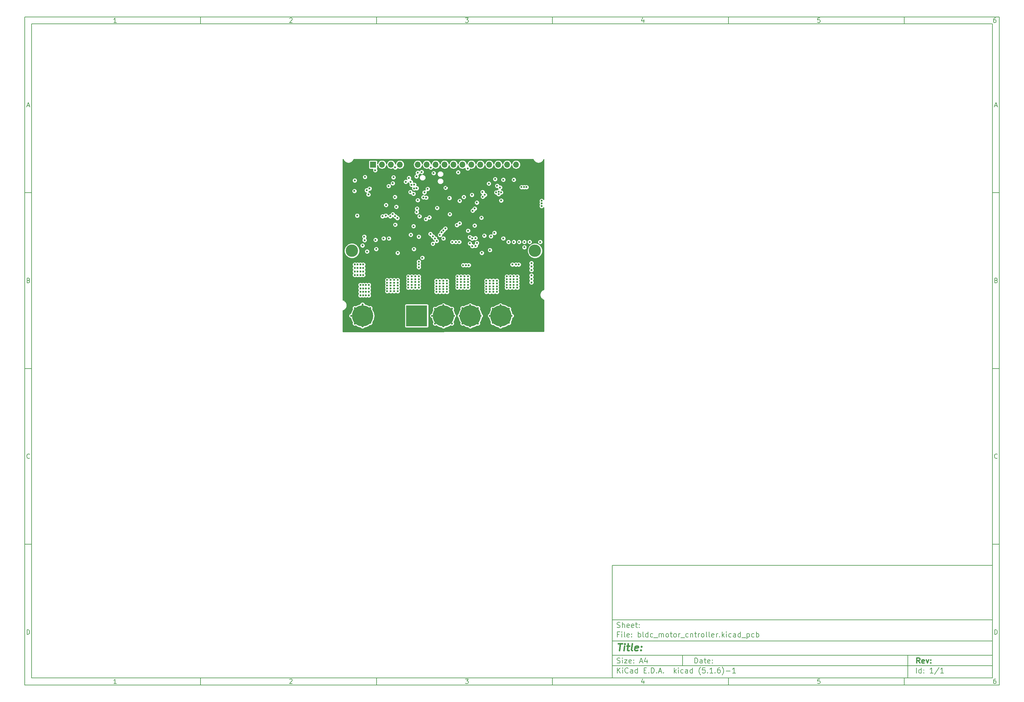
<source format=gbr>
G04 #@! TF.GenerationSoftware,KiCad,Pcbnew,(5.1.6)-1*
G04 #@! TF.CreationDate,2021-03-06T15:59:57+08:00*
G04 #@! TF.ProjectId,bldc_motor_cntroller,626c6463-5f6d-46f7-946f-725f636e7472,rev?*
G04 #@! TF.SameCoordinates,Original*
G04 #@! TF.FileFunction,Copper,L2,Inr*
G04 #@! TF.FilePolarity,Positive*
%FSLAX46Y46*%
G04 Gerber Fmt 4.6, Leading zero omitted, Abs format (unit mm)*
G04 Created by KiCad (PCBNEW (5.1.6)-1) date 2021-03-06 15:59:57*
%MOMM*%
%LPD*%
G01*
G04 APERTURE LIST*
%ADD10C,0.100000*%
%ADD11C,0.150000*%
%ADD12C,0.300000*%
%ADD13C,0.400000*%
G04 #@! TA.AperFunction,ViaPad*
%ADD14C,3.500000*%
G04 #@! TD*
G04 #@! TA.AperFunction,ViaPad*
%ADD15C,5.999480*%
G04 #@! TD*
G04 #@! TA.AperFunction,ViaPad*
%ADD16R,5.999480X5.999480*%
G04 #@! TD*
G04 #@! TA.AperFunction,ViaPad*
%ADD17O,1.700000X1.700000*%
G04 #@! TD*
G04 #@! TA.AperFunction,ViaPad*
%ADD18R,1.700000X1.700000*%
G04 #@! TD*
G04 #@! TA.AperFunction,ViaPad*
%ADD19C,6.000000*%
G04 #@! TD*
G04 #@! TA.AperFunction,ViaPad*
%ADD20C,0.600000*%
G04 #@! TD*
G04 #@! TA.AperFunction,Conductor*
%ADD21C,0.254000*%
G04 #@! TD*
G04 APERTURE END LIST*
D10*
D11*
X177002200Y-166007200D02*
X177002200Y-198007200D01*
X285002200Y-198007200D01*
X285002200Y-166007200D01*
X177002200Y-166007200D01*
D10*
D11*
X10000000Y-10000000D02*
X10000000Y-200007200D01*
X287002200Y-200007200D01*
X287002200Y-10000000D01*
X10000000Y-10000000D01*
D10*
D11*
X12000000Y-12000000D02*
X12000000Y-198007200D01*
X285002200Y-198007200D01*
X285002200Y-12000000D01*
X12000000Y-12000000D01*
D10*
D11*
X60000000Y-12000000D02*
X60000000Y-10000000D01*
D10*
D11*
X110000000Y-12000000D02*
X110000000Y-10000000D01*
D10*
D11*
X160000000Y-12000000D02*
X160000000Y-10000000D01*
D10*
D11*
X210000000Y-12000000D02*
X210000000Y-10000000D01*
D10*
D11*
X260000000Y-12000000D02*
X260000000Y-10000000D01*
D10*
D11*
X36065476Y-11588095D02*
X35322619Y-11588095D01*
X35694047Y-11588095D02*
X35694047Y-10288095D01*
X35570238Y-10473809D01*
X35446428Y-10597619D01*
X35322619Y-10659523D01*
D10*
D11*
X85322619Y-10411904D02*
X85384523Y-10350000D01*
X85508333Y-10288095D01*
X85817857Y-10288095D01*
X85941666Y-10350000D01*
X86003571Y-10411904D01*
X86065476Y-10535714D01*
X86065476Y-10659523D01*
X86003571Y-10845238D01*
X85260714Y-11588095D01*
X86065476Y-11588095D01*
D10*
D11*
X135260714Y-10288095D02*
X136065476Y-10288095D01*
X135632142Y-10783333D01*
X135817857Y-10783333D01*
X135941666Y-10845238D01*
X136003571Y-10907142D01*
X136065476Y-11030952D01*
X136065476Y-11340476D01*
X136003571Y-11464285D01*
X135941666Y-11526190D01*
X135817857Y-11588095D01*
X135446428Y-11588095D01*
X135322619Y-11526190D01*
X135260714Y-11464285D01*
D10*
D11*
X185941666Y-10721428D02*
X185941666Y-11588095D01*
X185632142Y-10226190D02*
X185322619Y-11154761D01*
X186127380Y-11154761D01*
D10*
D11*
X236003571Y-10288095D02*
X235384523Y-10288095D01*
X235322619Y-10907142D01*
X235384523Y-10845238D01*
X235508333Y-10783333D01*
X235817857Y-10783333D01*
X235941666Y-10845238D01*
X236003571Y-10907142D01*
X236065476Y-11030952D01*
X236065476Y-11340476D01*
X236003571Y-11464285D01*
X235941666Y-11526190D01*
X235817857Y-11588095D01*
X235508333Y-11588095D01*
X235384523Y-11526190D01*
X235322619Y-11464285D01*
D10*
D11*
X285941666Y-10288095D02*
X285694047Y-10288095D01*
X285570238Y-10350000D01*
X285508333Y-10411904D01*
X285384523Y-10597619D01*
X285322619Y-10845238D01*
X285322619Y-11340476D01*
X285384523Y-11464285D01*
X285446428Y-11526190D01*
X285570238Y-11588095D01*
X285817857Y-11588095D01*
X285941666Y-11526190D01*
X286003571Y-11464285D01*
X286065476Y-11340476D01*
X286065476Y-11030952D01*
X286003571Y-10907142D01*
X285941666Y-10845238D01*
X285817857Y-10783333D01*
X285570238Y-10783333D01*
X285446428Y-10845238D01*
X285384523Y-10907142D01*
X285322619Y-11030952D01*
D10*
D11*
X60000000Y-198007200D02*
X60000000Y-200007200D01*
D10*
D11*
X110000000Y-198007200D02*
X110000000Y-200007200D01*
D10*
D11*
X160000000Y-198007200D02*
X160000000Y-200007200D01*
D10*
D11*
X210000000Y-198007200D02*
X210000000Y-200007200D01*
D10*
D11*
X260000000Y-198007200D02*
X260000000Y-200007200D01*
D10*
D11*
X36065476Y-199595295D02*
X35322619Y-199595295D01*
X35694047Y-199595295D02*
X35694047Y-198295295D01*
X35570238Y-198481009D01*
X35446428Y-198604819D01*
X35322619Y-198666723D01*
D10*
D11*
X85322619Y-198419104D02*
X85384523Y-198357200D01*
X85508333Y-198295295D01*
X85817857Y-198295295D01*
X85941666Y-198357200D01*
X86003571Y-198419104D01*
X86065476Y-198542914D01*
X86065476Y-198666723D01*
X86003571Y-198852438D01*
X85260714Y-199595295D01*
X86065476Y-199595295D01*
D10*
D11*
X135260714Y-198295295D02*
X136065476Y-198295295D01*
X135632142Y-198790533D01*
X135817857Y-198790533D01*
X135941666Y-198852438D01*
X136003571Y-198914342D01*
X136065476Y-199038152D01*
X136065476Y-199347676D01*
X136003571Y-199471485D01*
X135941666Y-199533390D01*
X135817857Y-199595295D01*
X135446428Y-199595295D01*
X135322619Y-199533390D01*
X135260714Y-199471485D01*
D10*
D11*
X185941666Y-198728628D02*
X185941666Y-199595295D01*
X185632142Y-198233390D02*
X185322619Y-199161961D01*
X186127380Y-199161961D01*
D10*
D11*
X236003571Y-198295295D02*
X235384523Y-198295295D01*
X235322619Y-198914342D01*
X235384523Y-198852438D01*
X235508333Y-198790533D01*
X235817857Y-198790533D01*
X235941666Y-198852438D01*
X236003571Y-198914342D01*
X236065476Y-199038152D01*
X236065476Y-199347676D01*
X236003571Y-199471485D01*
X235941666Y-199533390D01*
X235817857Y-199595295D01*
X235508333Y-199595295D01*
X235384523Y-199533390D01*
X235322619Y-199471485D01*
D10*
D11*
X285941666Y-198295295D02*
X285694047Y-198295295D01*
X285570238Y-198357200D01*
X285508333Y-198419104D01*
X285384523Y-198604819D01*
X285322619Y-198852438D01*
X285322619Y-199347676D01*
X285384523Y-199471485D01*
X285446428Y-199533390D01*
X285570238Y-199595295D01*
X285817857Y-199595295D01*
X285941666Y-199533390D01*
X286003571Y-199471485D01*
X286065476Y-199347676D01*
X286065476Y-199038152D01*
X286003571Y-198914342D01*
X285941666Y-198852438D01*
X285817857Y-198790533D01*
X285570238Y-198790533D01*
X285446428Y-198852438D01*
X285384523Y-198914342D01*
X285322619Y-199038152D01*
D10*
D11*
X10000000Y-60000000D02*
X12000000Y-60000000D01*
D10*
D11*
X10000000Y-110000000D02*
X12000000Y-110000000D01*
D10*
D11*
X10000000Y-160000000D02*
X12000000Y-160000000D01*
D10*
D11*
X10690476Y-35216666D02*
X11309523Y-35216666D01*
X10566666Y-35588095D02*
X11000000Y-34288095D01*
X11433333Y-35588095D01*
D10*
D11*
X11092857Y-84907142D02*
X11278571Y-84969047D01*
X11340476Y-85030952D01*
X11402380Y-85154761D01*
X11402380Y-85340476D01*
X11340476Y-85464285D01*
X11278571Y-85526190D01*
X11154761Y-85588095D01*
X10659523Y-85588095D01*
X10659523Y-84288095D01*
X11092857Y-84288095D01*
X11216666Y-84350000D01*
X11278571Y-84411904D01*
X11340476Y-84535714D01*
X11340476Y-84659523D01*
X11278571Y-84783333D01*
X11216666Y-84845238D01*
X11092857Y-84907142D01*
X10659523Y-84907142D01*
D10*
D11*
X11402380Y-135464285D02*
X11340476Y-135526190D01*
X11154761Y-135588095D01*
X11030952Y-135588095D01*
X10845238Y-135526190D01*
X10721428Y-135402380D01*
X10659523Y-135278571D01*
X10597619Y-135030952D01*
X10597619Y-134845238D01*
X10659523Y-134597619D01*
X10721428Y-134473809D01*
X10845238Y-134350000D01*
X11030952Y-134288095D01*
X11154761Y-134288095D01*
X11340476Y-134350000D01*
X11402380Y-134411904D01*
D10*
D11*
X10659523Y-185588095D02*
X10659523Y-184288095D01*
X10969047Y-184288095D01*
X11154761Y-184350000D01*
X11278571Y-184473809D01*
X11340476Y-184597619D01*
X11402380Y-184845238D01*
X11402380Y-185030952D01*
X11340476Y-185278571D01*
X11278571Y-185402380D01*
X11154761Y-185526190D01*
X10969047Y-185588095D01*
X10659523Y-185588095D01*
D10*
D11*
X287002200Y-60000000D02*
X285002200Y-60000000D01*
D10*
D11*
X287002200Y-110000000D02*
X285002200Y-110000000D01*
D10*
D11*
X287002200Y-160000000D02*
X285002200Y-160000000D01*
D10*
D11*
X285692676Y-35216666D02*
X286311723Y-35216666D01*
X285568866Y-35588095D02*
X286002200Y-34288095D01*
X286435533Y-35588095D01*
D10*
D11*
X286095057Y-84907142D02*
X286280771Y-84969047D01*
X286342676Y-85030952D01*
X286404580Y-85154761D01*
X286404580Y-85340476D01*
X286342676Y-85464285D01*
X286280771Y-85526190D01*
X286156961Y-85588095D01*
X285661723Y-85588095D01*
X285661723Y-84288095D01*
X286095057Y-84288095D01*
X286218866Y-84350000D01*
X286280771Y-84411904D01*
X286342676Y-84535714D01*
X286342676Y-84659523D01*
X286280771Y-84783333D01*
X286218866Y-84845238D01*
X286095057Y-84907142D01*
X285661723Y-84907142D01*
D10*
D11*
X286404580Y-135464285D02*
X286342676Y-135526190D01*
X286156961Y-135588095D01*
X286033152Y-135588095D01*
X285847438Y-135526190D01*
X285723628Y-135402380D01*
X285661723Y-135278571D01*
X285599819Y-135030952D01*
X285599819Y-134845238D01*
X285661723Y-134597619D01*
X285723628Y-134473809D01*
X285847438Y-134350000D01*
X286033152Y-134288095D01*
X286156961Y-134288095D01*
X286342676Y-134350000D01*
X286404580Y-134411904D01*
D10*
D11*
X285661723Y-185588095D02*
X285661723Y-184288095D01*
X285971247Y-184288095D01*
X286156961Y-184350000D01*
X286280771Y-184473809D01*
X286342676Y-184597619D01*
X286404580Y-184845238D01*
X286404580Y-185030952D01*
X286342676Y-185278571D01*
X286280771Y-185402380D01*
X286156961Y-185526190D01*
X285971247Y-185588095D01*
X285661723Y-185588095D01*
D10*
D11*
X200434342Y-193785771D02*
X200434342Y-192285771D01*
X200791485Y-192285771D01*
X201005771Y-192357200D01*
X201148628Y-192500057D01*
X201220057Y-192642914D01*
X201291485Y-192928628D01*
X201291485Y-193142914D01*
X201220057Y-193428628D01*
X201148628Y-193571485D01*
X201005771Y-193714342D01*
X200791485Y-193785771D01*
X200434342Y-193785771D01*
X202577200Y-193785771D02*
X202577200Y-193000057D01*
X202505771Y-192857200D01*
X202362914Y-192785771D01*
X202077200Y-192785771D01*
X201934342Y-192857200D01*
X202577200Y-193714342D02*
X202434342Y-193785771D01*
X202077200Y-193785771D01*
X201934342Y-193714342D01*
X201862914Y-193571485D01*
X201862914Y-193428628D01*
X201934342Y-193285771D01*
X202077200Y-193214342D01*
X202434342Y-193214342D01*
X202577200Y-193142914D01*
X203077200Y-192785771D02*
X203648628Y-192785771D01*
X203291485Y-192285771D02*
X203291485Y-193571485D01*
X203362914Y-193714342D01*
X203505771Y-193785771D01*
X203648628Y-193785771D01*
X204720057Y-193714342D02*
X204577200Y-193785771D01*
X204291485Y-193785771D01*
X204148628Y-193714342D01*
X204077200Y-193571485D01*
X204077200Y-193000057D01*
X204148628Y-192857200D01*
X204291485Y-192785771D01*
X204577200Y-192785771D01*
X204720057Y-192857200D01*
X204791485Y-193000057D01*
X204791485Y-193142914D01*
X204077200Y-193285771D01*
X205434342Y-193642914D02*
X205505771Y-193714342D01*
X205434342Y-193785771D01*
X205362914Y-193714342D01*
X205434342Y-193642914D01*
X205434342Y-193785771D01*
X205434342Y-192857200D02*
X205505771Y-192928628D01*
X205434342Y-193000057D01*
X205362914Y-192928628D01*
X205434342Y-192857200D01*
X205434342Y-193000057D01*
D10*
D11*
X177002200Y-194507200D02*
X285002200Y-194507200D01*
D10*
D11*
X178434342Y-196585771D02*
X178434342Y-195085771D01*
X179291485Y-196585771D02*
X178648628Y-195728628D01*
X179291485Y-195085771D02*
X178434342Y-195942914D01*
X179934342Y-196585771D02*
X179934342Y-195585771D01*
X179934342Y-195085771D02*
X179862914Y-195157200D01*
X179934342Y-195228628D01*
X180005771Y-195157200D01*
X179934342Y-195085771D01*
X179934342Y-195228628D01*
X181505771Y-196442914D02*
X181434342Y-196514342D01*
X181220057Y-196585771D01*
X181077200Y-196585771D01*
X180862914Y-196514342D01*
X180720057Y-196371485D01*
X180648628Y-196228628D01*
X180577200Y-195942914D01*
X180577200Y-195728628D01*
X180648628Y-195442914D01*
X180720057Y-195300057D01*
X180862914Y-195157200D01*
X181077200Y-195085771D01*
X181220057Y-195085771D01*
X181434342Y-195157200D01*
X181505771Y-195228628D01*
X182791485Y-196585771D02*
X182791485Y-195800057D01*
X182720057Y-195657200D01*
X182577200Y-195585771D01*
X182291485Y-195585771D01*
X182148628Y-195657200D01*
X182791485Y-196514342D02*
X182648628Y-196585771D01*
X182291485Y-196585771D01*
X182148628Y-196514342D01*
X182077200Y-196371485D01*
X182077200Y-196228628D01*
X182148628Y-196085771D01*
X182291485Y-196014342D01*
X182648628Y-196014342D01*
X182791485Y-195942914D01*
X184148628Y-196585771D02*
X184148628Y-195085771D01*
X184148628Y-196514342D02*
X184005771Y-196585771D01*
X183720057Y-196585771D01*
X183577200Y-196514342D01*
X183505771Y-196442914D01*
X183434342Y-196300057D01*
X183434342Y-195871485D01*
X183505771Y-195728628D01*
X183577200Y-195657200D01*
X183720057Y-195585771D01*
X184005771Y-195585771D01*
X184148628Y-195657200D01*
X186005771Y-195800057D02*
X186505771Y-195800057D01*
X186720057Y-196585771D02*
X186005771Y-196585771D01*
X186005771Y-195085771D01*
X186720057Y-195085771D01*
X187362914Y-196442914D02*
X187434342Y-196514342D01*
X187362914Y-196585771D01*
X187291485Y-196514342D01*
X187362914Y-196442914D01*
X187362914Y-196585771D01*
X188077200Y-196585771D02*
X188077200Y-195085771D01*
X188434342Y-195085771D01*
X188648628Y-195157200D01*
X188791485Y-195300057D01*
X188862914Y-195442914D01*
X188934342Y-195728628D01*
X188934342Y-195942914D01*
X188862914Y-196228628D01*
X188791485Y-196371485D01*
X188648628Y-196514342D01*
X188434342Y-196585771D01*
X188077200Y-196585771D01*
X189577200Y-196442914D02*
X189648628Y-196514342D01*
X189577200Y-196585771D01*
X189505771Y-196514342D01*
X189577200Y-196442914D01*
X189577200Y-196585771D01*
X190220057Y-196157200D02*
X190934342Y-196157200D01*
X190077200Y-196585771D02*
X190577200Y-195085771D01*
X191077200Y-196585771D01*
X191577200Y-196442914D02*
X191648628Y-196514342D01*
X191577200Y-196585771D01*
X191505771Y-196514342D01*
X191577200Y-196442914D01*
X191577200Y-196585771D01*
X194577200Y-196585771D02*
X194577200Y-195085771D01*
X194720057Y-196014342D02*
X195148628Y-196585771D01*
X195148628Y-195585771D02*
X194577200Y-196157200D01*
X195791485Y-196585771D02*
X195791485Y-195585771D01*
X195791485Y-195085771D02*
X195720057Y-195157200D01*
X195791485Y-195228628D01*
X195862914Y-195157200D01*
X195791485Y-195085771D01*
X195791485Y-195228628D01*
X197148628Y-196514342D02*
X197005771Y-196585771D01*
X196720057Y-196585771D01*
X196577200Y-196514342D01*
X196505771Y-196442914D01*
X196434342Y-196300057D01*
X196434342Y-195871485D01*
X196505771Y-195728628D01*
X196577200Y-195657200D01*
X196720057Y-195585771D01*
X197005771Y-195585771D01*
X197148628Y-195657200D01*
X198434342Y-196585771D02*
X198434342Y-195800057D01*
X198362914Y-195657200D01*
X198220057Y-195585771D01*
X197934342Y-195585771D01*
X197791485Y-195657200D01*
X198434342Y-196514342D02*
X198291485Y-196585771D01*
X197934342Y-196585771D01*
X197791485Y-196514342D01*
X197720057Y-196371485D01*
X197720057Y-196228628D01*
X197791485Y-196085771D01*
X197934342Y-196014342D01*
X198291485Y-196014342D01*
X198434342Y-195942914D01*
X199791485Y-196585771D02*
X199791485Y-195085771D01*
X199791485Y-196514342D02*
X199648628Y-196585771D01*
X199362914Y-196585771D01*
X199220057Y-196514342D01*
X199148628Y-196442914D01*
X199077200Y-196300057D01*
X199077200Y-195871485D01*
X199148628Y-195728628D01*
X199220057Y-195657200D01*
X199362914Y-195585771D01*
X199648628Y-195585771D01*
X199791485Y-195657200D01*
X202077200Y-197157200D02*
X202005771Y-197085771D01*
X201862914Y-196871485D01*
X201791485Y-196728628D01*
X201720057Y-196514342D01*
X201648628Y-196157200D01*
X201648628Y-195871485D01*
X201720057Y-195514342D01*
X201791485Y-195300057D01*
X201862914Y-195157200D01*
X202005771Y-194942914D01*
X202077200Y-194871485D01*
X203362914Y-195085771D02*
X202648628Y-195085771D01*
X202577200Y-195800057D01*
X202648628Y-195728628D01*
X202791485Y-195657200D01*
X203148628Y-195657200D01*
X203291485Y-195728628D01*
X203362914Y-195800057D01*
X203434342Y-195942914D01*
X203434342Y-196300057D01*
X203362914Y-196442914D01*
X203291485Y-196514342D01*
X203148628Y-196585771D01*
X202791485Y-196585771D01*
X202648628Y-196514342D01*
X202577200Y-196442914D01*
X204077200Y-196442914D02*
X204148628Y-196514342D01*
X204077200Y-196585771D01*
X204005771Y-196514342D01*
X204077200Y-196442914D01*
X204077200Y-196585771D01*
X205577200Y-196585771D02*
X204720057Y-196585771D01*
X205148628Y-196585771D02*
X205148628Y-195085771D01*
X205005771Y-195300057D01*
X204862914Y-195442914D01*
X204720057Y-195514342D01*
X206220057Y-196442914D02*
X206291485Y-196514342D01*
X206220057Y-196585771D01*
X206148628Y-196514342D01*
X206220057Y-196442914D01*
X206220057Y-196585771D01*
X207577200Y-195085771D02*
X207291485Y-195085771D01*
X207148628Y-195157200D01*
X207077200Y-195228628D01*
X206934342Y-195442914D01*
X206862914Y-195728628D01*
X206862914Y-196300057D01*
X206934342Y-196442914D01*
X207005771Y-196514342D01*
X207148628Y-196585771D01*
X207434342Y-196585771D01*
X207577200Y-196514342D01*
X207648628Y-196442914D01*
X207720057Y-196300057D01*
X207720057Y-195942914D01*
X207648628Y-195800057D01*
X207577200Y-195728628D01*
X207434342Y-195657200D01*
X207148628Y-195657200D01*
X207005771Y-195728628D01*
X206934342Y-195800057D01*
X206862914Y-195942914D01*
X208220057Y-197157200D02*
X208291485Y-197085771D01*
X208434342Y-196871485D01*
X208505771Y-196728628D01*
X208577200Y-196514342D01*
X208648628Y-196157200D01*
X208648628Y-195871485D01*
X208577200Y-195514342D01*
X208505771Y-195300057D01*
X208434342Y-195157200D01*
X208291485Y-194942914D01*
X208220057Y-194871485D01*
X209362914Y-196014342D02*
X210505771Y-196014342D01*
X212005771Y-196585771D02*
X211148628Y-196585771D01*
X211577200Y-196585771D02*
X211577200Y-195085771D01*
X211434342Y-195300057D01*
X211291485Y-195442914D01*
X211148628Y-195514342D01*
D10*
D11*
X177002200Y-191507200D02*
X285002200Y-191507200D01*
D10*
D12*
X264411485Y-193785771D02*
X263911485Y-193071485D01*
X263554342Y-193785771D02*
X263554342Y-192285771D01*
X264125771Y-192285771D01*
X264268628Y-192357200D01*
X264340057Y-192428628D01*
X264411485Y-192571485D01*
X264411485Y-192785771D01*
X264340057Y-192928628D01*
X264268628Y-193000057D01*
X264125771Y-193071485D01*
X263554342Y-193071485D01*
X265625771Y-193714342D02*
X265482914Y-193785771D01*
X265197200Y-193785771D01*
X265054342Y-193714342D01*
X264982914Y-193571485D01*
X264982914Y-193000057D01*
X265054342Y-192857200D01*
X265197200Y-192785771D01*
X265482914Y-192785771D01*
X265625771Y-192857200D01*
X265697200Y-193000057D01*
X265697200Y-193142914D01*
X264982914Y-193285771D01*
X266197200Y-192785771D02*
X266554342Y-193785771D01*
X266911485Y-192785771D01*
X267482914Y-193642914D02*
X267554342Y-193714342D01*
X267482914Y-193785771D01*
X267411485Y-193714342D01*
X267482914Y-193642914D01*
X267482914Y-193785771D01*
X267482914Y-192857200D02*
X267554342Y-192928628D01*
X267482914Y-193000057D01*
X267411485Y-192928628D01*
X267482914Y-192857200D01*
X267482914Y-193000057D01*
D10*
D11*
X178362914Y-193714342D02*
X178577200Y-193785771D01*
X178934342Y-193785771D01*
X179077200Y-193714342D01*
X179148628Y-193642914D01*
X179220057Y-193500057D01*
X179220057Y-193357200D01*
X179148628Y-193214342D01*
X179077200Y-193142914D01*
X178934342Y-193071485D01*
X178648628Y-193000057D01*
X178505771Y-192928628D01*
X178434342Y-192857200D01*
X178362914Y-192714342D01*
X178362914Y-192571485D01*
X178434342Y-192428628D01*
X178505771Y-192357200D01*
X178648628Y-192285771D01*
X179005771Y-192285771D01*
X179220057Y-192357200D01*
X179862914Y-193785771D02*
X179862914Y-192785771D01*
X179862914Y-192285771D02*
X179791485Y-192357200D01*
X179862914Y-192428628D01*
X179934342Y-192357200D01*
X179862914Y-192285771D01*
X179862914Y-192428628D01*
X180434342Y-192785771D02*
X181220057Y-192785771D01*
X180434342Y-193785771D01*
X181220057Y-193785771D01*
X182362914Y-193714342D02*
X182220057Y-193785771D01*
X181934342Y-193785771D01*
X181791485Y-193714342D01*
X181720057Y-193571485D01*
X181720057Y-193000057D01*
X181791485Y-192857200D01*
X181934342Y-192785771D01*
X182220057Y-192785771D01*
X182362914Y-192857200D01*
X182434342Y-193000057D01*
X182434342Y-193142914D01*
X181720057Y-193285771D01*
X183077200Y-193642914D02*
X183148628Y-193714342D01*
X183077200Y-193785771D01*
X183005771Y-193714342D01*
X183077200Y-193642914D01*
X183077200Y-193785771D01*
X183077200Y-192857200D02*
X183148628Y-192928628D01*
X183077200Y-193000057D01*
X183005771Y-192928628D01*
X183077200Y-192857200D01*
X183077200Y-193000057D01*
X184862914Y-193357200D02*
X185577200Y-193357200D01*
X184720057Y-193785771D02*
X185220057Y-192285771D01*
X185720057Y-193785771D01*
X186862914Y-192785771D02*
X186862914Y-193785771D01*
X186505771Y-192214342D02*
X186148628Y-193285771D01*
X187077200Y-193285771D01*
D10*
D11*
X263434342Y-196585771D02*
X263434342Y-195085771D01*
X264791485Y-196585771D02*
X264791485Y-195085771D01*
X264791485Y-196514342D02*
X264648628Y-196585771D01*
X264362914Y-196585771D01*
X264220057Y-196514342D01*
X264148628Y-196442914D01*
X264077200Y-196300057D01*
X264077200Y-195871485D01*
X264148628Y-195728628D01*
X264220057Y-195657200D01*
X264362914Y-195585771D01*
X264648628Y-195585771D01*
X264791485Y-195657200D01*
X265505771Y-196442914D02*
X265577200Y-196514342D01*
X265505771Y-196585771D01*
X265434342Y-196514342D01*
X265505771Y-196442914D01*
X265505771Y-196585771D01*
X265505771Y-195657200D02*
X265577200Y-195728628D01*
X265505771Y-195800057D01*
X265434342Y-195728628D01*
X265505771Y-195657200D01*
X265505771Y-195800057D01*
X268148628Y-196585771D02*
X267291485Y-196585771D01*
X267720057Y-196585771D02*
X267720057Y-195085771D01*
X267577200Y-195300057D01*
X267434342Y-195442914D01*
X267291485Y-195514342D01*
X269862914Y-195014342D02*
X268577200Y-196942914D01*
X271148628Y-196585771D02*
X270291485Y-196585771D01*
X270720057Y-196585771D02*
X270720057Y-195085771D01*
X270577200Y-195300057D01*
X270434342Y-195442914D01*
X270291485Y-195514342D01*
D10*
D11*
X177002200Y-187507200D02*
X285002200Y-187507200D01*
D10*
D13*
X178714580Y-188211961D02*
X179857438Y-188211961D01*
X179036009Y-190211961D02*
X179286009Y-188211961D01*
X180274104Y-190211961D02*
X180440771Y-188878628D01*
X180524104Y-188211961D02*
X180416961Y-188307200D01*
X180500295Y-188402438D01*
X180607438Y-188307200D01*
X180524104Y-188211961D01*
X180500295Y-188402438D01*
X181107438Y-188878628D02*
X181869342Y-188878628D01*
X181476485Y-188211961D02*
X181262200Y-189926247D01*
X181333628Y-190116723D01*
X181512200Y-190211961D01*
X181702676Y-190211961D01*
X182655057Y-190211961D02*
X182476485Y-190116723D01*
X182405057Y-189926247D01*
X182619342Y-188211961D01*
X184190771Y-190116723D02*
X183988390Y-190211961D01*
X183607438Y-190211961D01*
X183428866Y-190116723D01*
X183357438Y-189926247D01*
X183452676Y-189164342D01*
X183571723Y-188973866D01*
X183774104Y-188878628D01*
X184155057Y-188878628D01*
X184333628Y-188973866D01*
X184405057Y-189164342D01*
X184381247Y-189354819D01*
X183405057Y-189545295D01*
X185155057Y-190021485D02*
X185238390Y-190116723D01*
X185131247Y-190211961D01*
X185047914Y-190116723D01*
X185155057Y-190021485D01*
X185131247Y-190211961D01*
X185286009Y-188973866D02*
X185369342Y-189069104D01*
X185262200Y-189164342D01*
X185178866Y-189069104D01*
X185286009Y-188973866D01*
X185262200Y-189164342D01*
D10*
D11*
X178934342Y-185600057D02*
X178434342Y-185600057D01*
X178434342Y-186385771D02*
X178434342Y-184885771D01*
X179148628Y-184885771D01*
X179720057Y-186385771D02*
X179720057Y-185385771D01*
X179720057Y-184885771D02*
X179648628Y-184957200D01*
X179720057Y-185028628D01*
X179791485Y-184957200D01*
X179720057Y-184885771D01*
X179720057Y-185028628D01*
X180648628Y-186385771D02*
X180505771Y-186314342D01*
X180434342Y-186171485D01*
X180434342Y-184885771D01*
X181791485Y-186314342D02*
X181648628Y-186385771D01*
X181362914Y-186385771D01*
X181220057Y-186314342D01*
X181148628Y-186171485D01*
X181148628Y-185600057D01*
X181220057Y-185457200D01*
X181362914Y-185385771D01*
X181648628Y-185385771D01*
X181791485Y-185457200D01*
X181862914Y-185600057D01*
X181862914Y-185742914D01*
X181148628Y-185885771D01*
X182505771Y-186242914D02*
X182577200Y-186314342D01*
X182505771Y-186385771D01*
X182434342Y-186314342D01*
X182505771Y-186242914D01*
X182505771Y-186385771D01*
X182505771Y-185457200D02*
X182577200Y-185528628D01*
X182505771Y-185600057D01*
X182434342Y-185528628D01*
X182505771Y-185457200D01*
X182505771Y-185600057D01*
X184362914Y-186385771D02*
X184362914Y-184885771D01*
X184362914Y-185457200D02*
X184505771Y-185385771D01*
X184791485Y-185385771D01*
X184934342Y-185457200D01*
X185005771Y-185528628D01*
X185077200Y-185671485D01*
X185077200Y-186100057D01*
X185005771Y-186242914D01*
X184934342Y-186314342D01*
X184791485Y-186385771D01*
X184505771Y-186385771D01*
X184362914Y-186314342D01*
X185934342Y-186385771D02*
X185791485Y-186314342D01*
X185720057Y-186171485D01*
X185720057Y-184885771D01*
X187148628Y-186385771D02*
X187148628Y-184885771D01*
X187148628Y-186314342D02*
X187005771Y-186385771D01*
X186720057Y-186385771D01*
X186577200Y-186314342D01*
X186505771Y-186242914D01*
X186434342Y-186100057D01*
X186434342Y-185671485D01*
X186505771Y-185528628D01*
X186577200Y-185457200D01*
X186720057Y-185385771D01*
X187005771Y-185385771D01*
X187148628Y-185457200D01*
X188505771Y-186314342D02*
X188362914Y-186385771D01*
X188077200Y-186385771D01*
X187934342Y-186314342D01*
X187862914Y-186242914D01*
X187791485Y-186100057D01*
X187791485Y-185671485D01*
X187862914Y-185528628D01*
X187934342Y-185457200D01*
X188077200Y-185385771D01*
X188362914Y-185385771D01*
X188505771Y-185457200D01*
X188791485Y-186528628D02*
X189934342Y-186528628D01*
X190291485Y-186385771D02*
X190291485Y-185385771D01*
X190291485Y-185528628D02*
X190362914Y-185457200D01*
X190505771Y-185385771D01*
X190720057Y-185385771D01*
X190862914Y-185457200D01*
X190934342Y-185600057D01*
X190934342Y-186385771D01*
X190934342Y-185600057D02*
X191005771Y-185457200D01*
X191148628Y-185385771D01*
X191362914Y-185385771D01*
X191505771Y-185457200D01*
X191577200Y-185600057D01*
X191577200Y-186385771D01*
X192505771Y-186385771D02*
X192362914Y-186314342D01*
X192291485Y-186242914D01*
X192220057Y-186100057D01*
X192220057Y-185671485D01*
X192291485Y-185528628D01*
X192362914Y-185457200D01*
X192505771Y-185385771D01*
X192720057Y-185385771D01*
X192862914Y-185457200D01*
X192934342Y-185528628D01*
X193005771Y-185671485D01*
X193005771Y-186100057D01*
X192934342Y-186242914D01*
X192862914Y-186314342D01*
X192720057Y-186385771D01*
X192505771Y-186385771D01*
X193434342Y-185385771D02*
X194005771Y-185385771D01*
X193648628Y-184885771D02*
X193648628Y-186171485D01*
X193720057Y-186314342D01*
X193862914Y-186385771D01*
X194005771Y-186385771D01*
X194720057Y-186385771D02*
X194577200Y-186314342D01*
X194505771Y-186242914D01*
X194434342Y-186100057D01*
X194434342Y-185671485D01*
X194505771Y-185528628D01*
X194577200Y-185457200D01*
X194720057Y-185385771D01*
X194934342Y-185385771D01*
X195077200Y-185457200D01*
X195148628Y-185528628D01*
X195220057Y-185671485D01*
X195220057Y-186100057D01*
X195148628Y-186242914D01*
X195077200Y-186314342D01*
X194934342Y-186385771D01*
X194720057Y-186385771D01*
X195862914Y-186385771D02*
X195862914Y-185385771D01*
X195862914Y-185671485D02*
X195934342Y-185528628D01*
X196005771Y-185457200D01*
X196148628Y-185385771D01*
X196291485Y-185385771D01*
X196434342Y-186528628D02*
X197577200Y-186528628D01*
X198577200Y-186314342D02*
X198434342Y-186385771D01*
X198148628Y-186385771D01*
X198005771Y-186314342D01*
X197934342Y-186242914D01*
X197862914Y-186100057D01*
X197862914Y-185671485D01*
X197934342Y-185528628D01*
X198005771Y-185457200D01*
X198148628Y-185385771D01*
X198434342Y-185385771D01*
X198577200Y-185457200D01*
X199220057Y-185385771D02*
X199220057Y-186385771D01*
X199220057Y-185528628D02*
X199291485Y-185457200D01*
X199434342Y-185385771D01*
X199648628Y-185385771D01*
X199791485Y-185457200D01*
X199862914Y-185600057D01*
X199862914Y-186385771D01*
X200362914Y-185385771D02*
X200934342Y-185385771D01*
X200577200Y-184885771D02*
X200577200Y-186171485D01*
X200648628Y-186314342D01*
X200791485Y-186385771D01*
X200934342Y-186385771D01*
X201434342Y-186385771D02*
X201434342Y-185385771D01*
X201434342Y-185671485D02*
X201505771Y-185528628D01*
X201577200Y-185457200D01*
X201720057Y-185385771D01*
X201862914Y-185385771D01*
X202577200Y-186385771D02*
X202434342Y-186314342D01*
X202362914Y-186242914D01*
X202291485Y-186100057D01*
X202291485Y-185671485D01*
X202362914Y-185528628D01*
X202434342Y-185457200D01*
X202577200Y-185385771D01*
X202791485Y-185385771D01*
X202934342Y-185457200D01*
X203005771Y-185528628D01*
X203077200Y-185671485D01*
X203077200Y-186100057D01*
X203005771Y-186242914D01*
X202934342Y-186314342D01*
X202791485Y-186385771D01*
X202577200Y-186385771D01*
X203934342Y-186385771D02*
X203791485Y-186314342D01*
X203720057Y-186171485D01*
X203720057Y-184885771D01*
X204720057Y-186385771D02*
X204577200Y-186314342D01*
X204505771Y-186171485D01*
X204505771Y-184885771D01*
X205862914Y-186314342D02*
X205720057Y-186385771D01*
X205434342Y-186385771D01*
X205291485Y-186314342D01*
X205220057Y-186171485D01*
X205220057Y-185600057D01*
X205291485Y-185457200D01*
X205434342Y-185385771D01*
X205720057Y-185385771D01*
X205862914Y-185457200D01*
X205934342Y-185600057D01*
X205934342Y-185742914D01*
X205220057Y-185885771D01*
X206577200Y-186385771D02*
X206577200Y-185385771D01*
X206577200Y-185671485D02*
X206648628Y-185528628D01*
X206720057Y-185457200D01*
X206862914Y-185385771D01*
X207005771Y-185385771D01*
X207505771Y-186242914D02*
X207577200Y-186314342D01*
X207505771Y-186385771D01*
X207434342Y-186314342D01*
X207505771Y-186242914D01*
X207505771Y-186385771D01*
X208220057Y-186385771D02*
X208220057Y-184885771D01*
X208362914Y-185814342D02*
X208791485Y-186385771D01*
X208791485Y-185385771D02*
X208220057Y-185957200D01*
X209434342Y-186385771D02*
X209434342Y-185385771D01*
X209434342Y-184885771D02*
X209362914Y-184957200D01*
X209434342Y-185028628D01*
X209505771Y-184957200D01*
X209434342Y-184885771D01*
X209434342Y-185028628D01*
X210791485Y-186314342D02*
X210648628Y-186385771D01*
X210362914Y-186385771D01*
X210220057Y-186314342D01*
X210148628Y-186242914D01*
X210077200Y-186100057D01*
X210077200Y-185671485D01*
X210148628Y-185528628D01*
X210220057Y-185457200D01*
X210362914Y-185385771D01*
X210648628Y-185385771D01*
X210791485Y-185457200D01*
X212077200Y-186385771D02*
X212077200Y-185600057D01*
X212005771Y-185457200D01*
X211862914Y-185385771D01*
X211577200Y-185385771D01*
X211434342Y-185457200D01*
X212077200Y-186314342D02*
X211934342Y-186385771D01*
X211577200Y-186385771D01*
X211434342Y-186314342D01*
X211362914Y-186171485D01*
X211362914Y-186028628D01*
X211434342Y-185885771D01*
X211577200Y-185814342D01*
X211934342Y-185814342D01*
X212077200Y-185742914D01*
X213434342Y-186385771D02*
X213434342Y-184885771D01*
X213434342Y-186314342D02*
X213291485Y-186385771D01*
X213005771Y-186385771D01*
X212862914Y-186314342D01*
X212791485Y-186242914D01*
X212720057Y-186100057D01*
X212720057Y-185671485D01*
X212791485Y-185528628D01*
X212862914Y-185457200D01*
X213005771Y-185385771D01*
X213291485Y-185385771D01*
X213434342Y-185457200D01*
X213791485Y-186528628D02*
X214934342Y-186528628D01*
X215291485Y-185385771D02*
X215291485Y-186885771D01*
X215291485Y-185457200D02*
X215434342Y-185385771D01*
X215720057Y-185385771D01*
X215862914Y-185457200D01*
X215934342Y-185528628D01*
X216005771Y-185671485D01*
X216005771Y-186100057D01*
X215934342Y-186242914D01*
X215862914Y-186314342D01*
X215720057Y-186385771D01*
X215434342Y-186385771D01*
X215291485Y-186314342D01*
X217291485Y-186314342D02*
X217148628Y-186385771D01*
X216862914Y-186385771D01*
X216720057Y-186314342D01*
X216648628Y-186242914D01*
X216577200Y-186100057D01*
X216577200Y-185671485D01*
X216648628Y-185528628D01*
X216720057Y-185457200D01*
X216862914Y-185385771D01*
X217148628Y-185385771D01*
X217291485Y-185457200D01*
X217934342Y-186385771D02*
X217934342Y-184885771D01*
X217934342Y-185457200D02*
X218077200Y-185385771D01*
X218362914Y-185385771D01*
X218505771Y-185457200D01*
X218577200Y-185528628D01*
X218648628Y-185671485D01*
X218648628Y-186100057D01*
X218577200Y-186242914D01*
X218505771Y-186314342D01*
X218362914Y-186385771D01*
X218077200Y-186385771D01*
X217934342Y-186314342D01*
D10*
D11*
X177002200Y-181507200D02*
X285002200Y-181507200D01*
D10*
D11*
X178362914Y-183614342D02*
X178577200Y-183685771D01*
X178934342Y-183685771D01*
X179077200Y-183614342D01*
X179148628Y-183542914D01*
X179220057Y-183400057D01*
X179220057Y-183257200D01*
X179148628Y-183114342D01*
X179077200Y-183042914D01*
X178934342Y-182971485D01*
X178648628Y-182900057D01*
X178505771Y-182828628D01*
X178434342Y-182757200D01*
X178362914Y-182614342D01*
X178362914Y-182471485D01*
X178434342Y-182328628D01*
X178505771Y-182257200D01*
X178648628Y-182185771D01*
X179005771Y-182185771D01*
X179220057Y-182257200D01*
X179862914Y-183685771D02*
X179862914Y-182185771D01*
X180505771Y-183685771D02*
X180505771Y-182900057D01*
X180434342Y-182757200D01*
X180291485Y-182685771D01*
X180077200Y-182685771D01*
X179934342Y-182757200D01*
X179862914Y-182828628D01*
X181791485Y-183614342D02*
X181648628Y-183685771D01*
X181362914Y-183685771D01*
X181220057Y-183614342D01*
X181148628Y-183471485D01*
X181148628Y-182900057D01*
X181220057Y-182757200D01*
X181362914Y-182685771D01*
X181648628Y-182685771D01*
X181791485Y-182757200D01*
X181862914Y-182900057D01*
X181862914Y-183042914D01*
X181148628Y-183185771D01*
X183077200Y-183614342D02*
X182934342Y-183685771D01*
X182648628Y-183685771D01*
X182505771Y-183614342D01*
X182434342Y-183471485D01*
X182434342Y-182900057D01*
X182505771Y-182757200D01*
X182648628Y-182685771D01*
X182934342Y-182685771D01*
X183077200Y-182757200D01*
X183148628Y-182900057D01*
X183148628Y-183042914D01*
X182434342Y-183185771D01*
X183577200Y-182685771D02*
X184148628Y-182685771D01*
X183791485Y-182185771D02*
X183791485Y-183471485D01*
X183862914Y-183614342D01*
X184005771Y-183685771D01*
X184148628Y-183685771D01*
X184648628Y-183542914D02*
X184720057Y-183614342D01*
X184648628Y-183685771D01*
X184577200Y-183614342D01*
X184648628Y-183542914D01*
X184648628Y-183685771D01*
X184648628Y-182757200D02*
X184720057Y-182828628D01*
X184648628Y-182900057D01*
X184577200Y-182828628D01*
X184648628Y-182757200D01*
X184648628Y-182900057D01*
D10*
D11*
X197002200Y-191507200D02*
X197002200Y-194507200D01*
D10*
D11*
X261002200Y-191507200D02*
X261002200Y-198007200D01*
D14*
X103000000Y-76500000D03*
X155000000Y-76500000D03*
D15*
X136620000Y-95000000D03*
X129000000Y-95000000D03*
D16*
X121380000Y-95000000D03*
D17*
X152180000Y-52000000D03*
X149640000Y-52000000D03*
X147100000Y-52000000D03*
X144560000Y-52000000D03*
X142020000Y-52000000D03*
X139480000Y-52000000D03*
X136940000Y-52000000D03*
X134400000Y-52000000D03*
X131860000Y-52000000D03*
X129320000Y-52000000D03*
X126780000Y-52000000D03*
X124240000Y-52000000D03*
X121700000Y-52000000D03*
X119160000Y-52000000D03*
X116620000Y-52000000D03*
X114080000Y-52000000D03*
X111540000Y-52000000D03*
D18*
X109000000Y-52000000D03*
G04 #@! TA.AperFunction,ViaPad*
G36*
G01*
X116200000Y-93500000D02*
X116200000Y-96500000D01*
G75*
G02*
X114700000Y-98000000I-1500000J0D01*
G01*
X111700000Y-98000000D01*
G75*
G02*
X110200000Y-96500000I0J1500000D01*
G01*
X110200000Y-93500000D01*
G75*
G02*
X111700000Y-92000000I1500000J0D01*
G01*
X114700000Y-92000000D01*
G75*
G02*
X116200000Y-93500000I0J-1500000D01*
G01*
G37*
G04 #@! TD.AperFunction*
D19*
X106000000Y-95000000D03*
G04 #@! TA.AperFunction,ViaPad*
G36*
G01*
X155500000Y-93500000D02*
X155500000Y-96500000D01*
G75*
G02*
X154000000Y-98000000I-1500000J0D01*
G01*
X151000000Y-98000000D01*
G75*
G02*
X149500000Y-96500000I0J1500000D01*
G01*
X149500000Y-93500000D01*
G75*
G02*
X151000000Y-92000000I1500000J0D01*
G01*
X154000000Y-92000000D01*
G75*
G02*
X155500000Y-93500000I0J-1500000D01*
G01*
G37*
G04 #@! TD.AperFunction*
X145300000Y-95000000D03*
D20*
X141900000Y-59300000D03*
X142700000Y-59100000D03*
X119000000Y-81400000D03*
X119000000Y-79600000D03*
X136200000Y-77800000D03*
X134600000Y-77800000D03*
X135400000Y-77800000D03*
X150400000Y-77600000D03*
X148800000Y-77600000D03*
X149600000Y-77600000D03*
X155000000Y-92600000D03*
X150000000Y-92600000D03*
X152400000Y-92200000D03*
X110400000Y-95000000D03*
X116000000Y-95000000D03*
X113200000Y-97800000D03*
X113200000Y-92200000D03*
X110800000Y-97200000D03*
X110800000Y-92800000D03*
X115400000Y-92800000D03*
X115400000Y-97200000D03*
X155800000Y-85200000D03*
X155800000Y-83600000D03*
X155800000Y-84400000D03*
X155800000Y-82000000D03*
X155800000Y-81200000D03*
X155800000Y-80400000D03*
X149600000Y-96800000D03*
X149600000Y-95400000D03*
X106000000Y-63500000D03*
X106500000Y-65500000D03*
X117500000Y-65500000D03*
X116500000Y-65500000D03*
X117500000Y-64000000D03*
X117500000Y-63000000D03*
X116500000Y-63000000D03*
X116500000Y-64000000D03*
X139900000Y-62200000D03*
X128200000Y-78600000D03*
X128200000Y-77600000D03*
X145000000Y-64700000D03*
X132700000Y-63300000D03*
X131600000Y-56000000D03*
X131100000Y-72600000D03*
X115500000Y-74000000D03*
X117708231Y-76185793D03*
X119700000Y-73600000D03*
X115365777Y-73096005D03*
X103800000Y-64600000D03*
X102500000Y-65300000D03*
X104100000Y-73900000D03*
X108000000Y-71000000D03*
X105500000Y-62800000D03*
X142300000Y-74500000D03*
X137300000Y-54800000D03*
X114600000Y-56500000D03*
X117920000Y-55580000D03*
X127200000Y-54300000D03*
X123000000Y-75400000D03*
X120600000Y-78000000D03*
X122300000Y-65020000D03*
X152300000Y-59500000D03*
X154000000Y-53700000D03*
X156600000Y-56300000D03*
X156200000Y-59100000D03*
X156600000Y-54125000D03*
X154025000Y-55012500D03*
X154800000Y-63100000D03*
X156200000Y-60200000D03*
X136000000Y-54400000D03*
X147800000Y-56200000D03*
X145000000Y-56100000D03*
X149783583Y-56034331D03*
X141600000Y-55700000D03*
X106700000Y-56500000D03*
X106700000Y-60500000D03*
X101400000Y-63600000D03*
X102400000Y-63600000D03*
X103400000Y-63600000D03*
X109500000Y-66500000D03*
X109500000Y-65500000D03*
X106000000Y-68000000D03*
X103000000Y-70500000D03*
X101500000Y-70500000D03*
X108000000Y-70000000D03*
X112000000Y-68000000D03*
X112000000Y-69000000D03*
X131000000Y-65000000D03*
X132000000Y-64000000D03*
X131500000Y-64500000D03*
X149500000Y-62500000D03*
X149500000Y-63500000D03*
X149500000Y-64500000D03*
X149500000Y-65500000D03*
X147000000Y-65000000D03*
X145700000Y-67700000D03*
X144500000Y-66500000D03*
X139385000Y-62615000D03*
X155600000Y-95400000D03*
X152600000Y-98000000D03*
X151400000Y-98000000D03*
X150200000Y-98000000D03*
X154000000Y-98000000D03*
X155350000Y-97050000D03*
X156300000Y-98000000D03*
X156400000Y-96400000D03*
X155000000Y-98800000D03*
X153400000Y-98800000D03*
X152000000Y-98800000D03*
X150800000Y-98800000D03*
X156700000Y-86700000D03*
X142300000Y-78900000D03*
X142400000Y-80000000D03*
X142200000Y-81000000D03*
X128200000Y-79800000D03*
X117600000Y-79600000D03*
X117600000Y-80400000D03*
X117600000Y-81200000D03*
X116600000Y-80400000D03*
X116600000Y-81200000D03*
X101200000Y-89600000D03*
X101200000Y-88600000D03*
X101200000Y-87400000D03*
X101200000Y-86400000D03*
X101200000Y-85400000D03*
X102000000Y-85800000D03*
X102000000Y-87000000D03*
X102000000Y-88000000D03*
X125500000Y-68100000D03*
X124800000Y-69000000D03*
X126050000Y-67450000D03*
X123600000Y-70600000D03*
X125400000Y-61280000D03*
X124000000Y-66500000D03*
X130109118Y-58090882D03*
X128000000Y-72000000D03*
X122000000Y-81200000D03*
X122000000Y-80400000D03*
X122000000Y-79600000D03*
X134600000Y-80600000D03*
X136200000Y-80600000D03*
X135400000Y-80600000D03*
X150400000Y-80400000D03*
X148600000Y-80400000D03*
X149600000Y-80400000D03*
X152000000Y-74000000D03*
X106500000Y-72500000D03*
X140600000Y-72200000D03*
X129000000Y-73000000D03*
X106600000Y-73500000D03*
X106200000Y-83400000D03*
X106200000Y-81400000D03*
X106200000Y-80400000D03*
X106200000Y-82400000D03*
X105400000Y-83400000D03*
X105400000Y-81400000D03*
X105400000Y-80400000D03*
X105400000Y-82400000D03*
X104600000Y-83400000D03*
X104600000Y-81400000D03*
X104600000Y-80400000D03*
X104600000Y-82400000D03*
X103800000Y-83400000D03*
X103800000Y-81400000D03*
X103800000Y-80400000D03*
X103800000Y-82400000D03*
X147000000Y-87000000D03*
X149000000Y-87000000D03*
X150000000Y-87000000D03*
X148000000Y-87000000D03*
X147000000Y-86200000D03*
X149000000Y-86200000D03*
X150000000Y-86200000D03*
X148000000Y-86200000D03*
X147000000Y-85400000D03*
X149000000Y-85400000D03*
X150000000Y-85400000D03*
X148000000Y-85400000D03*
X147000000Y-84600000D03*
X149000000Y-84600000D03*
X150000000Y-84600000D03*
X148000000Y-84600000D03*
X147000000Y-83800000D03*
X149000000Y-83800000D03*
X150000000Y-83800000D03*
X148000000Y-83800000D03*
X133000000Y-87000000D03*
X135000000Y-87000000D03*
X136000000Y-87000000D03*
X134000000Y-87000000D03*
X133000000Y-86200000D03*
X135000000Y-86200000D03*
X136000000Y-86200000D03*
X134000000Y-86200000D03*
X133000000Y-85400000D03*
X135000000Y-85400000D03*
X136000000Y-85400000D03*
X134000000Y-85400000D03*
X133000000Y-84600000D03*
X135000000Y-84600000D03*
X136000000Y-84600000D03*
X134000000Y-84600000D03*
X133000000Y-83800000D03*
X135000000Y-83800000D03*
X136000000Y-83800000D03*
X134000000Y-83800000D03*
X119000000Y-86200000D03*
X121000000Y-86200000D03*
X122000000Y-86200000D03*
X120000000Y-86200000D03*
X119000000Y-85400000D03*
X121000000Y-85400000D03*
X122000000Y-85400000D03*
X120000000Y-85400000D03*
X119000000Y-84600000D03*
X121000000Y-84600000D03*
X122000000Y-84600000D03*
X120000000Y-84600000D03*
X119000000Y-83800000D03*
X121000000Y-83800000D03*
X122000000Y-83800000D03*
X120000000Y-83800000D03*
X122000000Y-87000000D03*
X121000000Y-87000000D03*
X120000000Y-87000000D03*
X119000000Y-87000000D03*
X122000000Y-72500000D03*
X106000000Y-75000000D03*
X131500000Y-74000000D03*
X132500000Y-74000000D03*
X133500000Y-74000000D03*
X126000000Y-74500000D03*
X150500000Y-74000000D03*
X149000000Y-74000000D03*
X147500000Y-74000000D03*
X146000000Y-73000000D03*
X153500000Y-74000000D03*
X156500000Y-74000000D03*
X152000000Y-75500000D03*
X113500000Y-73000000D03*
X112000000Y-73000000D03*
X154000000Y-81000000D03*
X154000000Y-82000000D03*
X154000000Y-80000000D03*
X154000000Y-83500000D03*
X154000000Y-84500000D03*
X154000000Y-85500000D03*
X145200000Y-98000000D03*
X148400000Y-95000000D03*
X145200000Y-92000000D03*
X142200000Y-95000000D03*
X143000000Y-93000000D03*
X147600000Y-93000000D03*
X147600000Y-97000000D03*
X143000000Y-97000000D03*
X128950000Y-70750000D03*
X128489949Y-71239949D03*
X129550000Y-70150000D03*
X145368103Y-59900000D03*
X144000000Y-59900000D03*
X144699998Y-60400000D03*
X144700000Y-59700000D03*
X125000000Y-67000000D03*
X124000000Y-67500000D03*
X116000000Y-77100000D03*
X133600000Y-62300000D03*
X108200000Y-97000000D03*
X108800000Y-95000000D03*
X106000000Y-98000000D03*
X105400000Y-89200000D03*
X105400000Y-87200000D03*
X105400000Y-86200000D03*
X105400000Y-88200000D03*
X106200000Y-89200000D03*
X106200000Y-87200000D03*
X106200000Y-86200000D03*
X106200000Y-88200000D03*
X107000000Y-86200000D03*
X107000000Y-88200000D03*
X107000000Y-89200000D03*
X107000000Y-87200000D03*
X107800000Y-89200000D03*
X107800000Y-87200000D03*
X107800000Y-86200000D03*
X107800000Y-88200000D03*
X106000000Y-91800000D03*
X102800000Y-95000000D03*
X103800000Y-97200000D03*
X103800000Y-92800000D03*
X108200000Y-92800000D03*
X133179999Y-54180000D03*
X156900000Y-62300000D03*
X156900000Y-63000000D03*
X156900000Y-63800000D03*
X103800000Y-56500000D03*
X127200000Y-64320000D03*
X122200000Y-66700000D03*
X119720000Y-71960588D03*
X109700000Y-73400000D03*
X104500000Y-66500000D03*
X114600000Y-57300000D03*
X109600000Y-53600000D03*
X123000000Y-78500000D03*
X142200000Y-76300000D03*
X125400000Y-52820000D03*
X152600000Y-58400000D03*
X151900000Y-58400000D03*
X151200000Y-58400000D03*
X137100000Y-60600000D03*
X138500000Y-62800000D03*
X115300000Y-52800000D03*
X106700000Y-55500000D03*
X103700000Y-59500000D03*
X145400000Y-62200000D03*
X120600000Y-76000000D03*
X115300000Y-69100000D03*
X121400000Y-92400000D03*
X121400000Y-97600000D03*
X119000000Y-92600000D03*
X123800000Y-92600000D03*
X123800000Y-97600000D03*
X118800000Y-97400000D03*
X118800000Y-95000000D03*
X124000000Y-95000000D03*
X113000000Y-84800000D03*
X115000000Y-84800000D03*
X116000000Y-84800000D03*
X114000000Y-84800000D03*
X113000000Y-85600000D03*
X115000000Y-85600000D03*
X116000000Y-85600000D03*
X114000000Y-85600000D03*
X113000000Y-86400000D03*
X115000000Y-86400000D03*
X116000000Y-86400000D03*
X114000000Y-86400000D03*
X113000000Y-87200000D03*
X115000000Y-87200000D03*
X116000000Y-87200000D03*
X114000000Y-87200000D03*
X139800000Y-67100000D03*
X125300000Y-71700000D03*
X116000000Y-88000000D03*
X115000000Y-88000000D03*
X114000000Y-88000000D03*
X113000000Y-88000000D03*
X139600000Y-95000000D03*
X141200000Y-85000000D03*
X143200000Y-85000000D03*
X144200000Y-85000000D03*
X142200000Y-85000000D03*
X141200000Y-85800000D03*
X143200000Y-85800000D03*
X144200000Y-85800000D03*
X142200000Y-85800000D03*
X141200000Y-86600000D03*
X143200000Y-86600000D03*
X144200000Y-86600000D03*
X142200000Y-86600000D03*
X141200000Y-87400000D03*
X143200000Y-87400000D03*
X144200000Y-87400000D03*
X142200000Y-87400000D03*
X141200000Y-88200000D03*
X143200000Y-88200000D03*
X144200000Y-88200000D03*
X142200000Y-88200000D03*
X142500000Y-72400000D03*
X143494975Y-71405025D03*
X133600000Y-95000000D03*
X136600000Y-92000000D03*
X136600000Y-98000000D03*
X134400000Y-97200000D03*
X138800000Y-97200000D03*
X138800000Y-92800000D03*
X134400000Y-92800000D03*
X125800000Y-95000000D03*
X127000000Y-85000000D03*
X129000000Y-85000000D03*
X130000000Y-85000000D03*
X128000000Y-85000000D03*
X127000000Y-85800000D03*
X129000000Y-85800000D03*
X130000000Y-85800000D03*
X128000000Y-85800000D03*
X127000000Y-86600000D03*
X129000000Y-86600000D03*
X130000000Y-86600000D03*
X128000000Y-86600000D03*
X127000000Y-87400000D03*
X129000000Y-87400000D03*
X130000000Y-87400000D03*
X128000000Y-87400000D03*
X127000000Y-88200000D03*
X128000000Y-88200000D03*
X129000000Y-88200000D03*
X130000000Y-88200000D03*
X129000000Y-92000000D03*
X129000000Y-98000000D03*
X132000000Y-95000000D03*
X126600000Y-93000000D03*
X131400000Y-93000000D03*
X131400000Y-97200000D03*
X126600000Y-97200000D03*
X138145122Y-75089710D03*
X138100000Y-72899990D03*
X136000000Y-70800000D03*
X120500000Y-69500000D03*
X130800000Y-66099990D03*
X132800000Y-69200000D03*
X139900000Y-77100000D03*
X111700000Y-66700000D03*
X112600000Y-66500000D03*
X112700000Y-63500000D03*
X107200000Y-59300000D03*
X108000000Y-58800000D03*
X118300000Y-56900000D03*
X115600000Y-64000000D03*
X122800000Y-54100000D03*
X126200000Y-54400000D03*
X119200000Y-55800000D03*
X136500000Y-72600000D03*
X136500000Y-74400000D03*
X109900000Y-76000000D03*
X107300000Y-76700000D03*
X126600000Y-73000000D03*
X137900000Y-64500000D03*
X137153541Y-73015397D03*
X137200000Y-75200000D03*
X126000000Y-72400000D03*
X137300000Y-65100000D03*
X138538026Y-74280000D03*
X137867341Y-69332659D03*
X127100000Y-73700000D03*
X133600000Y-68700000D03*
X114800000Y-55600000D03*
X113420000Y-58100000D03*
X107700000Y-60500000D03*
X135900000Y-53100000D03*
X146000000Y-56300000D03*
X149000000Y-56300000D03*
X140182304Y-61117696D03*
X119700000Y-56900000D03*
X119960588Y-57760588D03*
X120700000Y-57700000D03*
X119600000Y-59800000D03*
X120676174Y-58745003D03*
X120500000Y-60300000D03*
X121400000Y-58700000D03*
X123300000Y-61300000D03*
X123620000Y-59900000D03*
X124100000Y-61400000D03*
X124500000Y-58900000D03*
X130700000Y-61500000D03*
X121700000Y-62100000D03*
X129600000Y-58600000D03*
X143700000Y-56100000D03*
X121400000Y-65500000D03*
X145100000Y-58500000D03*
X121500000Y-64500000D03*
X144239412Y-58020000D03*
X115900000Y-67200000D03*
X141900000Y-57400000D03*
X115300000Y-66700000D03*
X121700000Y-54300000D03*
X114600000Y-66100000D03*
X113900000Y-66700000D03*
X115200000Y-61200000D03*
X121348211Y-55355369D03*
X140100000Y-59800000D03*
X140780000Y-60600000D03*
X134800000Y-61200000D03*
D21*
G36*
X100534279Y-50577566D02*
G01*
X100551311Y-50617304D01*
X100567784Y-50657274D01*
X100570952Y-50663132D01*
X100674377Y-50851260D01*
X100698797Y-50886925D01*
X100722726Y-50922942D01*
X100726966Y-50928067D01*
X100726971Y-50928074D01*
X100726977Y-50928079D01*
X100864967Y-51092530D01*
X100895861Y-51122784D01*
X100926318Y-51153455D01*
X100931474Y-51157659D01*
X100931480Y-51157665D01*
X100931487Y-51157669D01*
X101098789Y-51292185D01*
X101134972Y-51315862D01*
X101170808Y-51340035D01*
X101176689Y-51343161D01*
X101366942Y-51442622D01*
X101407049Y-51458826D01*
X101446880Y-51475570D01*
X101453254Y-51477494D01*
X101453258Y-51477496D01*
X101453262Y-51477497D01*
X101659204Y-51538109D01*
X101701709Y-51546217D01*
X101744021Y-51554903D01*
X101750648Y-51555553D01*
X101750650Y-51555553D01*
X101964448Y-51575010D01*
X102007712Y-51574708D01*
X102050910Y-51575010D01*
X102057538Y-51574360D01*
X102057542Y-51574360D01*
X102271045Y-51551920D01*
X102313388Y-51543228D01*
X102355865Y-51535126D01*
X102362234Y-51533202D01*
X102362238Y-51533201D01*
X102362241Y-51533200D01*
X102567321Y-51469716D01*
X102607148Y-51452975D01*
X102647259Y-51436769D01*
X102653136Y-51433643D01*
X102653141Y-51433641D01*
X102653145Y-51433638D01*
X102841984Y-51331534D01*
X102877813Y-51307367D01*
X102914001Y-51283687D01*
X102919162Y-51279477D01*
X103075673Y-51150000D01*
X107720934Y-51150000D01*
X107720934Y-52850000D01*
X107729178Y-52933707D01*
X107753595Y-53014196D01*
X107793245Y-53088376D01*
X107846605Y-53153395D01*
X107911624Y-53206755D01*
X107985804Y-53246405D01*
X108066293Y-53270822D01*
X108150000Y-53279066D01*
X108946036Y-53279066D01*
X108900938Y-53387942D01*
X108873000Y-53528397D01*
X108873000Y-53671603D01*
X108900938Y-53812058D01*
X108955741Y-53944364D01*
X109035302Y-54063436D01*
X109136564Y-54164698D01*
X109255636Y-54244259D01*
X109387942Y-54299062D01*
X109528397Y-54327000D01*
X109671603Y-54327000D01*
X109812058Y-54299062D01*
X109944364Y-54244259D01*
X110063436Y-54164698D01*
X110164698Y-54063436D01*
X110244259Y-53944364D01*
X110299062Y-53812058D01*
X110327000Y-53671603D01*
X110327000Y-53528397D01*
X110299062Y-53387942D01*
X110244259Y-53255636D01*
X110165824Y-53138250D01*
X110206755Y-53088376D01*
X110246405Y-53014196D01*
X110270822Y-52933707D01*
X110279066Y-52850000D01*
X110279066Y-52206544D01*
X110312074Y-52372487D01*
X110408337Y-52604886D01*
X110548089Y-52814040D01*
X110725960Y-52991911D01*
X110935114Y-53131663D01*
X111167513Y-53227926D01*
X111414226Y-53277000D01*
X111665774Y-53277000D01*
X111912487Y-53227926D01*
X112144886Y-53131663D01*
X112354040Y-52991911D01*
X112531911Y-52814040D01*
X112671663Y-52604886D01*
X112767926Y-52372487D01*
X112810000Y-52160966D01*
X112852074Y-52372487D01*
X112948337Y-52604886D01*
X113088089Y-52814040D01*
X113265960Y-52991911D01*
X113475114Y-53131663D01*
X113707513Y-53227926D01*
X113954226Y-53277000D01*
X114205774Y-53277000D01*
X114452487Y-53227926D01*
X114655519Y-53143827D01*
X114655741Y-53144364D01*
X114735302Y-53263436D01*
X114836564Y-53364698D01*
X114955636Y-53444259D01*
X115087942Y-53499062D01*
X115228397Y-53527000D01*
X115371603Y-53527000D01*
X115512058Y-53499062D01*
X115644364Y-53444259D01*
X115763436Y-53364698D01*
X115864698Y-53263436D01*
X115944259Y-53144364D01*
X115963739Y-53097335D01*
X116015114Y-53131663D01*
X116247513Y-53227926D01*
X116494226Y-53277000D01*
X116745774Y-53277000D01*
X116992487Y-53227926D01*
X117224886Y-53131663D01*
X117434040Y-52991911D01*
X117611911Y-52814040D01*
X117751663Y-52604886D01*
X117847926Y-52372487D01*
X117897000Y-52125774D01*
X117897000Y-51874226D01*
X120423000Y-51874226D01*
X120423000Y-52125774D01*
X120472074Y-52372487D01*
X120568337Y-52604886D01*
X120708089Y-52814040D01*
X120885960Y-52991911D01*
X121095114Y-53131663D01*
X121327513Y-53227926D01*
X121574226Y-53277000D01*
X121825774Y-53277000D01*
X122072487Y-53227926D01*
X122304886Y-53131663D01*
X122514040Y-52991911D01*
X122691911Y-52814040D01*
X122831663Y-52604886D01*
X122927926Y-52372487D01*
X122970000Y-52160966D01*
X123012074Y-52372487D01*
X123108337Y-52604886D01*
X123248089Y-52814040D01*
X123425960Y-52991911D01*
X123635114Y-53131663D01*
X123867513Y-53227926D01*
X124114226Y-53277000D01*
X124365774Y-53277000D01*
X124612487Y-53227926D01*
X124757952Y-53167672D01*
X124835302Y-53283436D01*
X124936564Y-53384698D01*
X125055636Y-53464259D01*
X125187942Y-53519062D01*
X125328397Y-53547000D01*
X125471603Y-53547000D01*
X125612058Y-53519062D01*
X125744364Y-53464259D01*
X125863436Y-53384698D01*
X125964698Y-53283436D01*
X126044259Y-53164364D01*
X126083234Y-53070271D01*
X126175114Y-53131663D01*
X126407513Y-53227926D01*
X126654226Y-53277000D01*
X126905774Y-53277000D01*
X127152487Y-53227926D01*
X127384886Y-53131663D01*
X127594040Y-52991911D01*
X127771911Y-52814040D01*
X127911663Y-52604886D01*
X128007926Y-52372487D01*
X128050000Y-52160966D01*
X128092074Y-52372487D01*
X128188337Y-52604886D01*
X128328089Y-52814040D01*
X128505960Y-52991911D01*
X128715114Y-53131663D01*
X128947513Y-53227926D01*
X129194226Y-53277000D01*
X129445774Y-53277000D01*
X129692487Y-53227926D01*
X129924886Y-53131663D01*
X130134040Y-52991911D01*
X130311911Y-52814040D01*
X130451663Y-52604886D01*
X130547926Y-52372487D01*
X130590000Y-52160966D01*
X130632074Y-52372487D01*
X130728337Y-52604886D01*
X130868089Y-52814040D01*
X131045960Y-52991911D01*
X131255114Y-53131663D01*
X131487513Y-53227926D01*
X131734226Y-53277000D01*
X131985774Y-53277000D01*
X132232487Y-53227926D01*
X132464886Y-53131663D01*
X132674040Y-52991911D01*
X132851911Y-52814040D01*
X132991663Y-52604886D01*
X133087926Y-52372487D01*
X133130000Y-52160966D01*
X133172074Y-52372487D01*
X133268337Y-52604886D01*
X133408089Y-52814040D01*
X133585960Y-52991911D01*
X133795114Y-53131663D01*
X134027513Y-53227926D01*
X134274226Y-53277000D01*
X134525774Y-53277000D01*
X134772487Y-53227926D01*
X135004886Y-53131663D01*
X135175079Y-53017944D01*
X135173000Y-53028397D01*
X135173000Y-53171603D01*
X135200938Y-53312058D01*
X135255741Y-53444364D01*
X135335302Y-53563436D01*
X135436564Y-53664698D01*
X135555636Y-53744259D01*
X135687942Y-53799062D01*
X135828397Y-53827000D01*
X135971603Y-53827000D01*
X136112058Y-53799062D01*
X136244364Y-53744259D01*
X136363436Y-53664698D01*
X136464698Y-53563436D01*
X136544259Y-53444364D01*
X136599062Y-53312058D01*
X136613959Y-53237165D01*
X136814226Y-53277000D01*
X137065774Y-53277000D01*
X137312487Y-53227926D01*
X137544886Y-53131663D01*
X137754040Y-52991911D01*
X137931911Y-52814040D01*
X138071663Y-52604886D01*
X138167926Y-52372487D01*
X138210000Y-52160966D01*
X138252074Y-52372487D01*
X138348337Y-52604886D01*
X138488089Y-52814040D01*
X138665960Y-52991911D01*
X138875114Y-53131663D01*
X139107513Y-53227926D01*
X139354226Y-53277000D01*
X139605774Y-53277000D01*
X139852487Y-53227926D01*
X140084886Y-53131663D01*
X140294040Y-52991911D01*
X140471911Y-52814040D01*
X140611663Y-52604886D01*
X140707926Y-52372487D01*
X140750000Y-52160966D01*
X140792074Y-52372487D01*
X140888337Y-52604886D01*
X141028089Y-52814040D01*
X141205960Y-52991911D01*
X141415114Y-53131663D01*
X141647513Y-53227926D01*
X141894226Y-53277000D01*
X142145774Y-53277000D01*
X142392487Y-53227926D01*
X142624886Y-53131663D01*
X142834040Y-52991911D01*
X143011911Y-52814040D01*
X143151663Y-52604886D01*
X143247926Y-52372487D01*
X143290000Y-52160966D01*
X143332074Y-52372487D01*
X143428337Y-52604886D01*
X143568089Y-52814040D01*
X143745960Y-52991911D01*
X143955114Y-53131663D01*
X144187513Y-53227926D01*
X144434226Y-53277000D01*
X144685774Y-53277000D01*
X144932487Y-53227926D01*
X145164886Y-53131663D01*
X145374040Y-52991911D01*
X145551911Y-52814040D01*
X145691663Y-52604886D01*
X145787926Y-52372487D01*
X145830000Y-52160966D01*
X145872074Y-52372487D01*
X145968337Y-52604886D01*
X146108089Y-52814040D01*
X146285960Y-52991911D01*
X146495114Y-53131663D01*
X146727513Y-53227926D01*
X146974226Y-53277000D01*
X147225774Y-53277000D01*
X147472487Y-53227926D01*
X147704886Y-53131663D01*
X147914040Y-52991911D01*
X148091911Y-52814040D01*
X148231663Y-52604886D01*
X148327926Y-52372487D01*
X148370000Y-52160966D01*
X148412074Y-52372487D01*
X148508337Y-52604886D01*
X148648089Y-52814040D01*
X148825960Y-52991911D01*
X149035114Y-53131663D01*
X149267513Y-53227926D01*
X149514226Y-53277000D01*
X149765774Y-53277000D01*
X150012487Y-53227926D01*
X150244886Y-53131663D01*
X150454040Y-52991911D01*
X150631911Y-52814040D01*
X150771663Y-52604886D01*
X150867926Y-52372487D01*
X150917000Y-52125774D01*
X150917000Y-51874226D01*
X150867926Y-51627513D01*
X150771663Y-51395114D01*
X150631911Y-51185960D01*
X150454040Y-51008089D01*
X150244886Y-50868337D01*
X150012487Y-50772074D01*
X149765774Y-50723000D01*
X149514226Y-50723000D01*
X149267513Y-50772074D01*
X149035114Y-50868337D01*
X148825960Y-51008089D01*
X148648089Y-51185960D01*
X148508337Y-51395114D01*
X148412074Y-51627513D01*
X148370000Y-51839034D01*
X148327926Y-51627513D01*
X148231663Y-51395114D01*
X148091911Y-51185960D01*
X147914040Y-51008089D01*
X147704886Y-50868337D01*
X147472487Y-50772074D01*
X147225774Y-50723000D01*
X146974226Y-50723000D01*
X146727513Y-50772074D01*
X146495114Y-50868337D01*
X146285960Y-51008089D01*
X146108089Y-51185960D01*
X145968337Y-51395114D01*
X145872074Y-51627513D01*
X145830000Y-51839034D01*
X145787926Y-51627513D01*
X145691663Y-51395114D01*
X145551911Y-51185960D01*
X145374040Y-51008089D01*
X145164886Y-50868337D01*
X144932487Y-50772074D01*
X144685774Y-50723000D01*
X144434226Y-50723000D01*
X144187513Y-50772074D01*
X143955114Y-50868337D01*
X143745960Y-51008089D01*
X143568089Y-51185960D01*
X143428337Y-51395114D01*
X143332074Y-51627513D01*
X143290000Y-51839034D01*
X143247926Y-51627513D01*
X143151663Y-51395114D01*
X143011911Y-51185960D01*
X142834040Y-51008089D01*
X142624886Y-50868337D01*
X142392487Y-50772074D01*
X142145774Y-50723000D01*
X141894226Y-50723000D01*
X141647513Y-50772074D01*
X141415114Y-50868337D01*
X141205960Y-51008089D01*
X141028089Y-51185960D01*
X140888337Y-51395114D01*
X140792074Y-51627513D01*
X140750000Y-51839034D01*
X140707926Y-51627513D01*
X140611663Y-51395114D01*
X140471911Y-51185960D01*
X140294040Y-51008089D01*
X140084886Y-50868337D01*
X139852487Y-50772074D01*
X139605774Y-50723000D01*
X139354226Y-50723000D01*
X139107513Y-50772074D01*
X138875114Y-50868337D01*
X138665960Y-51008089D01*
X138488089Y-51185960D01*
X138348337Y-51395114D01*
X138252074Y-51627513D01*
X138210000Y-51839034D01*
X138167926Y-51627513D01*
X138071663Y-51395114D01*
X137931911Y-51185960D01*
X137754040Y-51008089D01*
X137544886Y-50868337D01*
X137312487Y-50772074D01*
X137065774Y-50723000D01*
X136814226Y-50723000D01*
X136567513Y-50772074D01*
X136335114Y-50868337D01*
X136125960Y-51008089D01*
X135948089Y-51185960D01*
X135808337Y-51395114D01*
X135712074Y-51627513D01*
X135670000Y-51839034D01*
X135627926Y-51627513D01*
X135531663Y-51395114D01*
X135391911Y-51185960D01*
X135214040Y-51008089D01*
X135004886Y-50868337D01*
X134772487Y-50772074D01*
X134525774Y-50723000D01*
X134274226Y-50723000D01*
X134027513Y-50772074D01*
X133795114Y-50868337D01*
X133585960Y-51008089D01*
X133408089Y-51185960D01*
X133268337Y-51395114D01*
X133172074Y-51627513D01*
X133130000Y-51839034D01*
X133087926Y-51627513D01*
X132991663Y-51395114D01*
X132851911Y-51185960D01*
X132674040Y-51008089D01*
X132464886Y-50868337D01*
X132232487Y-50772074D01*
X131985774Y-50723000D01*
X131734226Y-50723000D01*
X131487513Y-50772074D01*
X131255114Y-50868337D01*
X131045960Y-51008089D01*
X130868089Y-51185960D01*
X130728337Y-51395114D01*
X130632074Y-51627513D01*
X130590000Y-51839034D01*
X130547926Y-51627513D01*
X130451663Y-51395114D01*
X130311911Y-51185960D01*
X130134040Y-51008089D01*
X129924886Y-50868337D01*
X129692487Y-50772074D01*
X129445774Y-50723000D01*
X129194226Y-50723000D01*
X128947513Y-50772074D01*
X128715114Y-50868337D01*
X128505960Y-51008089D01*
X128328089Y-51185960D01*
X128188337Y-51395114D01*
X128092074Y-51627513D01*
X128050000Y-51839034D01*
X128007926Y-51627513D01*
X127911663Y-51395114D01*
X127771911Y-51185960D01*
X127594040Y-51008089D01*
X127384886Y-50868337D01*
X127152487Y-50772074D01*
X126905774Y-50723000D01*
X126654226Y-50723000D01*
X126407513Y-50772074D01*
X126175114Y-50868337D01*
X125965960Y-51008089D01*
X125788089Y-51185960D01*
X125648337Y-51395114D01*
X125552074Y-51627513D01*
X125510000Y-51839034D01*
X125467926Y-51627513D01*
X125371663Y-51395114D01*
X125231911Y-51185960D01*
X125054040Y-51008089D01*
X124844886Y-50868337D01*
X124612487Y-50772074D01*
X124365774Y-50723000D01*
X124114226Y-50723000D01*
X123867513Y-50772074D01*
X123635114Y-50868337D01*
X123425960Y-51008089D01*
X123248089Y-51185960D01*
X123108337Y-51395114D01*
X123012074Y-51627513D01*
X122970000Y-51839034D01*
X122927926Y-51627513D01*
X122831663Y-51395114D01*
X122691911Y-51185960D01*
X122514040Y-51008089D01*
X122304886Y-50868337D01*
X122072487Y-50772074D01*
X121825774Y-50723000D01*
X121574226Y-50723000D01*
X121327513Y-50772074D01*
X121095114Y-50868337D01*
X120885960Y-51008089D01*
X120708089Y-51185960D01*
X120568337Y-51395114D01*
X120472074Y-51627513D01*
X120423000Y-51874226D01*
X117897000Y-51874226D01*
X117847926Y-51627513D01*
X117751663Y-51395114D01*
X117611911Y-51185960D01*
X117434040Y-51008089D01*
X117224886Y-50868337D01*
X116992487Y-50772074D01*
X116745774Y-50723000D01*
X116494226Y-50723000D01*
X116247513Y-50772074D01*
X116015114Y-50868337D01*
X115805960Y-51008089D01*
X115628089Y-51185960D01*
X115488337Y-51395114D01*
X115392074Y-51627513D01*
X115350000Y-51839034D01*
X115307926Y-51627513D01*
X115211663Y-51395114D01*
X115071911Y-51185960D01*
X114894040Y-51008089D01*
X114684886Y-50868337D01*
X114452487Y-50772074D01*
X114205774Y-50723000D01*
X113954226Y-50723000D01*
X113707513Y-50772074D01*
X113475114Y-50868337D01*
X113265960Y-51008089D01*
X113088089Y-51185960D01*
X112948337Y-51395114D01*
X112852074Y-51627513D01*
X112810000Y-51839034D01*
X112767926Y-51627513D01*
X112671663Y-51395114D01*
X112531911Y-51185960D01*
X112354040Y-51008089D01*
X112144886Y-50868337D01*
X111912487Y-50772074D01*
X111665774Y-50723000D01*
X111414226Y-50723000D01*
X111167513Y-50772074D01*
X110935114Y-50868337D01*
X110725960Y-51008089D01*
X110548089Y-51185960D01*
X110408337Y-51395114D01*
X110312074Y-51627513D01*
X110279066Y-51793456D01*
X110279066Y-51150000D01*
X110270822Y-51066293D01*
X110246405Y-50985804D01*
X110206755Y-50911624D01*
X110153395Y-50846605D01*
X110088376Y-50793245D01*
X110014196Y-50753595D01*
X109933707Y-50729178D01*
X109850000Y-50720934D01*
X108150000Y-50720934D01*
X108066293Y-50729178D01*
X107985804Y-50753595D01*
X107911624Y-50793245D01*
X107846605Y-50846605D01*
X107793245Y-50911624D01*
X107753595Y-50985804D01*
X107729178Y-51066293D01*
X107720934Y-51150000D01*
X103075673Y-51150000D01*
X103084578Y-51142634D01*
X103115085Y-51111914D01*
X103145932Y-51081707D01*
X103150167Y-51076587D01*
X103150176Y-51076578D01*
X103150182Y-51076568D01*
X103285862Y-50910208D01*
X103309803Y-50874174D01*
X103334211Y-50838528D01*
X103337379Y-50832670D01*
X103438167Y-50643116D01*
X103454644Y-50603139D01*
X103471673Y-50563408D01*
X103473642Y-50557045D01*
X103497809Y-50477000D01*
X154502378Y-50477000D01*
X154534279Y-50577566D01*
X154551311Y-50617304D01*
X154567784Y-50657274D01*
X154570952Y-50663132D01*
X154674377Y-50851260D01*
X154698797Y-50886925D01*
X154722726Y-50922942D01*
X154726966Y-50928067D01*
X154726971Y-50928074D01*
X154726977Y-50928079D01*
X154864967Y-51092530D01*
X154895861Y-51122784D01*
X154926318Y-51153455D01*
X154931474Y-51157659D01*
X154931480Y-51157665D01*
X154931487Y-51157669D01*
X155098789Y-51292185D01*
X155134972Y-51315862D01*
X155170808Y-51340035D01*
X155176689Y-51343161D01*
X155366942Y-51442622D01*
X155407049Y-51458826D01*
X155446880Y-51475570D01*
X155453254Y-51477494D01*
X155453258Y-51477496D01*
X155453262Y-51477497D01*
X155659204Y-51538109D01*
X155701709Y-51546217D01*
X155744021Y-51554903D01*
X155750648Y-51555553D01*
X155750650Y-51555553D01*
X155964448Y-51575010D01*
X156007712Y-51574708D01*
X156050910Y-51575010D01*
X156057538Y-51574360D01*
X156057542Y-51574360D01*
X156271045Y-51551920D01*
X156313388Y-51543228D01*
X156355865Y-51535126D01*
X156362234Y-51533202D01*
X156362238Y-51533201D01*
X156362241Y-51533200D01*
X156567321Y-51469716D01*
X156607148Y-51452975D01*
X156647259Y-51436769D01*
X156653136Y-51433643D01*
X156653141Y-51433641D01*
X156653145Y-51433638D01*
X156841984Y-51331534D01*
X156877813Y-51307367D01*
X156914001Y-51283687D01*
X156919162Y-51279477D01*
X157084578Y-51142634D01*
X157115085Y-51111914D01*
X157145932Y-51081707D01*
X157150167Y-51076587D01*
X157150176Y-51076578D01*
X157150182Y-51076568D01*
X157285862Y-50910208D01*
X157309803Y-50874174D01*
X157334211Y-50838528D01*
X157337379Y-50832670D01*
X157438167Y-50643116D01*
X157454644Y-50603139D01*
X157471673Y-50563408D01*
X157473642Y-50557045D01*
X157497809Y-50477000D01*
X157523000Y-50477000D01*
X157523000Y-61923820D01*
X157464698Y-61836564D01*
X157363436Y-61735302D01*
X157244364Y-61655741D01*
X157112058Y-61600938D01*
X156971603Y-61573000D01*
X156828397Y-61573000D01*
X156687942Y-61600938D01*
X156555636Y-61655741D01*
X156436564Y-61735302D01*
X156335302Y-61836564D01*
X156255741Y-61955636D01*
X156200938Y-62087942D01*
X156173000Y-62228397D01*
X156173000Y-62371603D01*
X156200938Y-62512058D01*
X156255741Y-62644364D01*
X156259507Y-62650000D01*
X156255741Y-62655636D01*
X156200938Y-62787942D01*
X156173000Y-62928397D01*
X156173000Y-63071603D01*
X156200938Y-63212058D01*
X156255741Y-63344364D01*
X156292916Y-63400000D01*
X156255741Y-63455636D01*
X156200938Y-63587942D01*
X156173000Y-63728397D01*
X156173000Y-63871603D01*
X156200938Y-64012058D01*
X156255741Y-64144364D01*
X156335302Y-64263436D01*
X156436564Y-64364698D01*
X156555636Y-64444259D01*
X156687942Y-64499062D01*
X156828397Y-64527000D01*
X156971603Y-64527000D01*
X157112058Y-64499062D01*
X157244364Y-64444259D01*
X157363436Y-64364698D01*
X157464698Y-64263436D01*
X157523000Y-64176180D01*
X157523001Y-87502377D01*
X157422434Y-87534279D01*
X157382682Y-87551316D01*
X157342727Y-87567784D01*
X157336868Y-87570952D01*
X157148740Y-87674376D01*
X157113049Y-87698814D01*
X157077058Y-87722726D01*
X157071933Y-87726966D01*
X157071926Y-87726971D01*
X157071921Y-87726977D01*
X156907470Y-87864967D01*
X156877200Y-87895877D01*
X156846545Y-87926318D01*
X156842341Y-87931474D01*
X156842335Y-87931480D01*
X156842331Y-87931487D01*
X156707815Y-88098790D01*
X156684132Y-88134981D01*
X156659966Y-88170808D01*
X156656839Y-88176689D01*
X156557378Y-88366942D01*
X156541179Y-88407035D01*
X156524430Y-88446879D01*
X156522505Y-88453255D01*
X156461891Y-88659204D01*
X156453783Y-88701709D01*
X156445097Y-88744021D01*
X156444447Y-88750649D01*
X156424990Y-88964448D01*
X156425292Y-89007712D01*
X156424990Y-89050910D01*
X156425640Y-89057538D01*
X156448080Y-89271045D01*
X156456772Y-89313388D01*
X156464874Y-89355865D01*
X156466798Y-89362234D01*
X156466799Y-89362238D01*
X156466800Y-89362240D01*
X156530284Y-89567321D01*
X156547025Y-89607148D01*
X156563231Y-89647259D01*
X156566357Y-89653136D01*
X156566359Y-89653141D01*
X156566362Y-89653145D01*
X156668466Y-89841984D01*
X156692633Y-89877813D01*
X156716313Y-89914001D01*
X156720523Y-89919162D01*
X156857366Y-90084578D01*
X156888086Y-90115085D01*
X156918293Y-90145932D01*
X156923413Y-90150167D01*
X156923422Y-90150176D01*
X156923432Y-90150182D01*
X157089792Y-90285862D01*
X157125826Y-90309803D01*
X157161472Y-90334211D01*
X157167330Y-90337379D01*
X157356884Y-90438167D01*
X157396861Y-90454644D01*
X157436592Y-90471673D01*
X157442951Y-90473641D01*
X157442957Y-90473643D01*
X157523000Y-90497809D01*
X157523001Y-99423822D01*
X100477000Y-99522178D01*
X100477000Y-94928397D01*
X102073000Y-94928397D01*
X102073000Y-95071603D01*
X102100938Y-95212058D01*
X102155741Y-95344364D01*
X102235302Y-95463436D01*
X102336564Y-95564698D01*
X102455636Y-95644259D01*
X102587942Y-95699062D01*
X102647260Y-95710861D01*
X102704697Y-95999619D01*
X102963032Y-96623293D01*
X103141405Y-96890247D01*
X103100938Y-96987942D01*
X103073000Y-97128397D01*
X103073000Y-97271603D01*
X103100938Y-97412058D01*
X103155741Y-97544364D01*
X103235302Y-97663436D01*
X103336564Y-97764698D01*
X103455636Y-97844259D01*
X103587942Y-97899062D01*
X103728397Y-97927000D01*
X103871603Y-97927000D01*
X104012058Y-97899062D01*
X104109753Y-97858595D01*
X104376707Y-98036968D01*
X105000381Y-98295303D01*
X105372404Y-98369303D01*
X105435302Y-98463436D01*
X105536564Y-98564698D01*
X105655636Y-98644259D01*
X105787942Y-98699062D01*
X105928397Y-98727000D01*
X106071603Y-98727000D01*
X106212058Y-98699062D01*
X106344364Y-98644259D01*
X106463436Y-98564698D01*
X106564698Y-98463436D01*
X106627596Y-98369303D01*
X106999619Y-98295303D01*
X107623293Y-98036968D01*
X108096645Y-97720684D01*
X108128397Y-97727000D01*
X108271603Y-97727000D01*
X108412058Y-97699062D01*
X108544364Y-97644259D01*
X108663436Y-97564698D01*
X108764698Y-97463436D01*
X108844259Y-97344364D01*
X108899062Y-97212058D01*
X108927000Y-97071603D01*
X108927000Y-96928397D01*
X108905460Y-96820108D01*
X109036968Y-96623293D01*
X109295303Y-95999619D01*
X109417749Y-95384040D01*
X109444259Y-95344364D01*
X109499062Y-95212058D01*
X109527000Y-95071603D01*
X109527000Y-94928397D01*
X109499062Y-94787942D01*
X109444259Y-94655636D01*
X109417749Y-94615960D01*
X109295303Y-94000381D01*
X109036968Y-93376707D01*
X108858595Y-93109753D01*
X108899062Y-93012058D01*
X108927000Y-92871603D01*
X108927000Y-92728397D01*
X108899062Y-92587942D01*
X108844259Y-92455636D01*
X108764698Y-92336564D01*
X108663436Y-92235302D01*
X108544364Y-92155741D01*
X108412058Y-92100938D01*
X108271603Y-92073000D01*
X108128397Y-92073000D01*
X107987942Y-92100938D01*
X107890247Y-92141405D01*
X107679009Y-92000260D01*
X117951194Y-92000260D01*
X117951194Y-97999740D01*
X117959438Y-98083447D01*
X117983855Y-98163936D01*
X118023505Y-98238116D01*
X118076865Y-98303135D01*
X118141884Y-98356495D01*
X118216064Y-98396145D01*
X118296553Y-98420562D01*
X118380260Y-98428806D01*
X124379740Y-98428806D01*
X124463447Y-98420562D01*
X124543936Y-98396145D01*
X124618116Y-98356495D01*
X124683135Y-98303135D01*
X124736495Y-98238116D01*
X124776145Y-98163936D01*
X124800562Y-98083447D01*
X124808806Y-97999740D01*
X124808806Y-94928397D01*
X125073000Y-94928397D01*
X125073000Y-95071603D01*
X125100938Y-95212058D01*
X125155741Y-95344364D01*
X125235302Y-95463436D01*
X125336564Y-95564698D01*
X125455636Y-95644259D01*
X125587942Y-95699062D01*
X125647536Y-95710916D01*
X125704947Y-95999543D01*
X125963262Y-96623170D01*
X126037536Y-96734330D01*
X126035302Y-96736564D01*
X125955741Y-96855636D01*
X125900938Y-96987942D01*
X125873000Y-97128397D01*
X125873000Y-97271603D01*
X125900938Y-97412058D01*
X125955741Y-97544364D01*
X126035302Y-97663436D01*
X126136564Y-97764698D01*
X126255636Y-97844259D01*
X126387942Y-97899062D01*
X126528397Y-97927000D01*
X126671603Y-97927000D01*
X126812058Y-97899062D01*
X126944364Y-97844259D01*
X127016564Y-97796016D01*
X127376830Y-98036738D01*
X128000457Y-98295053D01*
X128372200Y-98368997D01*
X128435302Y-98463436D01*
X128536564Y-98564698D01*
X128655636Y-98644259D01*
X128787942Y-98699062D01*
X128928397Y-98727000D01*
X129071603Y-98727000D01*
X129212058Y-98699062D01*
X129344364Y-98644259D01*
X129463436Y-98564698D01*
X129564698Y-98463436D01*
X129627800Y-98368997D01*
X129999543Y-98295053D01*
X130623170Y-98036738D01*
X130983436Y-97796016D01*
X131055636Y-97844259D01*
X131187942Y-97899062D01*
X131328397Y-97927000D01*
X131471603Y-97927000D01*
X131612058Y-97899062D01*
X131744364Y-97844259D01*
X131863436Y-97764698D01*
X131964698Y-97663436D01*
X132044259Y-97544364D01*
X132099062Y-97412058D01*
X132127000Y-97271603D01*
X132127000Y-97128397D01*
X132099062Y-96987942D01*
X132044259Y-96855636D01*
X131964698Y-96736564D01*
X131962464Y-96734330D01*
X132036738Y-96623170D01*
X132295053Y-95999543D01*
X132368997Y-95627800D01*
X132463436Y-95564698D01*
X132564698Y-95463436D01*
X132644259Y-95344364D01*
X132699062Y-95212058D01*
X132727000Y-95071603D01*
X132727000Y-94928397D01*
X132873000Y-94928397D01*
X132873000Y-95071603D01*
X132900938Y-95212058D01*
X132955741Y-95344364D01*
X133035302Y-95463436D01*
X133136564Y-95564698D01*
X133254069Y-95643212D01*
X133324947Y-95999543D01*
X133583262Y-96623170D01*
X133749178Y-96871481D01*
X133700938Y-96987942D01*
X133673000Y-97128397D01*
X133673000Y-97271603D01*
X133700938Y-97412058D01*
X133755741Y-97544364D01*
X133835302Y-97663436D01*
X133936564Y-97764698D01*
X134055636Y-97844259D01*
X134187942Y-97899062D01*
X134328397Y-97927000D01*
X134471603Y-97927000D01*
X134612058Y-97899062D01*
X134722388Y-97853362D01*
X134996830Y-98036738D01*
X135620457Y-98295053D01*
X135969134Y-98364409D01*
X136035302Y-98463436D01*
X136136564Y-98564698D01*
X136255636Y-98644259D01*
X136387942Y-98699062D01*
X136528397Y-98727000D01*
X136671603Y-98727000D01*
X136812058Y-98699062D01*
X136944364Y-98644259D01*
X137063436Y-98564698D01*
X137164698Y-98463436D01*
X137224734Y-98373585D01*
X137619543Y-98295053D01*
X138243170Y-98036738D01*
X138502305Y-97863590D01*
X138587942Y-97899062D01*
X138728397Y-97927000D01*
X138871603Y-97927000D01*
X139012058Y-97899062D01*
X139144364Y-97844259D01*
X139263436Y-97764698D01*
X139364698Y-97663436D01*
X139444259Y-97544364D01*
X139499062Y-97412058D01*
X139527000Y-97271603D01*
X139527000Y-97128397D01*
X139499062Y-96987942D01*
X139466129Y-96908436D01*
X139656738Y-96623170D01*
X139915053Y-95999543D01*
X139992062Y-95612388D01*
X140063436Y-95564698D01*
X140164698Y-95463436D01*
X140244259Y-95344364D01*
X140299062Y-95212058D01*
X140327000Y-95071603D01*
X140327000Y-94928397D01*
X141473000Y-94928397D01*
X141473000Y-95071603D01*
X141500938Y-95212058D01*
X141555741Y-95344364D01*
X141635302Y-95463436D01*
X141736564Y-95564698D01*
X141855636Y-95644259D01*
X141941049Y-95679638D01*
X142004697Y-95999619D01*
X142263032Y-96623293D01*
X142328533Y-96721322D01*
X142300938Y-96787942D01*
X142273000Y-96928397D01*
X142273000Y-97071603D01*
X142300938Y-97212058D01*
X142355741Y-97344364D01*
X142435302Y-97463436D01*
X142536564Y-97564698D01*
X142655636Y-97644259D01*
X142787942Y-97699062D01*
X142928397Y-97727000D01*
X143071603Y-97727000D01*
X143180414Y-97705356D01*
X143676707Y-98036968D01*
X144300381Y-98295303D01*
X144557076Y-98346363D01*
X144635302Y-98463436D01*
X144736564Y-98564698D01*
X144855636Y-98644259D01*
X144987942Y-98699062D01*
X145128397Y-98727000D01*
X145271603Y-98727000D01*
X145412058Y-98699062D01*
X145544364Y-98644259D01*
X145663436Y-98564698D01*
X145764698Y-98463436D01*
X145812268Y-98392243D01*
X146299619Y-98295303D01*
X146923293Y-98036968D01*
X147419586Y-97705356D01*
X147528397Y-97727000D01*
X147671603Y-97727000D01*
X147812058Y-97699062D01*
X147944364Y-97644259D01*
X148063436Y-97564698D01*
X148164698Y-97463436D01*
X148244259Y-97344364D01*
X148299062Y-97212058D01*
X148327000Y-97071603D01*
X148327000Y-96928397D01*
X148299062Y-96787942D01*
X148271467Y-96721322D01*
X148336968Y-96623293D01*
X148595303Y-95999619D01*
X148658951Y-95679638D01*
X148744364Y-95644259D01*
X148863436Y-95564698D01*
X148964698Y-95463436D01*
X149044259Y-95344364D01*
X149099062Y-95212058D01*
X149127000Y-95071603D01*
X149127000Y-94928397D01*
X149099062Y-94787942D01*
X149044259Y-94655636D01*
X148964698Y-94536564D01*
X148863436Y-94435302D01*
X148744364Y-94355741D01*
X148658951Y-94320362D01*
X148595303Y-94000381D01*
X148336968Y-93376707D01*
X148271467Y-93278678D01*
X148299062Y-93212058D01*
X148327000Y-93071603D01*
X148327000Y-92928397D01*
X148299062Y-92787942D01*
X148244259Y-92655636D01*
X148164698Y-92536564D01*
X148063436Y-92435302D01*
X147944364Y-92355741D01*
X147812058Y-92300938D01*
X147671603Y-92273000D01*
X147528397Y-92273000D01*
X147419586Y-92294644D01*
X146923293Y-91963032D01*
X146299619Y-91704697D01*
X145812268Y-91607757D01*
X145764698Y-91536564D01*
X145663436Y-91435302D01*
X145544364Y-91355741D01*
X145412058Y-91300938D01*
X145271603Y-91273000D01*
X145128397Y-91273000D01*
X144987942Y-91300938D01*
X144855636Y-91355741D01*
X144736564Y-91435302D01*
X144635302Y-91536564D01*
X144557076Y-91653637D01*
X144300381Y-91704697D01*
X143676707Y-91963032D01*
X143180414Y-92294644D01*
X143071603Y-92273000D01*
X142928397Y-92273000D01*
X142787942Y-92300938D01*
X142655636Y-92355741D01*
X142536564Y-92435302D01*
X142435302Y-92536564D01*
X142355741Y-92655636D01*
X142300938Y-92787942D01*
X142273000Y-92928397D01*
X142273000Y-93071603D01*
X142300938Y-93212058D01*
X142328533Y-93278678D01*
X142263032Y-93376707D01*
X142004697Y-94000381D01*
X141941049Y-94320362D01*
X141855636Y-94355741D01*
X141736564Y-94435302D01*
X141635302Y-94536564D01*
X141555741Y-94655636D01*
X141500938Y-94787942D01*
X141473000Y-94928397D01*
X140327000Y-94928397D01*
X140299062Y-94787942D01*
X140244259Y-94655636D01*
X140164698Y-94536564D01*
X140063436Y-94435302D01*
X139992062Y-94387612D01*
X139915053Y-94000457D01*
X139656738Y-93376830D01*
X139466129Y-93091564D01*
X139499062Y-93012058D01*
X139527000Y-92871603D01*
X139527000Y-92728397D01*
X139499062Y-92587942D01*
X139444259Y-92455636D01*
X139364698Y-92336564D01*
X139263436Y-92235302D01*
X139144364Y-92155741D01*
X139012058Y-92100938D01*
X138871603Y-92073000D01*
X138728397Y-92073000D01*
X138587942Y-92100938D01*
X138502305Y-92136410D01*
X138243170Y-91963262D01*
X137619543Y-91704947D01*
X137224734Y-91626415D01*
X137164698Y-91536564D01*
X137063436Y-91435302D01*
X136944364Y-91355741D01*
X136812058Y-91300938D01*
X136671603Y-91273000D01*
X136528397Y-91273000D01*
X136387942Y-91300938D01*
X136255636Y-91355741D01*
X136136564Y-91435302D01*
X136035302Y-91536564D01*
X135969134Y-91635591D01*
X135620457Y-91704947D01*
X134996830Y-91963262D01*
X134722388Y-92146638D01*
X134612058Y-92100938D01*
X134471603Y-92073000D01*
X134328397Y-92073000D01*
X134187942Y-92100938D01*
X134055636Y-92155741D01*
X133936564Y-92235302D01*
X133835302Y-92336564D01*
X133755741Y-92455636D01*
X133700938Y-92587942D01*
X133673000Y-92728397D01*
X133673000Y-92871603D01*
X133700938Y-93012058D01*
X133749178Y-93128519D01*
X133583262Y-93376830D01*
X133324947Y-94000457D01*
X133254069Y-94356788D01*
X133136564Y-94435302D01*
X133035302Y-94536564D01*
X132955741Y-94655636D01*
X132900938Y-94787942D01*
X132873000Y-94928397D01*
X132727000Y-94928397D01*
X132699062Y-94787942D01*
X132644259Y-94655636D01*
X132564698Y-94536564D01*
X132463436Y-94435302D01*
X132368997Y-94372200D01*
X132295053Y-94000457D01*
X132036738Y-93376830D01*
X132029652Y-93366225D01*
X132044259Y-93344364D01*
X132099062Y-93212058D01*
X132127000Y-93071603D01*
X132127000Y-92928397D01*
X132099062Y-92787942D01*
X132044259Y-92655636D01*
X131964698Y-92536564D01*
X131863436Y-92435302D01*
X131744364Y-92355741D01*
X131612058Y-92300938D01*
X131471603Y-92273000D01*
X131328397Y-92273000D01*
X131187942Y-92300938D01*
X131151271Y-92316128D01*
X130623170Y-91963262D01*
X129999543Y-91704947D01*
X129627800Y-91631003D01*
X129564698Y-91536564D01*
X129463436Y-91435302D01*
X129344364Y-91355741D01*
X129212058Y-91300938D01*
X129071603Y-91273000D01*
X128928397Y-91273000D01*
X128787942Y-91300938D01*
X128655636Y-91355741D01*
X128536564Y-91435302D01*
X128435302Y-91536564D01*
X128372200Y-91631003D01*
X128000457Y-91704947D01*
X127376830Y-91963262D01*
X126848729Y-92316128D01*
X126812058Y-92300938D01*
X126671603Y-92273000D01*
X126528397Y-92273000D01*
X126387942Y-92300938D01*
X126255636Y-92355741D01*
X126136564Y-92435302D01*
X126035302Y-92536564D01*
X125955741Y-92655636D01*
X125900938Y-92787942D01*
X125873000Y-92928397D01*
X125873000Y-93071603D01*
X125900938Y-93212058D01*
X125955741Y-93344364D01*
X125970348Y-93366225D01*
X125963262Y-93376830D01*
X125704947Y-94000457D01*
X125647536Y-94289084D01*
X125587942Y-94300938D01*
X125455636Y-94355741D01*
X125336564Y-94435302D01*
X125235302Y-94536564D01*
X125155741Y-94655636D01*
X125100938Y-94787942D01*
X125073000Y-94928397D01*
X124808806Y-94928397D01*
X124808806Y-92000260D01*
X124800562Y-91916553D01*
X124776145Y-91836064D01*
X124736495Y-91761884D01*
X124683135Y-91696865D01*
X124618116Y-91643505D01*
X124543936Y-91603855D01*
X124463447Y-91579438D01*
X124379740Y-91571194D01*
X118380260Y-91571194D01*
X118296553Y-91579438D01*
X118216064Y-91603855D01*
X118141884Y-91643505D01*
X118076865Y-91696865D01*
X118023505Y-91761884D01*
X117983855Y-91836064D01*
X117959438Y-91916553D01*
X117951194Y-92000260D01*
X107679009Y-92000260D01*
X107623293Y-91963032D01*
X106999619Y-91704697D01*
X106710861Y-91647260D01*
X106699062Y-91587942D01*
X106644259Y-91455636D01*
X106564698Y-91336564D01*
X106463436Y-91235302D01*
X106344364Y-91155741D01*
X106212058Y-91100938D01*
X106071603Y-91073000D01*
X105928397Y-91073000D01*
X105787942Y-91100938D01*
X105655636Y-91155741D01*
X105536564Y-91235302D01*
X105435302Y-91336564D01*
X105355741Y-91455636D01*
X105300938Y-91587942D01*
X105289139Y-91647260D01*
X105000381Y-91704697D01*
X104376707Y-91963032D01*
X104109753Y-92141405D01*
X104012058Y-92100938D01*
X103871603Y-92073000D01*
X103728397Y-92073000D01*
X103587942Y-92100938D01*
X103455636Y-92155741D01*
X103336564Y-92235302D01*
X103235302Y-92336564D01*
X103155741Y-92455636D01*
X103100938Y-92587942D01*
X103073000Y-92728397D01*
X103073000Y-92871603D01*
X103100938Y-93012058D01*
X103141405Y-93109753D01*
X102963032Y-93376707D01*
X102704697Y-94000381D01*
X102647260Y-94289139D01*
X102587942Y-94300938D01*
X102455636Y-94355741D01*
X102336564Y-94435302D01*
X102235302Y-94536564D01*
X102155741Y-94655636D01*
X102100938Y-94787942D01*
X102073000Y-94928397D01*
X100477000Y-94928397D01*
X100477000Y-93497622D01*
X100577566Y-93465721D01*
X100617304Y-93448689D01*
X100657274Y-93432216D01*
X100663132Y-93429048D01*
X100851260Y-93325623D01*
X100886925Y-93301203D01*
X100922942Y-93277274D01*
X100928067Y-93273034D01*
X100928074Y-93273029D01*
X100928079Y-93273023D01*
X101092530Y-93135033D01*
X101122784Y-93104139D01*
X101153455Y-93073682D01*
X101157659Y-93068526D01*
X101157665Y-93068520D01*
X101157669Y-93068513D01*
X101292185Y-92901211D01*
X101315862Y-92865028D01*
X101340035Y-92829192D01*
X101343161Y-92823311D01*
X101442622Y-92633058D01*
X101458826Y-92592951D01*
X101475570Y-92553120D01*
X101477495Y-92546744D01*
X101538109Y-92340796D01*
X101546217Y-92298291D01*
X101554903Y-92255979D01*
X101555553Y-92249350D01*
X101575010Y-92035552D01*
X101574708Y-91992288D01*
X101575010Y-91949090D01*
X101574360Y-91942462D01*
X101551920Y-91728955D01*
X101543228Y-91686612D01*
X101535126Y-91644135D01*
X101533200Y-91637759D01*
X101469716Y-91432679D01*
X101452963Y-91392823D01*
X101436769Y-91352741D01*
X101433645Y-91346868D01*
X101433641Y-91346858D01*
X101433636Y-91346850D01*
X101331533Y-91158015D01*
X101307373Y-91122196D01*
X101283687Y-91085999D01*
X101279477Y-91080838D01*
X101142634Y-90915422D01*
X101111947Y-90884948D01*
X101081707Y-90854068D01*
X101076581Y-90849828D01*
X101076577Y-90849824D01*
X101076573Y-90849821D01*
X100910208Y-90714138D01*
X100874223Y-90690230D01*
X100838528Y-90665788D01*
X100832672Y-90662622D01*
X100832664Y-90662618D01*
X100643116Y-90561833D01*
X100603111Y-90545344D01*
X100563408Y-90528327D01*
X100557056Y-90526361D01*
X100557046Y-90526357D01*
X100557036Y-90526355D01*
X100477000Y-90502191D01*
X100477000Y-86128397D01*
X104673000Y-86128397D01*
X104673000Y-86271603D01*
X104700938Y-86412058D01*
X104755741Y-86544364D01*
X104835302Y-86663436D01*
X104871866Y-86700000D01*
X104835302Y-86736564D01*
X104755741Y-86855636D01*
X104700938Y-86987942D01*
X104673000Y-87128397D01*
X104673000Y-87271603D01*
X104700938Y-87412058D01*
X104755741Y-87544364D01*
X104835302Y-87663436D01*
X104871866Y-87700000D01*
X104835302Y-87736564D01*
X104755741Y-87855636D01*
X104700938Y-87987942D01*
X104673000Y-88128397D01*
X104673000Y-88271603D01*
X104700938Y-88412058D01*
X104755741Y-88544364D01*
X104835302Y-88663436D01*
X104871866Y-88700000D01*
X104835302Y-88736564D01*
X104755741Y-88855636D01*
X104700938Y-88987942D01*
X104673000Y-89128397D01*
X104673000Y-89271603D01*
X104700938Y-89412058D01*
X104755741Y-89544364D01*
X104835302Y-89663436D01*
X104936564Y-89764698D01*
X105055636Y-89844259D01*
X105187942Y-89899062D01*
X105328397Y-89927000D01*
X105471603Y-89927000D01*
X105612058Y-89899062D01*
X105744364Y-89844259D01*
X105800000Y-89807084D01*
X105855636Y-89844259D01*
X105987942Y-89899062D01*
X106128397Y-89927000D01*
X106271603Y-89927000D01*
X106412058Y-89899062D01*
X106544364Y-89844259D01*
X106600000Y-89807084D01*
X106655636Y-89844259D01*
X106787942Y-89899062D01*
X106928397Y-89927000D01*
X107071603Y-89927000D01*
X107212058Y-89899062D01*
X107344364Y-89844259D01*
X107400000Y-89807084D01*
X107455636Y-89844259D01*
X107587942Y-89899062D01*
X107728397Y-89927000D01*
X107871603Y-89927000D01*
X108012058Y-89899062D01*
X108144364Y-89844259D01*
X108263436Y-89764698D01*
X108364698Y-89663436D01*
X108444259Y-89544364D01*
X108499062Y-89412058D01*
X108527000Y-89271603D01*
X108527000Y-89128397D01*
X108499062Y-88987942D01*
X108444259Y-88855636D01*
X108364698Y-88736564D01*
X108328134Y-88700000D01*
X108364698Y-88663436D01*
X108444259Y-88544364D01*
X108499062Y-88412058D01*
X108527000Y-88271603D01*
X108527000Y-88128397D01*
X108499062Y-87987942D01*
X108444259Y-87855636D01*
X108364698Y-87736564D01*
X108328134Y-87700000D01*
X108364698Y-87663436D01*
X108444259Y-87544364D01*
X108499062Y-87412058D01*
X108527000Y-87271603D01*
X108527000Y-87128397D01*
X108499062Y-86987942D01*
X108444259Y-86855636D01*
X108364698Y-86736564D01*
X108328134Y-86700000D01*
X108364698Y-86663436D01*
X108444259Y-86544364D01*
X108499062Y-86412058D01*
X108527000Y-86271603D01*
X108527000Y-86128397D01*
X108499062Y-85987942D01*
X108444259Y-85855636D01*
X108364698Y-85736564D01*
X108263436Y-85635302D01*
X108144364Y-85555741D01*
X108012058Y-85500938D01*
X107871603Y-85473000D01*
X107728397Y-85473000D01*
X107587942Y-85500938D01*
X107455636Y-85555741D01*
X107400000Y-85592916D01*
X107344364Y-85555741D01*
X107212058Y-85500938D01*
X107071603Y-85473000D01*
X106928397Y-85473000D01*
X106787942Y-85500938D01*
X106655636Y-85555741D01*
X106600000Y-85592916D01*
X106544364Y-85555741D01*
X106412058Y-85500938D01*
X106271603Y-85473000D01*
X106128397Y-85473000D01*
X105987942Y-85500938D01*
X105855636Y-85555741D01*
X105800000Y-85592916D01*
X105744364Y-85555741D01*
X105612058Y-85500938D01*
X105471603Y-85473000D01*
X105328397Y-85473000D01*
X105187942Y-85500938D01*
X105055636Y-85555741D01*
X104936564Y-85635302D01*
X104835302Y-85736564D01*
X104755741Y-85855636D01*
X104700938Y-85987942D01*
X104673000Y-86128397D01*
X100477000Y-86128397D01*
X100477000Y-84728397D01*
X112273000Y-84728397D01*
X112273000Y-84871603D01*
X112300938Y-85012058D01*
X112355741Y-85144364D01*
X112392916Y-85200000D01*
X112355741Y-85255636D01*
X112300938Y-85387942D01*
X112273000Y-85528397D01*
X112273000Y-85671603D01*
X112300938Y-85812058D01*
X112355741Y-85944364D01*
X112392916Y-86000000D01*
X112355741Y-86055636D01*
X112300938Y-86187942D01*
X112273000Y-86328397D01*
X112273000Y-86471603D01*
X112300938Y-86612058D01*
X112355741Y-86744364D01*
X112392916Y-86800000D01*
X112355741Y-86855636D01*
X112300938Y-86987942D01*
X112273000Y-87128397D01*
X112273000Y-87271603D01*
X112300938Y-87412058D01*
X112355741Y-87544364D01*
X112392916Y-87600000D01*
X112355741Y-87655636D01*
X112300938Y-87787942D01*
X112273000Y-87928397D01*
X112273000Y-88071603D01*
X112300938Y-88212058D01*
X112355741Y-88344364D01*
X112435302Y-88463436D01*
X112536564Y-88564698D01*
X112655636Y-88644259D01*
X112787942Y-88699062D01*
X112928397Y-88727000D01*
X113071603Y-88727000D01*
X113212058Y-88699062D01*
X113344364Y-88644259D01*
X113463436Y-88564698D01*
X113500000Y-88528134D01*
X113536564Y-88564698D01*
X113655636Y-88644259D01*
X113787942Y-88699062D01*
X113928397Y-88727000D01*
X114071603Y-88727000D01*
X114212058Y-88699062D01*
X114344364Y-88644259D01*
X114463436Y-88564698D01*
X114500000Y-88528134D01*
X114536564Y-88564698D01*
X114655636Y-88644259D01*
X114787942Y-88699062D01*
X114928397Y-88727000D01*
X115071603Y-88727000D01*
X115212058Y-88699062D01*
X115344364Y-88644259D01*
X115463436Y-88564698D01*
X115500000Y-88528134D01*
X115536564Y-88564698D01*
X115655636Y-88644259D01*
X115787942Y-88699062D01*
X115928397Y-88727000D01*
X116071603Y-88727000D01*
X116212058Y-88699062D01*
X116344364Y-88644259D01*
X116463436Y-88564698D01*
X116564698Y-88463436D01*
X116644259Y-88344364D01*
X116699062Y-88212058D01*
X116727000Y-88071603D01*
X116727000Y-87928397D01*
X116699062Y-87787942D01*
X116644259Y-87655636D01*
X116607084Y-87600000D01*
X116644259Y-87544364D01*
X116699062Y-87412058D01*
X116727000Y-87271603D01*
X116727000Y-87128397D01*
X116699062Y-86987942D01*
X116644259Y-86855636D01*
X116607084Y-86800000D01*
X116644259Y-86744364D01*
X116699062Y-86612058D01*
X116727000Y-86471603D01*
X116727000Y-86328397D01*
X116699062Y-86187942D01*
X116644259Y-86055636D01*
X116607084Y-86000000D01*
X116644259Y-85944364D01*
X116699062Y-85812058D01*
X116727000Y-85671603D01*
X116727000Y-85528397D01*
X116699062Y-85387942D01*
X116644259Y-85255636D01*
X116607084Y-85200000D01*
X116644259Y-85144364D01*
X116699062Y-85012058D01*
X116727000Y-84871603D01*
X116727000Y-84728397D01*
X116699062Y-84587942D01*
X116644259Y-84455636D01*
X116564698Y-84336564D01*
X116463436Y-84235302D01*
X116344364Y-84155741D01*
X116212058Y-84100938D01*
X116071603Y-84073000D01*
X115928397Y-84073000D01*
X115787942Y-84100938D01*
X115655636Y-84155741D01*
X115536564Y-84235302D01*
X115500000Y-84271866D01*
X115463436Y-84235302D01*
X115344364Y-84155741D01*
X115212058Y-84100938D01*
X115071603Y-84073000D01*
X114928397Y-84073000D01*
X114787942Y-84100938D01*
X114655636Y-84155741D01*
X114536564Y-84235302D01*
X114500000Y-84271866D01*
X114463436Y-84235302D01*
X114344364Y-84155741D01*
X114212058Y-84100938D01*
X114071603Y-84073000D01*
X113928397Y-84073000D01*
X113787942Y-84100938D01*
X113655636Y-84155741D01*
X113536564Y-84235302D01*
X113500000Y-84271866D01*
X113463436Y-84235302D01*
X113344364Y-84155741D01*
X113212058Y-84100938D01*
X113071603Y-84073000D01*
X112928397Y-84073000D01*
X112787942Y-84100938D01*
X112655636Y-84155741D01*
X112536564Y-84235302D01*
X112435302Y-84336564D01*
X112355741Y-84455636D01*
X112300938Y-84587942D01*
X112273000Y-84728397D01*
X100477000Y-84728397D01*
X100477000Y-80328397D01*
X103073000Y-80328397D01*
X103073000Y-80471603D01*
X103100938Y-80612058D01*
X103155741Y-80744364D01*
X103235302Y-80863436D01*
X103271866Y-80900000D01*
X103235302Y-80936564D01*
X103155741Y-81055636D01*
X103100938Y-81187942D01*
X103073000Y-81328397D01*
X103073000Y-81471603D01*
X103100938Y-81612058D01*
X103155741Y-81744364D01*
X103235302Y-81863436D01*
X103271866Y-81900000D01*
X103235302Y-81936564D01*
X103155741Y-82055636D01*
X103100938Y-82187942D01*
X103073000Y-82328397D01*
X103073000Y-82471603D01*
X103100938Y-82612058D01*
X103155741Y-82744364D01*
X103235302Y-82863436D01*
X103271866Y-82900000D01*
X103235302Y-82936564D01*
X103155741Y-83055636D01*
X103100938Y-83187942D01*
X103073000Y-83328397D01*
X103073000Y-83471603D01*
X103100938Y-83612058D01*
X103155741Y-83744364D01*
X103235302Y-83863436D01*
X103336564Y-83964698D01*
X103455636Y-84044259D01*
X103587942Y-84099062D01*
X103728397Y-84127000D01*
X103871603Y-84127000D01*
X104012058Y-84099062D01*
X104144364Y-84044259D01*
X104200000Y-84007084D01*
X104255636Y-84044259D01*
X104387942Y-84099062D01*
X104528397Y-84127000D01*
X104671603Y-84127000D01*
X104812058Y-84099062D01*
X104944364Y-84044259D01*
X105000000Y-84007084D01*
X105055636Y-84044259D01*
X105187942Y-84099062D01*
X105328397Y-84127000D01*
X105471603Y-84127000D01*
X105612058Y-84099062D01*
X105744364Y-84044259D01*
X105800000Y-84007084D01*
X105855636Y-84044259D01*
X105987942Y-84099062D01*
X106128397Y-84127000D01*
X106271603Y-84127000D01*
X106412058Y-84099062D01*
X106544364Y-84044259D01*
X106663436Y-83964698D01*
X106764698Y-83863436D01*
X106844259Y-83744364D01*
X106850872Y-83728397D01*
X118273000Y-83728397D01*
X118273000Y-83871603D01*
X118300938Y-84012058D01*
X118355741Y-84144364D01*
X118392916Y-84200000D01*
X118355741Y-84255636D01*
X118300938Y-84387942D01*
X118273000Y-84528397D01*
X118273000Y-84671603D01*
X118300938Y-84812058D01*
X118355741Y-84944364D01*
X118392916Y-85000000D01*
X118355741Y-85055636D01*
X118300938Y-85187942D01*
X118273000Y-85328397D01*
X118273000Y-85471603D01*
X118300938Y-85612058D01*
X118355741Y-85744364D01*
X118392916Y-85800000D01*
X118355741Y-85855636D01*
X118300938Y-85987942D01*
X118273000Y-86128397D01*
X118273000Y-86271603D01*
X118300938Y-86412058D01*
X118355741Y-86544364D01*
X118392916Y-86600000D01*
X118355741Y-86655636D01*
X118300938Y-86787942D01*
X118273000Y-86928397D01*
X118273000Y-87071603D01*
X118300938Y-87212058D01*
X118355741Y-87344364D01*
X118435302Y-87463436D01*
X118536564Y-87564698D01*
X118655636Y-87644259D01*
X118787942Y-87699062D01*
X118928397Y-87727000D01*
X119071603Y-87727000D01*
X119212058Y-87699062D01*
X119344364Y-87644259D01*
X119463436Y-87564698D01*
X119500000Y-87528134D01*
X119536564Y-87564698D01*
X119655636Y-87644259D01*
X119787942Y-87699062D01*
X119928397Y-87727000D01*
X120071603Y-87727000D01*
X120212058Y-87699062D01*
X120344364Y-87644259D01*
X120463436Y-87564698D01*
X120500000Y-87528134D01*
X120536564Y-87564698D01*
X120655636Y-87644259D01*
X120787942Y-87699062D01*
X120928397Y-87727000D01*
X121071603Y-87727000D01*
X121212058Y-87699062D01*
X121344364Y-87644259D01*
X121463436Y-87564698D01*
X121500000Y-87528134D01*
X121536564Y-87564698D01*
X121655636Y-87644259D01*
X121787942Y-87699062D01*
X121928397Y-87727000D01*
X122071603Y-87727000D01*
X122212058Y-87699062D01*
X122344364Y-87644259D01*
X122463436Y-87564698D01*
X122564698Y-87463436D01*
X122644259Y-87344364D01*
X122699062Y-87212058D01*
X122727000Y-87071603D01*
X122727000Y-86928397D01*
X122699062Y-86787942D01*
X122644259Y-86655636D01*
X122607084Y-86600000D01*
X122644259Y-86544364D01*
X122699062Y-86412058D01*
X122727000Y-86271603D01*
X122727000Y-86128397D01*
X122699062Y-85987942D01*
X122644259Y-85855636D01*
X122607084Y-85800000D01*
X122644259Y-85744364D01*
X122699062Y-85612058D01*
X122727000Y-85471603D01*
X122727000Y-85328397D01*
X122699062Y-85187942D01*
X122644259Y-85055636D01*
X122607084Y-85000000D01*
X122644259Y-84944364D01*
X122650872Y-84928397D01*
X126273000Y-84928397D01*
X126273000Y-85071603D01*
X126300938Y-85212058D01*
X126355741Y-85344364D01*
X126392916Y-85400000D01*
X126355741Y-85455636D01*
X126300938Y-85587942D01*
X126273000Y-85728397D01*
X126273000Y-85871603D01*
X126300938Y-86012058D01*
X126355741Y-86144364D01*
X126392916Y-86200000D01*
X126355741Y-86255636D01*
X126300938Y-86387942D01*
X126273000Y-86528397D01*
X126273000Y-86671603D01*
X126300938Y-86812058D01*
X126355741Y-86944364D01*
X126392916Y-87000000D01*
X126355741Y-87055636D01*
X126300938Y-87187942D01*
X126273000Y-87328397D01*
X126273000Y-87471603D01*
X126300938Y-87612058D01*
X126355741Y-87744364D01*
X126392916Y-87800000D01*
X126355741Y-87855636D01*
X126300938Y-87987942D01*
X126273000Y-88128397D01*
X126273000Y-88271603D01*
X126300938Y-88412058D01*
X126355741Y-88544364D01*
X126435302Y-88663436D01*
X126536564Y-88764698D01*
X126655636Y-88844259D01*
X126787942Y-88899062D01*
X126928397Y-88927000D01*
X127071603Y-88927000D01*
X127212058Y-88899062D01*
X127344364Y-88844259D01*
X127463436Y-88764698D01*
X127500000Y-88728134D01*
X127536564Y-88764698D01*
X127655636Y-88844259D01*
X127787942Y-88899062D01*
X127928397Y-88927000D01*
X128071603Y-88927000D01*
X128212058Y-88899062D01*
X128344364Y-88844259D01*
X128463436Y-88764698D01*
X128500000Y-88728134D01*
X128536564Y-88764698D01*
X128655636Y-88844259D01*
X128787942Y-88899062D01*
X128928397Y-88927000D01*
X129071603Y-88927000D01*
X129212058Y-88899062D01*
X129344364Y-88844259D01*
X129463436Y-88764698D01*
X129500000Y-88728134D01*
X129536564Y-88764698D01*
X129655636Y-88844259D01*
X129787942Y-88899062D01*
X129928397Y-88927000D01*
X130071603Y-88927000D01*
X130212058Y-88899062D01*
X130344364Y-88844259D01*
X130463436Y-88764698D01*
X130564698Y-88663436D01*
X130644259Y-88544364D01*
X130699062Y-88412058D01*
X130727000Y-88271603D01*
X130727000Y-88128397D01*
X130699062Y-87987942D01*
X130644259Y-87855636D01*
X130607084Y-87800000D01*
X130644259Y-87744364D01*
X130699062Y-87612058D01*
X130727000Y-87471603D01*
X130727000Y-87328397D01*
X130699062Y-87187942D01*
X130644259Y-87055636D01*
X130607084Y-87000000D01*
X130644259Y-86944364D01*
X130699062Y-86812058D01*
X130727000Y-86671603D01*
X130727000Y-86528397D01*
X130699062Y-86387942D01*
X130644259Y-86255636D01*
X130607084Y-86200000D01*
X130644259Y-86144364D01*
X130699062Y-86012058D01*
X130727000Y-85871603D01*
X130727000Y-85728397D01*
X130699062Y-85587942D01*
X130644259Y-85455636D01*
X130607084Y-85400000D01*
X130644259Y-85344364D01*
X130699062Y-85212058D01*
X130727000Y-85071603D01*
X130727000Y-84928397D01*
X130699062Y-84787942D01*
X130644259Y-84655636D01*
X130564698Y-84536564D01*
X130463436Y-84435302D01*
X130344364Y-84355741D01*
X130212058Y-84300938D01*
X130071603Y-84273000D01*
X129928397Y-84273000D01*
X129787942Y-84300938D01*
X129655636Y-84355741D01*
X129536564Y-84435302D01*
X129500000Y-84471866D01*
X129463436Y-84435302D01*
X129344364Y-84355741D01*
X129212058Y-84300938D01*
X129071603Y-84273000D01*
X128928397Y-84273000D01*
X128787942Y-84300938D01*
X128655636Y-84355741D01*
X128536564Y-84435302D01*
X128500000Y-84471866D01*
X128463436Y-84435302D01*
X128344364Y-84355741D01*
X128212058Y-84300938D01*
X128071603Y-84273000D01*
X127928397Y-84273000D01*
X127787942Y-84300938D01*
X127655636Y-84355741D01*
X127536564Y-84435302D01*
X127500000Y-84471866D01*
X127463436Y-84435302D01*
X127344364Y-84355741D01*
X127212058Y-84300938D01*
X127071603Y-84273000D01*
X126928397Y-84273000D01*
X126787942Y-84300938D01*
X126655636Y-84355741D01*
X126536564Y-84435302D01*
X126435302Y-84536564D01*
X126355741Y-84655636D01*
X126300938Y-84787942D01*
X126273000Y-84928397D01*
X122650872Y-84928397D01*
X122699062Y-84812058D01*
X122727000Y-84671603D01*
X122727000Y-84528397D01*
X122699062Y-84387942D01*
X122644259Y-84255636D01*
X122607084Y-84200000D01*
X122644259Y-84144364D01*
X122699062Y-84012058D01*
X122727000Y-83871603D01*
X122727000Y-83728397D01*
X132273000Y-83728397D01*
X132273000Y-83871603D01*
X132300938Y-84012058D01*
X132355741Y-84144364D01*
X132392916Y-84200000D01*
X132355741Y-84255636D01*
X132300938Y-84387942D01*
X132273000Y-84528397D01*
X132273000Y-84671603D01*
X132300938Y-84812058D01*
X132355741Y-84944364D01*
X132392916Y-85000000D01*
X132355741Y-85055636D01*
X132300938Y-85187942D01*
X132273000Y-85328397D01*
X132273000Y-85471603D01*
X132300938Y-85612058D01*
X132355741Y-85744364D01*
X132392916Y-85800000D01*
X132355741Y-85855636D01*
X132300938Y-85987942D01*
X132273000Y-86128397D01*
X132273000Y-86271603D01*
X132300938Y-86412058D01*
X132355741Y-86544364D01*
X132392916Y-86600000D01*
X132355741Y-86655636D01*
X132300938Y-86787942D01*
X132273000Y-86928397D01*
X132273000Y-87071603D01*
X132300938Y-87212058D01*
X132355741Y-87344364D01*
X132435302Y-87463436D01*
X132536564Y-87564698D01*
X132655636Y-87644259D01*
X132787942Y-87699062D01*
X132928397Y-87727000D01*
X133071603Y-87727000D01*
X133212058Y-87699062D01*
X133344364Y-87644259D01*
X133463436Y-87564698D01*
X133500000Y-87528134D01*
X133536564Y-87564698D01*
X133655636Y-87644259D01*
X133787942Y-87699062D01*
X133928397Y-87727000D01*
X134071603Y-87727000D01*
X134212058Y-87699062D01*
X134344364Y-87644259D01*
X134463436Y-87564698D01*
X134500000Y-87528134D01*
X134536564Y-87564698D01*
X134655636Y-87644259D01*
X134787942Y-87699062D01*
X134928397Y-87727000D01*
X135071603Y-87727000D01*
X135212058Y-87699062D01*
X135344364Y-87644259D01*
X135463436Y-87564698D01*
X135500000Y-87528134D01*
X135536564Y-87564698D01*
X135655636Y-87644259D01*
X135787942Y-87699062D01*
X135928397Y-87727000D01*
X136071603Y-87727000D01*
X136212058Y-87699062D01*
X136344364Y-87644259D01*
X136463436Y-87564698D01*
X136564698Y-87463436D01*
X136644259Y-87344364D01*
X136699062Y-87212058D01*
X136727000Y-87071603D01*
X136727000Y-86928397D01*
X136699062Y-86787942D01*
X136644259Y-86655636D01*
X136607084Y-86600000D01*
X136644259Y-86544364D01*
X136699062Y-86412058D01*
X136727000Y-86271603D01*
X136727000Y-86128397D01*
X136699062Y-85987942D01*
X136644259Y-85855636D01*
X136607084Y-85800000D01*
X136644259Y-85744364D01*
X136699062Y-85612058D01*
X136727000Y-85471603D01*
X136727000Y-85328397D01*
X136699062Y-85187942D01*
X136644259Y-85055636D01*
X136607084Y-85000000D01*
X136644259Y-84944364D01*
X136650872Y-84928397D01*
X140473000Y-84928397D01*
X140473000Y-85071603D01*
X140500938Y-85212058D01*
X140555741Y-85344364D01*
X140592916Y-85400000D01*
X140555741Y-85455636D01*
X140500938Y-85587942D01*
X140473000Y-85728397D01*
X140473000Y-85871603D01*
X140500938Y-86012058D01*
X140555741Y-86144364D01*
X140592916Y-86200000D01*
X140555741Y-86255636D01*
X140500938Y-86387942D01*
X140473000Y-86528397D01*
X140473000Y-86671603D01*
X140500938Y-86812058D01*
X140555741Y-86944364D01*
X140592916Y-87000000D01*
X140555741Y-87055636D01*
X140500938Y-87187942D01*
X140473000Y-87328397D01*
X140473000Y-87471603D01*
X140500938Y-87612058D01*
X140555741Y-87744364D01*
X140592916Y-87800000D01*
X140555741Y-87855636D01*
X140500938Y-87987942D01*
X140473000Y-88128397D01*
X140473000Y-88271603D01*
X140500938Y-88412058D01*
X140555741Y-88544364D01*
X140635302Y-88663436D01*
X140736564Y-88764698D01*
X140855636Y-88844259D01*
X140987942Y-88899062D01*
X141128397Y-88927000D01*
X141271603Y-88927000D01*
X141412058Y-88899062D01*
X141544364Y-88844259D01*
X141663436Y-88764698D01*
X141700000Y-88728134D01*
X141736564Y-88764698D01*
X141855636Y-88844259D01*
X141987942Y-88899062D01*
X142128397Y-88927000D01*
X142271603Y-88927000D01*
X142412058Y-88899062D01*
X142544364Y-88844259D01*
X142663436Y-88764698D01*
X142700000Y-88728134D01*
X142736564Y-88764698D01*
X142855636Y-88844259D01*
X142987942Y-88899062D01*
X143128397Y-88927000D01*
X143271603Y-88927000D01*
X143412058Y-88899062D01*
X143544364Y-88844259D01*
X143663436Y-88764698D01*
X143700000Y-88728134D01*
X143736564Y-88764698D01*
X143855636Y-88844259D01*
X143987942Y-88899062D01*
X144128397Y-88927000D01*
X144271603Y-88927000D01*
X144412058Y-88899062D01*
X144544364Y-88844259D01*
X144663436Y-88764698D01*
X144764698Y-88663436D01*
X144844259Y-88544364D01*
X144899062Y-88412058D01*
X144927000Y-88271603D01*
X144927000Y-88128397D01*
X144899062Y-87987942D01*
X144844259Y-87855636D01*
X144807084Y-87800000D01*
X144844259Y-87744364D01*
X144899062Y-87612058D01*
X144927000Y-87471603D01*
X144927000Y-87328397D01*
X144899062Y-87187942D01*
X144844259Y-87055636D01*
X144807084Y-87000000D01*
X144844259Y-86944364D01*
X144899062Y-86812058D01*
X144927000Y-86671603D01*
X144927000Y-86528397D01*
X144899062Y-86387942D01*
X144844259Y-86255636D01*
X144807084Y-86200000D01*
X144844259Y-86144364D01*
X144899062Y-86012058D01*
X144927000Y-85871603D01*
X144927000Y-85728397D01*
X144899062Y-85587942D01*
X144844259Y-85455636D01*
X144807084Y-85400000D01*
X144844259Y-85344364D01*
X144899062Y-85212058D01*
X144927000Y-85071603D01*
X144927000Y-84928397D01*
X144899062Y-84787942D01*
X144844259Y-84655636D01*
X144764698Y-84536564D01*
X144663436Y-84435302D01*
X144544364Y-84355741D01*
X144412058Y-84300938D01*
X144271603Y-84273000D01*
X144128397Y-84273000D01*
X143987942Y-84300938D01*
X143855636Y-84355741D01*
X143736564Y-84435302D01*
X143700000Y-84471866D01*
X143663436Y-84435302D01*
X143544364Y-84355741D01*
X143412058Y-84300938D01*
X143271603Y-84273000D01*
X143128397Y-84273000D01*
X142987942Y-84300938D01*
X142855636Y-84355741D01*
X142736564Y-84435302D01*
X142700000Y-84471866D01*
X142663436Y-84435302D01*
X142544364Y-84355741D01*
X142412058Y-84300938D01*
X142271603Y-84273000D01*
X142128397Y-84273000D01*
X141987942Y-84300938D01*
X141855636Y-84355741D01*
X141736564Y-84435302D01*
X141700000Y-84471866D01*
X141663436Y-84435302D01*
X141544364Y-84355741D01*
X141412058Y-84300938D01*
X141271603Y-84273000D01*
X141128397Y-84273000D01*
X140987942Y-84300938D01*
X140855636Y-84355741D01*
X140736564Y-84435302D01*
X140635302Y-84536564D01*
X140555741Y-84655636D01*
X140500938Y-84787942D01*
X140473000Y-84928397D01*
X136650872Y-84928397D01*
X136699062Y-84812058D01*
X136727000Y-84671603D01*
X136727000Y-84528397D01*
X136699062Y-84387942D01*
X136644259Y-84255636D01*
X136607084Y-84200000D01*
X136644259Y-84144364D01*
X136699062Y-84012058D01*
X136727000Y-83871603D01*
X136727000Y-83728397D01*
X146273000Y-83728397D01*
X146273000Y-83871603D01*
X146300938Y-84012058D01*
X146355741Y-84144364D01*
X146392916Y-84200000D01*
X146355741Y-84255636D01*
X146300938Y-84387942D01*
X146273000Y-84528397D01*
X146273000Y-84671603D01*
X146300938Y-84812058D01*
X146355741Y-84944364D01*
X146392916Y-85000000D01*
X146355741Y-85055636D01*
X146300938Y-85187942D01*
X146273000Y-85328397D01*
X146273000Y-85471603D01*
X146300938Y-85612058D01*
X146355741Y-85744364D01*
X146392916Y-85800000D01*
X146355741Y-85855636D01*
X146300938Y-85987942D01*
X146273000Y-86128397D01*
X146273000Y-86271603D01*
X146300938Y-86412058D01*
X146355741Y-86544364D01*
X146392916Y-86600000D01*
X146355741Y-86655636D01*
X146300938Y-86787942D01*
X146273000Y-86928397D01*
X146273000Y-87071603D01*
X146300938Y-87212058D01*
X146355741Y-87344364D01*
X146435302Y-87463436D01*
X146536564Y-87564698D01*
X146655636Y-87644259D01*
X146787942Y-87699062D01*
X146928397Y-87727000D01*
X147071603Y-87727000D01*
X147212058Y-87699062D01*
X147344364Y-87644259D01*
X147463436Y-87564698D01*
X147500000Y-87528134D01*
X147536564Y-87564698D01*
X147655636Y-87644259D01*
X147787942Y-87699062D01*
X147928397Y-87727000D01*
X148071603Y-87727000D01*
X148212058Y-87699062D01*
X148344364Y-87644259D01*
X148463436Y-87564698D01*
X148500000Y-87528134D01*
X148536564Y-87564698D01*
X148655636Y-87644259D01*
X148787942Y-87699062D01*
X148928397Y-87727000D01*
X149071603Y-87727000D01*
X149212058Y-87699062D01*
X149344364Y-87644259D01*
X149463436Y-87564698D01*
X149500000Y-87528134D01*
X149536564Y-87564698D01*
X149655636Y-87644259D01*
X149787942Y-87699062D01*
X149928397Y-87727000D01*
X150071603Y-87727000D01*
X150212058Y-87699062D01*
X150344364Y-87644259D01*
X150463436Y-87564698D01*
X150564698Y-87463436D01*
X150644259Y-87344364D01*
X150699062Y-87212058D01*
X150727000Y-87071603D01*
X150727000Y-86928397D01*
X150699062Y-86787942D01*
X150644259Y-86655636D01*
X150607084Y-86600000D01*
X150644259Y-86544364D01*
X150699062Y-86412058D01*
X150727000Y-86271603D01*
X150727000Y-86128397D01*
X150699062Y-85987942D01*
X150644259Y-85855636D01*
X150607084Y-85800000D01*
X150644259Y-85744364D01*
X150699062Y-85612058D01*
X150727000Y-85471603D01*
X150727000Y-85328397D01*
X150699062Y-85187942D01*
X150644259Y-85055636D01*
X150607084Y-85000000D01*
X150644259Y-84944364D01*
X150699062Y-84812058D01*
X150727000Y-84671603D01*
X150727000Y-84528397D01*
X150699062Y-84387942D01*
X150644259Y-84255636D01*
X150607084Y-84200000D01*
X150644259Y-84144364D01*
X150699062Y-84012058D01*
X150727000Y-83871603D01*
X150727000Y-83728397D01*
X150699062Y-83587942D01*
X150644259Y-83455636D01*
X150626059Y-83428397D01*
X153273000Y-83428397D01*
X153273000Y-83571603D01*
X153300938Y-83712058D01*
X153355741Y-83844364D01*
X153435302Y-83963436D01*
X153471866Y-84000000D01*
X153435302Y-84036564D01*
X153355741Y-84155636D01*
X153300938Y-84287942D01*
X153273000Y-84428397D01*
X153273000Y-84571603D01*
X153300938Y-84712058D01*
X153355741Y-84844364D01*
X153435302Y-84963436D01*
X153471866Y-85000000D01*
X153435302Y-85036564D01*
X153355741Y-85155636D01*
X153300938Y-85287942D01*
X153273000Y-85428397D01*
X153273000Y-85571603D01*
X153300938Y-85712058D01*
X153355741Y-85844364D01*
X153435302Y-85963436D01*
X153536564Y-86064698D01*
X153655636Y-86144259D01*
X153787942Y-86199062D01*
X153928397Y-86227000D01*
X154071603Y-86227000D01*
X154212058Y-86199062D01*
X154344364Y-86144259D01*
X154463436Y-86064698D01*
X154564698Y-85963436D01*
X154644259Y-85844364D01*
X154699062Y-85712058D01*
X154727000Y-85571603D01*
X154727000Y-85428397D01*
X154699062Y-85287942D01*
X154644259Y-85155636D01*
X154564698Y-85036564D01*
X154528134Y-85000000D01*
X154564698Y-84963436D01*
X154644259Y-84844364D01*
X154699062Y-84712058D01*
X154727000Y-84571603D01*
X154727000Y-84428397D01*
X154699062Y-84287942D01*
X154644259Y-84155636D01*
X154564698Y-84036564D01*
X154528134Y-84000000D01*
X154564698Y-83963436D01*
X154644259Y-83844364D01*
X154699062Y-83712058D01*
X154727000Y-83571603D01*
X154727000Y-83428397D01*
X154699062Y-83287942D01*
X154644259Y-83155636D01*
X154564698Y-83036564D01*
X154463436Y-82935302D01*
X154344364Y-82855741D01*
X154212058Y-82800938D01*
X154071603Y-82773000D01*
X153928397Y-82773000D01*
X153787942Y-82800938D01*
X153655636Y-82855741D01*
X153536564Y-82935302D01*
X153435302Y-83036564D01*
X153355741Y-83155636D01*
X153300938Y-83287942D01*
X153273000Y-83428397D01*
X150626059Y-83428397D01*
X150564698Y-83336564D01*
X150463436Y-83235302D01*
X150344364Y-83155741D01*
X150212058Y-83100938D01*
X150071603Y-83073000D01*
X149928397Y-83073000D01*
X149787942Y-83100938D01*
X149655636Y-83155741D01*
X149536564Y-83235302D01*
X149500000Y-83271866D01*
X149463436Y-83235302D01*
X149344364Y-83155741D01*
X149212058Y-83100938D01*
X149071603Y-83073000D01*
X148928397Y-83073000D01*
X148787942Y-83100938D01*
X148655636Y-83155741D01*
X148536564Y-83235302D01*
X148500000Y-83271866D01*
X148463436Y-83235302D01*
X148344364Y-83155741D01*
X148212058Y-83100938D01*
X148071603Y-83073000D01*
X147928397Y-83073000D01*
X147787942Y-83100938D01*
X147655636Y-83155741D01*
X147536564Y-83235302D01*
X147500000Y-83271866D01*
X147463436Y-83235302D01*
X147344364Y-83155741D01*
X147212058Y-83100938D01*
X147071603Y-83073000D01*
X146928397Y-83073000D01*
X146787942Y-83100938D01*
X146655636Y-83155741D01*
X146536564Y-83235302D01*
X146435302Y-83336564D01*
X146355741Y-83455636D01*
X146300938Y-83587942D01*
X146273000Y-83728397D01*
X136727000Y-83728397D01*
X136699062Y-83587942D01*
X136644259Y-83455636D01*
X136564698Y-83336564D01*
X136463436Y-83235302D01*
X136344364Y-83155741D01*
X136212058Y-83100938D01*
X136071603Y-83073000D01*
X135928397Y-83073000D01*
X135787942Y-83100938D01*
X135655636Y-83155741D01*
X135536564Y-83235302D01*
X135500000Y-83271866D01*
X135463436Y-83235302D01*
X135344364Y-83155741D01*
X135212058Y-83100938D01*
X135071603Y-83073000D01*
X134928397Y-83073000D01*
X134787942Y-83100938D01*
X134655636Y-83155741D01*
X134536564Y-83235302D01*
X134500000Y-83271866D01*
X134463436Y-83235302D01*
X134344364Y-83155741D01*
X134212058Y-83100938D01*
X134071603Y-83073000D01*
X133928397Y-83073000D01*
X133787942Y-83100938D01*
X133655636Y-83155741D01*
X133536564Y-83235302D01*
X133500000Y-83271866D01*
X133463436Y-83235302D01*
X133344364Y-83155741D01*
X133212058Y-83100938D01*
X133071603Y-83073000D01*
X132928397Y-83073000D01*
X132787942Y-83100938D01*
X132655636Y-83155741D01*
X132536564Y-83235302D01*
X132435302Y-83336564D01*
X132355741Y-83455636D01*
X132300938Y-83587942D01*
X132273000Y-83728397D01*
X122727000Y-83728397D01*
X122699062Y-83587942D01*
X122644259Y-83455636D01*
X122564698Y-83336564D01*
X122463436Y-83235302D01*
X122344364Y-83155741D01*
X122212058Y-83100938D01*
X122071603Y-83073000D01*
X121928397Y-83073000D01*
X121787942Y-83100938D01*
X121655636Y-83155741D01*
X121536564Y-83235302D01*
X121500000Y-83271866D01*
X121463436Y-83235302D01*
X121344364Y-83155741D01*
X121212058Y-83100938D01*
X121071603Y-83073000D01*
X120928397Y-83073000D01*
X120787942Y-83100938D01*
X120655636Y-83155741D01*
X120536564Y-83235302D01*
X120500000Y-83271866D01*
X120463436Y-83235302D01*
X120344364Y-83155741D01*
X120212058Y-83100938D01*
X120071603Y-83073000D01*
X119928397Y-83073000D01*
X119787942Y-83100938D01*
X119655636Y-83155741D01*
X119536564Y-83235302D01*
X119500000Y-83271866D01*
X119463436Y-83235302D01*
X119344364Y-83155741D01*
X119212058Y-83100938D01*
X119071603Y-83073000D01*
X118928397Y-83073000D01*
X118787942Y-83100938D01*
X118655636Y-83155741D01*
X118536564Y-83235302D01*
X118435302Y-83336564D01*
X118355741Y-83455636D01*
X118300938Y-83587942D01*
X118273000Y-83728397D01*
X106850872Y-83728397D01*
X106899062Y-83612058D01*
X106927000Y-83471603D01*
X106927000Y-83328397D01*
X106899062Y-83187942D01*
X106844259Y-83055636D01*
X106764698Y-82936564D01*
X106728134Y-82900000D01*
X106764698Y-82863436D01*
X106844259Y-82744364D01*
X106899062Y-82612058D01*
X106927000Y-82471603D01*
X106927000Y-82328397D01*
X106899062Y-82187942D01*
X106844259Y-82055636D01*
X106764698Y-81936564D01*
X106728134Y-81900000D01*
X106764698Y-81863436D01*
X106844259Y-81744364D01*
X106899062Y-81612058D01*
X106927000Y-81471603D01*
X106927000Y-81328397D01*
X106899062Y-81187942D01*
X106844259Y-81055636D01*
X106764698Y-80936564D01*
X106728134Y-80900000D01*
X106764698Y-80863436D01*
X106844259Y-80744364D01*
X106899062Y-80612058D01*
X106927000Y-80471603D01*
X106927000Y-80328397D01*
X106899062Y-80187942D01*
X106844259Y-80055636D01*
X106764698Y-79936564D01*
X106663436Y-79835302D01*
X106544364Y-79755741D01*
X106412058Y-79700938D01*
X106271603Y-79673000D01*
X106128397Y-79673000D01*
X105987942Y-79700938D01*
X105855636Y-79755741D01*
X105800000Y-79792916D01*
X105744364Y-79755741D01*
X105612058Y-79700938D01*
X105471603Y-79673000D01*
X105328397Y-79673000D01*
X105187942Y-79700938D01*
X105055636Y-79755741D01*
X105000000Y-79792916D01*
X104944364Y-79755741D01*
X104812058Y-79700938D01*
X104671603Y-79673000D01*
X104528397Y-79673000D01*
X104387942Y-79700938D01*
X104255636Y-79755741D01*
X104200000Y-79792916D01*
X104144364Y-79755741D01*
X104012058Y-79700938D01*
X103871603Y-79673000D01*
X103728397Y-79673000D01*
X103587942Y-79700938D01*
X103455636Y-79755741D01*
X103336564Y-79835302D01*
X103235302Y-79936564D01*
X103155741Y-80055636D01*
X103100938Y-80187942D01*
X103073000Y-80328397D01*
X100477000Y-80328397D01*
X100477000Y-79528397D01*
X121273000Y-79528397D01*
X121273000Y-79671603D01*
X121300938Y-79812058D01*
X121355741Y-79944364D01*
X121392916Y-80000000D01*
X121355741Y-80055636D01*
X121300938Y-80187942D01*
X121273000Y-80328397D01*
X121273000Y-80471603D01*
X121300938Y-80612058D01*
X121355741Y-80744364D01*
X121392916Y-80800000D01*
X121355741Y-80855636D01*
X121300938Y-80987942D01*
X121273000Y-81128397D01*
X121273000Y-81271603D01*
X121300938Y-81412058D01*
X121355741Y-81544364D01*
X121435302Y-81663436D01*
X121536564Y-81764698D01*
X121655636Y-81844259D01*
X121787942Y-81899062D01*
X121928397Y-81927000D01*
X122071603Y-81927000D01*
X122212058Y-81899062D01*
X122344364Y-81844259D01*
X122463436Y-81764698D01*
X122564698Y-81663436D01*
X122644259Y-81544364D01*
X122699062Y-81412058D01*
X122727000Y-81271603D01*
X122727000Y-81128397D01*
X122699062Y-80987942D01*
X122644259Y-80855636D01*
X122607084Y-80800000D01*
X122644259Y-80744364D01*
X122699062Y-80612058D01*
X122715703Y-80528397D01*
X133873000Y-80528397D01*
X133873000Y-80671603D01*
X133900938Y-80812058D01*
X133955741Y-80944364D01*
X134035302Y-81063436D01*
X134136564Y-81164698D01*
X134255636Y-81244259D01*
X134387942Y-81299062D01*
X134528397Y-81327000D01*
X134671603Y-81327000D01*
X134812058Y-81299062D01*
X134944364Y-81244259D01*
X135000000Y-81207084D01*
X135055636Y-81244259D01*
X135187942Y-81299062D01*
X135328397Y-81327000D01*
X135471603Y-81327000D01*
X135612058Y-81299062D01*
X135744364Y-81244259D01*
X135800000Y-81207084D01*
X135855636Y-81244259D01*
X135987942Y-81299062D01*
X136128397Y-81327000D01*
X136271603Y-81327000D01*
X136412058Y-81299062D01*
X136544364Y-81244259D01*
X136663436Y-81164698D01*
X136764698Y-81063436D01*
X136844259Y-80944364D01*
X136899062Y-80812058D01*
X136927000Y-80671603D01*
X136927000Y-80528397D01*
X136899062Y-80387942D01*
X136874398Y-80328397D01*
X147873000Y-80328397D01*
X147873000Y-80471603D01*
X147900938Y-80612058D01*
X147955741Y-80744364D01*
X148035302Y-80863436D01*
X148136564Y-80964698D01*
X148255636Y-81044259D01*
X148387942Y-81099062D01*
X148528397Y-81127000D01*
X148671603Y-81127000D01*
X148812058Y-81099062D01*
X148944364Y-81044259D01*
X149063436Y-80964698D01*
X149100000Y-80928134D01*
X149136564Y-80964698D01*
X149255636Y-81044259D01*
X149387942Y-81099062D01*
X149528397Y-81127000D01*
X149671603Y-81127000D01*
X149812058Y-81099062D01*
X149944364Y-81044259D01*
X150000000Y-81007084D01*
X150055636Y-81044259D01*
X150187942Y-81099062D01*
X150328397Y-81127000D01*
X150471603Y-81127000D01*
X150612058Y-81099062D01*
X150744364Y-81044259D01*
X150863436Y-80964698D01*
X150964698Y-80863436D01*
X151044259Y-80744364D01*
X151099062Y-80612058D01*
X151127000Y-80471603D01*
X151127000Y-80328397D01*
X151099062Y-80187942D01*
X151044259Y-80055636D01*
X150964698Y-79936564D01*
X150956531Y-79928397D01*
X153273000Y-79928397D01*
X153273000Y-80071603D01*
X153300938Y-80212058D01*
X153355741Y-80344364D01*
X153435302Y-80463436D01*
X153471866Y-80500000D01*
X153435302Y-80536564D01*
X153355741Y-80655636D01*
X153300938Y-80787942D01*
X153273000Y-80928397D01*
X153273000Y-81071603D01*
X153300938Y-81212058D01*
X153355741Y-81344364D01*
X153435302Y-81463436D01*
X153471866Y-81500000D01*
X153435302Y-81536564D01*
X153355741Y-81655636D01*
X153300938Y-81787942D01*
X153273000Y-81928397D01*
X153273000Y-82071603D01*
X153300938Y-82212058D01*
X153355741Y-82344364D01*
X153435302Y-82463436D01*
X153536564Y-82564698D01*
X153655636Y-82644259D01*
X153787942Y-82699062D01*
X153928397Y-82727000D01*
X154071603Y-82727000D01*
X154212058Y-82699062D01*
X154344364Y-82644259D01*
X154463436Y-82564698D01*
X154564698Y-82463436D01*
X154644259Y-82344364D01*
X154699062Y-82212058D01*
X154727000Y-82071603D01*
X154727000Y-81928397D01*
X154699062Y-81787942D01*
X154644259Y-81655636D01*
X154564698Y-81536564D01*
X154528134Y-81500000D01*
X154564698Y-81463436D01*
X154644259Y-81344364D01*
X154699062Y-81212058D01*
X154727000Y-81071603D01*
X154727000Y-80928397D01*
X154699062Y-80787942D01*
X154644259Y-80655636D01*
X154564698Y-80536564D01*
X154528134Y-80500000D01*
X154564698Y-80463436D01*
X154644259Y-80344364D01*
X154699062Y-80212058D01*
X154727000Y-80071603D01*
X154727000Y-79928397D01*
X154699062Y-79787942D01*
X154644259Y-79655636D01*
X154564698Y-79536564D01*
X154463436Y-79435302D01*
X154344364Y-79355741D01*
X154212058Y-79300938D01*
X154071603Y-79273000D01*
X153928397Y-79273000D01*
X153787942Y-79300938D01*
X153655636Y-79355741D01*
X153536564Y-79435302D01*
X153435302Y-79536564D01*
X153355741Y-79655636D01*
X153300938Y-79787942D01*
X153273000Y-79928397D01*
X150956531Y-79928397D01*
X150863436Y-79835302D01*
X150744364Y-79755741D01*
X150612058Y-79700938D01*
X150471603Y-79673000D01*
X150328397Y-79673000D01*
X150187942Y-79700938D01*
X150055636Y-79755741D01*
X150000000Y-79792916D01*
X149944364Y-79755741D01*
X149812058Y-79700938D01*
X149671603Y-79673000D01*
X149528397Y-79673000D01*
X149387942Y-79700938D01*
X149255636Y-79755741D01*
X149136564Y-79835302D01*
X149100000Y-79871866D01*
X149063436Y-79835302D01*
X148944364Y-79755741D01*
X148812058Y-79700938D01*
X148671603Y-79673000D01*
X148528397Y-79673000D01*
X148387942Y-79700938D01*
X148255636Y-79755741D01*
X148136564Y-79835302D01*
X148035302Y-79936564D01*
X147955741Y-80055636D01*
X147900938Y-80187942D01*
X147873000Y-80328397D01*
X136874398Y-80328397D01*
X136844259Y-80255636D01*
X136764698Y-80136564D01*
X136663436Y-80035302D01*
X136544364Y-79955741D01*
X136412058Y-79900938D01*
X136271603Y-79873000D01*
X136128397Y-79873000D01*
X135987942Y-79900938D01*
X135855636Y-79955741D01*
X135800000Y-79992916D01*
X135744364Y-79955741D01*
X135612058Y-79900938D01*
X135471603Y-79873000D01*
X135328397Y-79873000D01*
X135187942Y-79900938D01*
X135055636Y-79955741D01*
X135000000Y-79992916D01*
X134944364Y-79955741D01*
X134812058Y-79900938D01*
X134671603Y-79873000D01*
X134528397Y-79873000D01*
X134387942Y-79900938D01*
X134255636Y-79955741D01*
X134136564Y-80035302D01*
X134035302Y-80136564D01*
X133955741Y-80255636D01*
X133900938Y-80387942D01*
X133873000Y-80528397D01*
X122715703Y-80528397D01*
X122727000Y-80471603D01*
X122727000Y-80328397D01*
X122699062Y-80187942D01*
X122644259Y-80055636D01*
X122607084Y-80000000D01*
X122644259Y-79944364D01*
X122699062Y-79812058D01*
X122727000Y-79671603D01*
X122727000Y-79528397D01*
X122699062Y-79387942D01*
X122644259Y-79255636D01*
X122564698Y-79136564D01*
X122463436Y-79035302D01*
X122344364Y-78955741D01*
X122212058Y-78900938D01*
X122071603Y-78873000D01*
X121928397Y-78873000D01*
X121787942Y-78900938D01*
X121655636Y-78955741D01*
X121536564Y-79035302D01*
X121435302Y-79136564D01*
X121355741Y-79255636D01*
X121300938Y-79387942D01*
X121273000Y-79528397D01*
X100477000Y-79528397D01*
X100477000Y-76285584D01*
X100823000Y-76285584D01*
X100823000Y-76714416D01*
X100906660Y-77135008D01*
X101070767Y-77531196D01*
X101309013Y-77887757D01*
X101612243Y-78190987D01*
X101968804Y-78429233D01*
X102364992Y-78593340D01*
X102785584Y-78677000D01*
X103214416Y-78677000D01*
X103635008Y-78593340D01*
X104031196Y-78429233D01*
X104032447Y-78428397D01*
X122273000Y-78428397D01*
X122273000Y-78571603D01*
X122300938Y-78712058D01*
X122355741Y-78844364D01*
X122435302Y-78963436D01*
X122536564Y-79064698D01*
X122655636Y-79144259D01*
X122787942Y-79199062D01*
X122928397Y-79227000D01*
X123071603Y-79227000D01*
X123212058Y-79199062D01*
X123344364Y-79144259D01*
X123463436Y-79064698D01*
X123564698Y-78963436D01*
X123644259Y-78844364D01*
X123699062Y-78712058D01*
X123727000Y-78571603D01*
X123727000Y-78428397D01*
X123699062Y-78287942D01*
X123644259Y-78155636D01*
X123564698Y-78036564D01*
X123463436Y-77935302D01*
X123344364Y-77855741D01*
X123212058Y-77800938D01*
X123071603Y-77773000D01*
X122928397Y-77773000D01*
X122787942Y-77800938D01*
X122655636Y-77855741D01*
X122536564Y-77935302D01*
X122435302Y-78036564D01*
X122355741Y-78155636D01*
X122300938Y-78287942D01*
X122273000Y-78428397D01*
X104032447Y-78428397D01*
X104387757Y-78190987D01*
X104690987Y-77887757D01*
X104929233Y-77531196D01*
X105093340Y-77135008D01*
X105177000Y-76714416D01*
X105177000Y-76628397D01*
X106573000Y-76628397D01*
X106573000Y-76771603D01*
X106600938Y-76912058D01*
X106655741Y-77044364D01*
X106735302Y-77163436D01*
X106836564Y-77264698D01*
X106955636Y-77344259D01*
X107087942Y-77399062D01*
X107228397Y-77427000D01*
X107371603Y-77427000D01*
X107512058Y-77399062D01*
X107644364Y-77344259D01*
X107763436Y-77264698D01*
X107864698Y-77163436D01*
X107944259Y-77044364D01*
X107950872Y-77028397D01*
X115273000Y-77028397D01*
X115273000Y-77171603D01*
X115300938Y-77312058D01*
X115355741Y-77444364D01*
X115435302Y-77563436D01*
X115536564Y-77664698D01*
X115655636Y-77744259D01*
X115787942Y-77799062D01*
X115928397Y-77827000D01*
X116071603Y-77827000D01*
X116212058Y-77799062D01*
X116344364Y-77744259D01*
X116463436Y-77664698D01*
X116564698Y-77563436D01*
X116644259Y-77444364D01*
X116699062Y-77312058D01*
X116727000Y-77171603D01*
X116727000Y-77028397D01*
X139173000Y-77028397D01*
X139173000Y-77171603D01*
X139200938Y-77312058D01*
X139255741Y-77444364D01*
X139335302Y-77563436D01*
X139436564Y-77664698D01*
X139555636Y-77744259D01*
X139687942Y-77799062D01*
X139828397Y-77827000D01*
X139971603Y-77827000D01*
X140112058Y-77799062D01*
X140244364Y-77744259D01*
X140363436Y-77664698D01*
X140464698Y-77563436D01*
X140544259Y-77444364D01*
X140599062Y-77312058D01*
X140627000Y-77171603D01*
X140627000Y-77028397D01*
X140599062Y-76887942D01*
X140544259Y-76755636D01*
X140464698Y-76636564D01*
X140363436Y-76535302D01*
X140244364Y-76455741D01*
X140112058Y-76400938D01*
X139971603Y-76373000D01*
X139828397Y-76373000D01*
X139687942Y-76400938D01*
X139555636Y-76455741D01*
X139436564Y-76535302D01*
X139335302Y-76636564D01*
X139255741Y-76755636D01*
X139200938Y-76887942D01*
X139173000Y-77028397D01*
X116727000Y-77028397D01*
X116699062Y-76887942D01*
X116644259Y-76755636D01*
X116564698Y-76636564D01*
X116463436Y-76535302D01*
X116344364Y-76455741D01*
X116212058Y-76400938D01*
X116071603Y-76373000D01*
X115928397Y-76373000D01*
X115787942Y-76400938D01*
X115655636Y-76455741D01*
X115536564Y-76535302D01*
X115435302Y-76636564D01*
X115355741Y-76755636D01*
X115300938Y-76887942D01*
X115273000Y-77028397D01*
X107950872Y-77028397D01*
X107999062Y-76912058D01*
X108027000Y-76771603D01*
X108027000Y-76628397D01*
X107999062Y-76487942D01*
X107944259Y-76355636D01*
X107864698Y-76236564D01*
X107763436Y-76135302D01*
X107644364Y-76055741D01*
X107512058Y-76000938D01*
X107371603Y-75973000D01*
X107228397Y-75973000D01*
X107087942Y-76000938D01*
X106955636Y-76055741D01*
X106836564Y-76135302D01*
X106735302Y-76236564D01*
X106655741Y-76355636D01*
X106600938Y-76487942D01*
X106573000Y-76628397D01*
X105177000Y-76628397D01*
X105177000Y-76285584D01*
X105105952Y-75928397D01*
X109173000Y-75928397D01*
X109173000Y-76071603D01*
X109200938Y-76212058D01*
X109255741Y-76344364D01*
X109335302Y-76463436D01*
X109436564Y-76564698D01*
X109555636Y-76644259D01*
X109687942Y-76699062D01*
X109828397Y-76727000D01*
X109971603Y-76727000D01*
X110112058Y-76699062D01*
X110244364Y-76644259D01*
X110363436Y-76564698D01*
X110464698Y-76463436D01*
X110544259Y-76344364D01*
X110599062Y-76212058D01*
X110627000Y-76071603D01*
X110627000Y-75928397D01*
X119873000Y-75928397D01*
X119873000Y-76071603D01*
X119900938Y-76212058D01*
X119955741Y-76344364D01*
X120035302Y-76463436D01*
X120136564Y-76564698D01*
X120255636Y-76644259D01*
X120387942Y-76699062D01*
X120528397Y-76727000D01*
X120671603Y-76727000D01*
X120812058Y-76699062D01*
X120944364Y-76644259D01*
X121063436Y-76564698D01*
X121164698Y-76463436D01*
X121244259Y-76344364D01*
X121292294Y-76228397D01*
X141473000Y-76228397D01*
X141473000Y-76371603D01*
X141500938Y-76512058D01*
X141555741Y-76644364D01*
X141635302Y-76763436D01*
X141736564Y-76864698D01*
X141855636Y-76944259D01*
X141987942Y-76999062D01*
X142128397Y-77027000D01*
X142271603Y-77027000D01*
X142412058Y-76999062D01*
X142544364Y-76944259D01*
X142663436Y-76864698D01*
X142764698Y-76763436D01*
X142844259Y-76644364D01*
X142899062Y-76512058D01*
X142927000Y-76371603D01*
X142927000Y-76285584D01*
X152823000Y-76285584D01*
X152823000Y-76714416D01*
X152906660Y-77135008D01*
X153070767Y-77531196D01*
X153309013Y-77887757D01*
X153612243Y-78190987D01*
X153968804Y-78429233D01*
X154364992Y-78593340D01*
X154785584Y-78677000D01*
X155214416Y-78677000D01*
X155635008Y-78593340D01*
X156031196Y-78429233D01*
X156387757Y-78190987D01*
X156690987Y-77887757D01*
X156929233Y-77531196D01*
X157093340Y-77135008D01*
X157177000Y-76714416D01*
X157177000Y-76285584D01*
X157093340Y-75864992D01*
X156929233Y-75468804D01*
X156690987Y-75112243D01*
X156387757Y-74809013D01*
X156031196Y-74570767D01*
X155635008Y-74406660D01*
X155214416Y-74323000D01*
X154785584Y-74323000D01*
X154364992Y-74406660D01*
X153968804Y-74570767D01*
X153612243Y-74809013D01*
X153309013Y-75112243D01*
X153070767Y-75468804D01*
X152906660Y-75864992D01*
X152823000Y-76285584D01*
X142927000Y-76285584D01*
X142927000Y-76228397D01*
X142899062Y-76087942D01*
X142844259Y-75955636D01*
X142764698Y-75836564D01*
X142663436Y-75735302D01*
X142544364Y-75655741D01*
X142412058Y-75600938D01*
X142271603Y-75573000D01*
X142128397Y-75573000D01*
X141987942Y-75600938D01*
X141855636Y-75655741D01*
X141736564Y-75735302D01*
X141635302Y-75836564D01*
X141555741Y-75955636D01*
X141500938Y-76087942D01*
X141473000Y-76228397D01*
X121292294Y-76228397D01*
X121299062Y-76212058D01*
X121327000Y-76071603D01*
X121327000Y-75928397D01*
X121299062Y-75787942D01*
X121244259Y-75655636D01*
X121164698Y-75536564D01*
X121063436Y-75435302D01*
X120944364Y-75355741D01*
X120812058Y-75300938D01*
X120671603Y-75273000D01*
X120528397Y-75273000D01*
X120387942Y-75300938D01*
X120255636Y-75355741D01*
X120136564Y-75435302D01*
X120035302Y-75536564D01*
X119955741Y-75655636D01*
X119900938Y-75787942D01*
X119873000Y-75928397D01*
X110627000Y-75928397D01*
X110599062Y-75787942D01*
X110544259Y-75655636D01*
X110464698Y-75536564D01*
X110363436Y-75435302D01*
X110244364Y-75355741D01*
X110112058Y-75300938D01*
X109971603Y-75273000D01*
X109828397Y-75273000D01*
X109687942Y-75300938D01*
X109555636Y-75355741D01*
X109436564Y-75435302D01*
X109335302Y-75536564D01*
X109255741Y-75655636D01*
X109200938Y-75787942D01*
X109173000Y-75928397D01*
X105105952Y-75928397D01*
X105093340Y-75864992D01*
X104929233Y-75468804D01*
X104690987Y-75112243D01*
X104507141Y-74928397D01*
X105273000Y-74928397D01*
X105273000Y-75071603D01*
X105300938Y-75212058D01*
X105355741Y-75344364D01*
X105435302Y-75463436D01*
X105536564Y-75564698D01*
X105655636Y-75644259D01*
X105787942Y-75699062D01*
X105928397Y-75727000D01*
X106071603Y-75727000D01*
X106212058Y-75699062D01*
X106344364Y-75644259D01*
X106463436Y-75564698D01*
X106564698Y-75463436D01*
X106644259Y-75344364D01*
X106699062Y-75212058D01*
X106727000Y-75071603D01*
X106727000Y-74928397D01*
X106699062Y-74787942D01*
X106644259Y-74655636D01*
X106564698Y-74536564D01*
X106463436Y-74435302D01*
X106344364Y-74355741D01*
X106212058Y-74300938D01*
X106071603Y-74273000D01*
X105928397Y-74273000D01*
X105787942Y-74300938D01*
X105655636Y-74355741D01*
X105536564Y-74435302D01*
X105435302Y-74536564D01*
X105355741Y-74655636D01*
X105300938Y-74787942D01*
X105273000Y-74928397D01*
X104507141Y-74928397D01*
X104387757Y-74809013D01*
X104031196Y-74570767D01*
X103635008Y-74406660D01*
X103214416Y-74323000D01*
X102785584Y-74323000D01*
X102364992Y-74406660D01*
X101968804Y-74570767D01*
X101612243Y-74809013D01*
X101309013Y-75112243D01*
X101070767Y-75468804D01*
X100906660Y-75864992D01*
X100823000Y-76285584D01*
X100477000Y-76285584D01*
X100477000Y-72428397D01*
X105773000Y-72428397D01*
X105773000Y-72571603D01*
X105800938Y-72712058D01*
X105855741Y-72844364D01*
X105935302Y-72963436D01*
X106024539Y-73052673D01*
X105955741Y-73155636D01*
X105900938Y-73287942D01*
X105873000Y-73428397D01*
X105873000Y-73571603D01*
X105900938Y-73712058D01*
X105955741Y-73844364D01*
X106035302Y-73963436D01*
X106136564Y-74064698D01*
X106255636Y-74144259D01*
X106387942Y-74199062D01*
X106528397Y-74227000D01*
X106671603Y-74227000D01*
X106812058Y-74199062D01*
X106944364Y-74144259D01*
X107063436Y-74064698D01*
X107164698Y-73963436D01*
X107244259Y-73844364D01*
X107299062Y-73712058D01*
X107327000Y-73571603D01*
X107327000Y-73428397D01*
X107307109Y-73328397D01*
X108973000Y-73328397D01*
X108973000Y-73471603D01*
X109000938Y-73612058D01*
X109055741Y-73744364D01*
X109135302Y-73863436D01*
X109236564Y-73964698D01*
X109355636Y-74044259D01*
X109487942Y-74099062D01*
X109628397Y-74127000D01*
X109771603Y-74127000D01*
X109912058Y-74099062D01*
X110044364Y-74044259D01*
X110163436Y-73964698D01*
X110264698Y-73863436D01*
X110344259Y-73744364D01*
X110399062Y-73612058D01*
X110427000Y-73471603D01*
X110427000Y-73328397D01*
X110399062Y-73187942D01*
X110344259Y-73055636D01*
X110264698Y-72936564D01*
X110256531Y-72928397D01*
X111273000Y-72928397D01*
X111273000Y-73071603D01*
X111300938Y-73212058D01*
X111355741Y-73344364D01*
X111435302Y-73463436D01*
X111536564Y-73564698D01*
X111655636Y-73644259D01*
X111787942Y-73699062D01*
X111928397Y-73727000D01*
X112071603Y-73727000D01*
X112212058Y-73699062D01*
X112344364Y-73644259D01*
X112463436Y-73564698D01*
X112564698Y-73463436D01*
X112644259Y-73344364D01*
X112699062Y-73212058D01*
X112727000Y-73071603D01*
X112727000Y-72928397D01*
X112773000Y-72928397D01*
X112773000Y-73071603D01*
X112800938Y-73212058D01*
X112855741Y-73344364D01*
X112935302Y-73463436D01*
X113036564Y-73564698D01*
X113155636Y-73644259D01*
X113287942Y-73699062D01*
X113428397Y-73727000D01*
X113571603Y-73727000D01*
X113712058Y-73699062D01*
X113844364Y-73644259D01*
X113963436Y-73564698D01*
X114064698Y-73463436D01*
X114144259Y-73344364D01*
X114199062Y-73212058D01*
X114227000Y-73071603D01*
X114227000Y-72928397D01*
X114199062Y-72787942D01*
X114144259Y-72655636D01*
X114064698Y-72536564D01*
X113963436Y-72435302D01*
X113844364Y-72355741D01*
X113712058Y-72300938D01*
X113571603Y-72273000D01*
X113428397Y-72273000D01*
X113287942Y-72300938D01*
X113155636Y-72355741D01*
X113036564Y-72435302D01*
X112935302Y-72536564D01*
X112855741Y-72655636D01*
X112800938Y-72787942D01*
X112773000Y-72928397D01*
X112727000Y-72928397D01*
X112699062Y-72787942D01*
X112644259Y-72655636D01*
X112564698Y-72536564D01*
X112463436Y-72435302D01*
X112344364Y-72355741D01*
X112212058Y-72300938D01*
X112071603Y-72273000D01*
X111928397Y-72273000D01*
X111787942Y-72300938D01*
X111655636Y-72355741D01*
X111536564Y-72435302D01*
X111435302Y-72536564D01*
X111355741Y-72655636D01*
X111300938Y-72787942D01*
X111273000Y-72928397D01*
X110256531Y-72928397D01*
X110163436Y-72835302D01*
X110044364Y-72755741D01*
X109912058Y-72700938D01*
X109771603Y-72673000D01*
X109628397Y-72673000D01*
X109487942Y-72700938D01*
X109355636Y-72755741D01*
X109236564Y-72835302D01*
X109135302Y-72936564D01*
X109055741Y-73055636D01*
X109000938Y-73187942D01*
X108973000Y-73328397D01*
X107307109Y-73328397D01*
X107299062Y-73287942D01*
X107244259Y-73155636D01*
X107164698Y-73036564D01*
X107075461Y-72947327D01*
X107144259Y-72844364D01*
X107199062Y-72712058D01*
X107227000Y-72571603D01*
X107227000Y-72428397D01*
X107199062Y-72287942D01*
X107144259Y-72155636D01*
X107064698Y-72036564D01*
X106963436Y-71935302D01*
X106894118Y-71888985D01*
X118993000Y-71888985D01*
X118993000Y-72032191D01*
X119020938Y-72172646D01*
X119075741Y-72304952D01*
X119155302Y-72424024D01*
X119256564Y-72525286D01*
X119375636Y-72604847D01*
X119507942Y-72659650D01*
X119648397Y-72687588D01*
X119791603Y-72687588D01*
X119932058Y-72659650D01*
X120064364Y-72604847D01*
X120183436Y-72525286D01*
X120280325Y-72428397D01*
X121273000Y-72428397D01*
X121273000Y-72571603D01*
X121300938Y-72712058D01*
X121355741Y-72844364D01*
X121435302Y-72963436D01*
X121536564Y-73064698D01*
X121655636Y-73144259D01*
X121787942Y-73199062D01*
X121928397Y-73227000D01*
X122071603Y-73227000D01*
X122212058Y-73199062D01*
X122344364Y-73144259D01*
X122463436Y-73064698D01*
X122564698Y-72963436D01*
X122644259Y-72844364D01*
X122699062Y-72712058D01*
X122727000Y-72571603D01*
X122727000Y-72428397D01*
X122699062Y-72287942D01*
X122644259Y-72155636D01*
X122564698Y-72036564D01*
X122463436Y-71935302D01*
X122344364Y-71855741D01*
X122212058Y-71800938D01*
X122071603Y-71773000D01*
X121928397Y-71773000D01*
X121787942Y-71800938D01*
X121655636Y-71855741D01*
X121536564Y-71935302D01*
X121435302Y-72036564D01*
X121355741Y-72155636D01*
X121300938Y-72287942D01*
X121273000Y-72428397D01*
X120280325Y-72428397D01*
X120284698Y-72424024D01*
X120364259Y-72304952D01*
X120419062Y-72172646D01*
X120447000Y-72032191D01*
X120447000Y-71888985D01*
X120419062Y-71748530D01*
X120369302Y-71628397D01*
X124573000Y-71628397D01*
X124573000Y-71771603D01*
X124600938Y-71912058D01*
X124655741Y-72044364D01*
X124735302Y-72163436D01*
X124836564Y-72264698D01*
X124955636Y-72344259D01*
X125087942Y-72399062D01*
X125228397Y-72427000D01*
X125273000Y-72427000D01*
X125273000Y-72471603D01*
X125300938Y-72612058D01*
X125355741Y-72744364D01*
X125435302Y-72863436D01*
X125536564Y-72964698D01*
X125655636Y-73044259D01*
X125787942Y-73099062D01*
X125882191Y-73117809D01*
X125900938Y-73212058D01*
X125955741Y-73344364D01*
X126035302Y-73463436D01*
X126136564Y-73564698D01*
X126255636Y-73644259D01*
X126373000Y-73692873D01*
X126373000Y-73771603D01*
X126396691Y-73890704D01*
X126344364Y-73855741D01*
X126212058Y-73800938D01*
X126071603Y-73773000D01*
X125928397Y-73773000D01*
X125787942Y-73800938D01*
X125655636Y-73855741D01*
X125536564Y-73935302D01*
X125435302Y-74036564D01*
X125355741Y-74155636D01*
X125300938Y-74287942D01*
X125273000Y-74428397D01*
X125273000Y-74571603D01*
X125300938Y-74712058D01*
X125355741Y-74844364D01*
X125435302Y-74963436D01*
X125536564Y-75064698D01*
X125655636Y-75144259D01*
X125787942Y-75199062D01*
X125928397Y-75227000D01*
X126071603Y-75227000D01*
X126212058Y-75199062D01*
X126344364Y-75144259D01*
X126463436Y-75064698D01*
X126564698Y-74963436D01*
X126644259Y-74844364D01*
X126699062Y-74712058D01*
X126727000Y-74571603D01*
X126727000Y-74428397D01*
X126703309Y-74309296D01*
X126755636Y-74344259D01*
X126887942Y-74399062D01*
X127028397Y-74427000D01*
X127171603Y-74427000D01*
X127312058Y-74399062D01*
X127444364Y-74344259D01*
X127563436Y-74264698D01*
X127664698Y-74163436D01*
X127744259Y-74044364D01*
X127792294Y-73928397D01*
X130773000Y-73928397D01*
X130773000Y-74071603D01*
X130800938Y-74212058D01*
X130855741Y-74344364D01*
X130935302Y-74463436D01*
X131036564Y-74564698D01*
X131155636Y-74644259D01*
X131287942Y-74699062D01*
X131428397Y-74727000D01*
X131571603Y-74727000D01*
X131712058Y-74699062D01*
X131844364Y-74644259D01*
X131963436Y-74564698D01*
X132000000Y-74528134D01*
X132036564Y-74564698D01*
X132155636Y-74644259D01*
X132287942Y-74699062D01*
X132428397Y-74727000D01*
X132571603Y-74727000D01*
X132712058Y-74699062D01*
X132844364Y-74644259D01*
X132963436Y-74564698D01*
X133000000Y-74528134D01*
X133036564Y-74564698D01*
X133155636Y-74644259D01*
X133287942Y-74699062D01*
X133428397Y-74727000D01*
X133571603Y-74727000D01*
X133712058Y-74699062D01*
X133844364Y-74644259D01*
X133963436Y-74564698D01*
X134064698Y-74463436D01*
X134144259Y-74344364D01*
X134199062Y-74212058D01*
X134227000Y-74071603D01*
X134227000Y-73928397D01*
X134199062Y-73787942D01*
X134144259Y-73655636D01*
X134064698Y-73536564D01*
X133963436Y-73435302D01*
X133844364Y-73355741D01*
X133712058Y-73300938D01*
X133571603Y-73273000D01*
X133428397Y-73273000D01*
X133287942Y-73300938D01*
X133155636Y-73355741D01*
X133036564Y-73435302D01*
X133000000Y-73471866D01*
X132963436Y-73435302D01*
X132844364Y-73355741D01*
X132712058Y-73300938D01*
X132571603Y-73273000D01*
X132428397Y-73273000D01*
X132287942Y-73300938D01*
X132155636Y-73355741D01*
X132036564Y-73435302D01*
X132000000Y-73471866D01*
X131963436Y-73435302D01*
X131844364Y-73355741D01*
X131712058Y-73300938D01*
X131571603Y-73273000D01*
X131428397Y-73273000D01*
X131287942Y-73300938D01*
X131155636Y-73355741D01*
X131036564Y-73435302D01*
X130935302Y-73536564D01*
X130855741Y-73655636D01*
X130800938Y-73787942D01*
X130773000Y-73928397D01*
X127792294Y-73928397D01*
X127799062Y-73912058D01*
X127827000Y-73771603D01*
X127827000Y-73628397D01*
X127799062Y-73487942D01*
X127744259Y-73355636D01*
X127664698Y-73236564D01*
X127563436Y-73135302D01*
X127444364Y-73055741D01*
X127327000Y-73007127D01*
X127327000Y-72928397D01*
X127299062Y-72787942D01*
X127244259Y-72655636D01*
X127164698Y-72536564D01*
X127063436Y-72435302D01*
X126944364Y-72355741D01*
X126812058Y-72300938D01*
X126717809Y-72282191D01*
X126699062Y-72187942D01*
X126644259Y-72055636D01*
X126564698Y-71936564D01*
X126556531Y-71928397D01*
X127273000Y-71928397D01*
X127273000Y-72071603D01*
X127300938Y-72212058D01*
X127355741Y-72344364D01*
X127435302Y-72463436D01*
X127536564Y-72564698D01*
X127655636Y-72644259D01*
X127787942Y-72699062D01*
X127928397Y-72727000D01*
X128071603Y-72727000D01*
X128212058Y-72699062D01*
X128344364Y-72644259D01*
X128378650Y-72621350D01*
X128355741Y-72655636D01*
X128300938Y-72787942D01*
X128273000Y-72928397D01*
X128273000Y-73071603D01*
X128300938Y-73212058D01*
X128355741Y-73344364D01*
X128435302Y-73463436D01*
X128536564Y-73564698D01*
X128655636Y-73644259D01*
X128787942Y-73699062D01*
X128928397Y-73727000D01*
X129071603Y-73727000D01*
X129212058Y-73699062D01*
X129344364Y-73644259D01*
X129463436Y-73564698D01*
X129564698Y-73463436D01*
X129644259Y-73344364D01*
X129699062Y-73212058D01*
X129727000Y-73071603D01*
X129727000Y-72928397D01*
X129699062Y-72787942D01*
X129644259Y-72655636D01*
X129564698Y-72536564D01*
X129556531Y-72528397D01*
X135773000Y-72528397D01*
X135773000Y-72671603D01*
X135800938Y-72812058D01*
X135855741Y-72944364D01*
X135935302Y-73063436D01*
X136036564Y-73164698D01*
X136155636Y-73244259D01*
X136287942Y-73299062D01*
X136428397Y-73327000D01*
X136495712Y-73327000D01*
X136509282Y-73359761D01*
X136588843Y-73478833D01*
X136690105Y-73580095D01*
X136809177Y-73659656D01*
X136941483Y-73714459D01*
X137081938Y-73742397D01*
X137225144Y-73742397D01*
X137365599Y-73714459D01*
X137497905Y-73659656D01*
X137616977Y-73580095D01*
X137694004Y-73503068D01*
X137755636Y-73544249D01*
X137887942Y-73599052D01*
X138028397Y-73626990D01*
X138171603Y-73626990D01*
X138254686Y-73610464D01*
X138193662Y-73635741D01*
X138074590Y-73715302D01*
X137973328Y-73816564D01*
X137893767Y-73935636D01*
X137838964Y-74067942D01*
X137811026Y-74208397D01*
X137811026Y-74351603D01*
X137827491Y-74434378D01*
X137800758Y-74445451D01*
X137681686Y-74525012D01*
X137608262Y-74598436D01*
X137544364Y-74555741D01*
X137412058Y-74500938D01*
X137271603Y-74473000D01*
X137226722Y-74473000D01*
X137227000Y-74471603D01*
X137227000Y-74328397D01*
X137199062Y-74187942D01*
X137144259Y-74055636D01*
X137064698Y-73936564D01*
X136963436Y-73835302D01*
X136844364Y-73755741D01*
X136712058Y-73700938D01*
X136571603Y-73673000D01*
X136428397Y-73673000D01*
X136287942Y-73700938D01*
X136155636Y-73755741D01*
X136036564Y-73835302D01*
X135935302Y-73936564D01*
X135855741Y-74055636D01*
X135800938Y-74187942D01*
X135773000Y-74328397D01*
X135773000Y-74471603D01*
X135800938Y-74612058D01*
X135855741Y-74744364D01*
X135935302Y-74863436D01*
X136036564Y-74964698D01*
X136155636Y-75044259D01*
X136287942Y-75099062D01*
X136428397Y-75127000D01*
X136473278Y-75127000D01*
X136473000Y-75128397D01*
X136473000Y-75271603D01*
X136500938Y-75412058D01*
X136555741Y-75544364D01*
X136635302Y-75663436D01*
X136736564Y-75764698D01*
X136855636Y-75844259D01*
X136987942Y-75899062D01*
X137128397Y-75927000D01*
X137271603Y-75927000D01*
X137412058Y-75899062D01*
X137544364Y-75844259D01*
X137663436Y-75764698D01*
X137736860Y-75691274D01*
X137800758Y-75733969D01*
X137933064Y-75788772D01*
X138073519Y-75816710D01*
X138216725Y-75816710D01*
X138357180Y-75788772D01*
X138489486Y-75733969D01*
X138608558Y-75654408D01*
X138709820Y-75553146D01*
X138789381Y-75434074D01*
X138791732Y-75428397D01*
X151273000Y-75428397D01*
X151273000Y-75571603D01*
X151300938Y-75712058D01*
X151355741Y-75844364D01*
X151435302Y-75963436D01*
X151536564Y-76064698D01*
X151655636Y-76144259D01*
X151787942Y-76199062D01*
X151928397Y-76227000D01*
X152071603Y-76227000D01*
X152212058Y-76199062D01*
X152344364Y-76144259D01*
X152463436Y-76064698D01*
X152564698Y-75963436D01*
X152644259Y-75844364D01*
X152699062Y-75712058D01*
X152727000Y-75571603D01*
X152727000Y-75428397D01*
X152699062Y-75287942D01*
X152644259Y-75155636D01*
X152564698Y-75036564D01*
X152463436Y-74935302D01*
X152344364Y-74855741D01*
X152212058Y-74800938D01*
X152071603Y-74773000D01*
X151928397Y-74773000D01*
X151787942Y-74800938D01*
X151655636Y-74855741D01*
X151536564Y-74935302D01*
X151435302Y-75036564D01*
X151355741Y-75155636D01*
X151300938Y-75287942D01*
X151273000Y-75428397D01*
X138791732Y-75428397D01*
X138844184Y-75301768D01*
X138872122Y-75161313D01*
X138872122Y-75018107D01*
X138855657Y-74935332D01*
X138882390Y-74924259D01*
X139001462Y-74844698D01*
X139102724Y-74743436D01*
X139182285Y-74624364D01*
X139237088Y-74492058D01*
X139265026Y-74351603D01*
X139265026Y-74208397D01*
X139237088Y-74067942D01*
X139182285Y-73935636D01*
X139177449Y-73928397D01*
X146773000Y-73928397D01*
X146773000Y-74071603D01*
X146800938Y-74212058D01*
X146855741Y-74344364D01*
X146935302Y-74463436D01*
X147036564Y-74564698D01*
X147155636Y-74644259D01*
X147287942Y-74699062D01*
X147428397Y-74727000D01*
X147571603Y-74727000D01*
X147712058Y-74699062D01*
X147844364Y-74644259D01*
X147963436Y-74564698D01*
X148064698Y-74463436D01*
X148144259Y-74344364D01*
X148199062Y-74212058D01*
X148227000Y-74071603D01*
X148227000Y-73928397D01*
X148273000Y-73928397D01*
X148273000Y-74071603D01*
X148300938Y-74212058D01*
X148355741Y-74344364D01*
X148435302Y-74463436D01*
X148536564Y-74564698D01*
X148655636Y-74644259D01*
X148787942Y-74699062D01*
X148928397Y-74727000D01*
X149071603Y-74727000D01*
X149212058Y-74699062D01*
X149344364Y-74644259D01*
X149463436Y-74564698D01*
X149564698Y-74463436D01*
X149644259Y-74344364D01*
X149699062Y-74212058D01*
X149727000Y-74071603D01*
X149727000Y-73928397D01*
X149773000Y-73928397D01*
X149773000Y-74071603D01*
X149800938Y-74212058D01*
X149855741Y-74344364D01*
X149935302Y-74463436D01*
X150036564Y-74564698D01*
X150155636Y-74644259D01*
X150287942Y-74699062D01*
X150428397Y-74727000D01*
X150571603Y-74727000D01*
X150712058Y-74699062D01*
X150844364Y-74644259D01*
X150963436Y-74564698D01*
X151064698Y-74463436D01*
X151144259Y-74344364D01*
X151199062Y-74212058D01*
X151227000Y-74071603D01*
X151227000Y-73928397D01*
X151273000Y-73928397D01*
X151273000Y-74071603D01*
X151300938Y-74212058D01*
X151355741Y-74344364D01*
X151435302Y-74463436D01*
X151536564Y-74564698D01*
X151655636Y-74644259D01*
X151787942Y-74699062D01*
X151928397Y-74727000D01*
X152071603Y-74727000D01*
X152212058Y-74699062D01*
X152344364Y-74644259D01*
X152463436Y-74564698D01*
X152564698Y-74463436D01*
X152644259Y-74344364D01*
X152699062Y-74212058D01*
X152727000Y-74071603D01*
X152727000Y-73928397D01*
X152773000Y-73928397D01*
X152773000Y-74071603D01*
X152800938Y-74212058D01*
X152855741Y-74344364D01*
X152935302Y-74463436D01*
X153036564Y-74564698D01*
X153155636Y-74644259D01*
X153287942Y-74699062D01*
X153428397Y-74727000D01*
X153571603Y-74727000D01*
X153712058Y-74699062D01*
X153844364Y-74644259D01*
X153963436Y-74564698D01*
X154064698Y-74463436D01*
X154144259Y-74344364D01*
X154199062Y-74212058D01*
X154227000Y-74071603D01*
X154227000Y-73928397D01*
X155773000Y-73928397D01*
X155773000Y-74071603D01*
X155800938Y-74212058D01*
X155855741Y-74344364D01*
X155935302Y-74463436D01*
X156036564Y-74564698D01*
X156155636Y-74644259D01*
X156287942Y-74699062D01*
X156428397Y-74727000D01*
X156571603Y-74727000D01*
X156712058Y-74699062D01*
X156844364Y-74644259D01*
X156963436Y-74564698D01*
X157064698Y-74463436D01*
X157144259Y-74344364D01*
X157199062Y-74212058D01*
X157227000Y-74071603D01*
X157227000Y-73928397D01*
X157199062Y-73787942D01*
X157144259Y-73655636D01*
X157064698Y-73536564D01*
X156963436Y-73435302D01*
X156844364Y-73355741D01*
X156712058Y-73300938D01*
X156571603Y-73273000D01*
X156428397Y-73273000D01*
X156287942Y-73300938D01*
X156155636Y-73355741D01*
X156036564Y-73435302D01*
X155935302Y-73536564D01*
X155855741Y-73655636D01*
X155800938Y-73787942D01*
X155773000Y-73928397D01*
X154227000Y-73928397D01*
X154199062Y-73787942D01*
X154144259Y-73655636D01*
X154064698Y-73536564D01*
X153963436Y-73435302D01*
X153844364Y-73355741D01*
X153712058Y-73300938D01*
X153571603Y-73273000D01*
X153428397Y-73273000D01*
X153287942Y-73300938D01*
X153155636Y-73355741D01*
X153036564Y-73435302D01*
X152935302Y-73536564D01*
X152855741Y-73655636D01*
X152800938Y-73787942D01*
X152773000Y-73928397D01*
X152727000Y-73928397D01*
X152699062Y-73787942D01*
X152644259Y-73655636D01*
X152564698Y-73536564D01*
X152463436Y-73435302D01*
X152344364Y-73355741D01*
X152212058Y-73300938D01*
X152071603Y-73273000D01*
X151928397Y-73273000D01*
X151787942Y-73300938D01*
X151655636Y-73355741D01*
X151536564Y-73435302D01*
X151435302Y-73536564D01*
X151355741Y-73655636D01*
X151300938Y-73787942D01*
X151273000Y-73928397D01*
X151227000Y-73928397D01*
X151199062Y-73787942D01*
X151144259Y-73655636D01*
X151064698Y-73536564D01*
X150963436Y-73435302D01*
X150844364Y-73355741D01*
X150712058Y-73300938D01*
X150571603Y-73273000D01*
X150428397Y-73273000D01*
X150287942Y-73300938D01*
X150155636Y-73355741D01*
X150036564Y-73435302D01*
X149935302Y-73536564D01*
X149855741Y-73655636D01*
X149800938Y-73787942D01*
X149773000Y-73928397D01*
X149727000Y-73928397D01*
X149699062Y-73787942D01*
X149644259Y-73655636D01*
X149564698Y-73536564D01*
X149463436Y-73435302D01*
X149344364Y-73355741D01*
X149212058Y-73300938D01*
X149071603Y-73273000D01*
X148928397Y-73273000D01*
X148787942Y-73300938D01*
X148655636Y-73355741D01*
X148536564Y-73435302D01*
X148435302Y-73536564D01*
X148355741Y-73655636D01*
X148300938Y-73787942D01*
X148273000Y-73928397D01*
X148227000Y-73928397D01*
X148199062Y-73787942D01*
X148144259Y-73655636D01*
X148064698Y-73536564D01*
X147963436Y-73435302D01*
X147844364Y-73355741D01*
X147712058Y-73300938D01*
X147571603Y-73273000D01*
X147428397Y-73273000D01*
X147287942Y-73300938D01*
X147155636Y-73355741D01*
X147036564Y-73435302D01*
X146935302Y-73536564D01*
X146855741Y-73655636D01*
X146800938Y-73787942D01*
X146773000Y-73928397D01*
X139177449Y-73928397D01*
X139102724Y-73816564D01*
X139001462Y-73715302D01*
X138882390Y-73635741D01*
X138750084Y-73580938D01*
X138609629Y-73553000D01*
X138466423Y-73553000D01*
X138383340Y-73569526D01*
X138444364Y-73544249D01*
X138563436Y-73464688D01*
X138664698Y-73363426D01*
X138744259Y-73244354D01*
X138799062Y-73112048D01*
X138827000Y-72971593D01*
X138827000Y-72828387D01*
X138799062Y-72687932D01*
X138744259Y-72555626D01*
X138664698Y-72436554D01*
X138563436Y-72335292D01*
X138444364Y-72255731D01*
X138312058Y-72200928D01*
X138171603Y-72172990D01*
X138028397Y-72172990D01*
X137887942Y-72200928D01*
X137755636Y-72255731D01*
X137636564Y-72335292D01*
X137559537Y-72412319D01*
X137497905Y-72371138D01*
X137365599Y-72316335D01*
X137225144Y-72288397D01*
X137157829Y-72288397D01*
X137144259Y-72255636D01*
X137064698Y-72136564D01*
X137056531Y-72128397D01*
X139873000Y-72128397D01*
X139873000Y-72271603D01*
X139900938Y-72412058D01*
X139955741Y-72544364D01*
X140035302Y-72663436D01*
X140136564Y-72764698D01*
X140255636Y-72844259D01*
X140387942Y-72899062D01*
X140528397Y-72927000D01*
X140671603Y-72927000D01*
X140812058Y-72899062D01*
X140944364Y-72844259D01*
X141063436Y-72764698D01*
X141164698Y-72663436D01*
X141244259Y-72544364D01*
X141299062Y-72412058D01*
X141315703Y-72328397D01*
X141773000Y-72328397D01*
X141773000Y-72471603D01*
X141800938Y-72612058D01*
X141855741Y-72744364D01*
X141935302Y-72863436D01*
X142036564Y-72964698D01*
X142155636Y-73044259D01*
X142287942Y-73099062D01*
X142428397Y-73127000D01*
X142571603Y-73127000D01*
X142712058Y-73099062D01*
X142844364Y-73044259D01*
X142963436Y-72964698D01*
X142999737Y-72928397D01*
X145273000Y-72928397D01*
X145273000Y-73071603D01*
X145300938Y-73212058D01*
X145355741Y-73344364D01*
X145435302Y-73463436D01*
X145536564Y-73564698D01*
X145655636Y-73644259D01*
X145787942Y-73699062D01*
X145928397Y-73727000D01*
X146071603Y-73727000D01*
X146212058Y-73699062D01*
X146344364Y-73644259D01*
X146463436Y-73564698D01*
X146564698Y-73463436D01*
X146644259Y-73344364D01*
X146699062Y-73212058D01*
X146727000Y-73071603D01*
X146727000Y-72928397D01*
X146699062Y-72787942D01*
X146644259Y-72655636D01*
X146564698Y-72536564D01*
X146463436Y-72435302D01*
X146344364Y-72355741D01*
X146212058Y-72300938D01*
X146071603Y-72273000D01*
X145928397Y-72273000D01*
X145787942Y-72300938D01*
X145655636Y-72355741D01*
X145536564Y-72435302D01*
X145435302Y-72536564D01*
X145355741Y-72655636D01*
X145300938Y-72787942D01*
X145273000Y-72928397D01*
X142999737Y-72928397D01*
X143064698Y-72863436D01*
X143144259Y-72744364D01*
X143199062Y-72612058D01*
X143227000Y-72471603D01*
X143227000Y-72328397D01*
X143199062Y-72187942D01*
X143144259Y-72055636D01*
X143131468Y-72036493D01*
X143150611Y-72049284D01*
X143282917Y-72104087D01*
X143423372Y-72132025D01*
X143566578Y-72132025D01*
X143707033Y-72104087D01*
X143839339Y-72049284D01*
X143958411Y-71969723D01*
X144059673Y-71868461D01*
X144139234Y-71749389D01*
X144194037Y-71617083D01*
X144221975Y-71476628D01*
X144221975Y-71333422D01*
X144194037Y-71192967D01*
X144139234Y-71060661D01*
X144059673Y-70941589D01*
X143958411Y-70840327D01*
X143839339Y-70760766D01*
X143707033Y-70705963D01*
X143566578Y-70678025D01*
X143423372Y-70678025D01*
X143282917Y-70705963D01*
X143150611Y-70760766D01*
X143031539Y-70840327D01*
X142930277Y-70941589D01*
X142850716Y-71060661D01*
X142795913Y-71192967D01*
X142767975Y-71333422D01*
X142767975Y-71476628D01*
X142795913Y-71617083D01*
X142850716Y-71749389D01*
X142863507Y-71768532D01*
X142844364Y-71755741D01*
X142712058Y-71700938D01*
X142571603Y-71673000D01*
X142428397Y-71673000D01*
X142287942Y-71700938D01*
X142155636Y-71755741D01*
X142036564Y-71835302D01*
X141935302Y-71936564D01*
X141855741Y-72055636D01*
X141800938Y-72187942D01*
X141773000Y-72328397D01*
X141315703Y-72328397D01*
X141327000Y-72271603D01*
X141327000Y-72128397D01*
X141299062Y-71987942D01*
X141244259Y-71855636D01*
X141164698Y-71736564D01*
X141063436Y-71635302D01*
X140944364Y-71555741D01*
X140812058Y-71500938D01*
X140671603Y-71473000D01*
X140528397Y-71473000D01*
X140387942Y-71500938D01*
X140255636Y-71555741D01*
X140136564Y-71635302D01*
X140035302Y-71736564D01*
X139955741Y-71855636D01*
X139900938Y-71987942D01*
X139873000Y-72128397D01*
X137056531Y-72128397D01*
X136963436Y-72035302D01*
X136844364Y-71955741D01*
X136712058Y-71900938D01*
X136571603Y-71873000D01*
X136428397Y-71873000D01*
X136287942Y-71900938D01*
X136155636Y-71955741D01*
X136036564Y-72035302D01*
X135935302Y-72136564D01*
X135855741Y-72255636D01*
X135800938Y-72387942D01*
X135773000Y-72528397D01*
X129556531Y-72528397D01*
X129463436Y-72435302D01*
X129344364Y-72355741D01*
X129212058Y-72300938D01*
X129071603Y-72273000D01*
X128928397Y-72273000D01*
X128787942Y-72300938D01*
X128655636Y-72355741D01*
X128621350Y-72378650D01*
X128644259Y-72344364D01*
X128699062Y-72212058D01*
X128727000Y-72071603D01*
X128727000Y-71928659D01*
X128834313Y-71884208D01*
X128953385Y-71804647D01*
X129054647Y-71703385D01*
X129134208Y-71584313D01*
X129189011Y-71452007D01*
X129192069Y-71436631D01*
X129294364Y-71394259D01*
X129413436Y-71314698D01*
X129514698Y-71213436D01*
X129594259Y-71094364D01*
X129649062Y-70962058D01*
X129667809Y-70867809D01*
X129762058Y-70849062D01*
X129894364Y-70794259D01*
X129992933Y-70728397D01*
X135273000Y-70728397D01*
X135273000Y-70871603D01*
X135300938Y-71012058D01*
X135355741Y-71144364D01*
X135435302Y-71263436D01*
X135536564Y-71364698D01*
X135655636Y-71444259D01*
X135787942Y-71499062D01*
X135928397Y-71527000D01*
X136071603Y-71527000D01*
X136212058Y-71499062D01*
X136344364Y-71444259D01*
X136463436Y-71364698D01*
X136564698Y-71263436D01*
X136644259Y-71144364D01*
X136699062Y-71012058D01*
X136727000Y-70871603D01*
X136727000Y-70728397D01*
X136699062Y-70587942D01*
X136644259Y-70455636D01*
X136564698Y-70336564D01*
X136463436Y-70235302D01*
X136344364Y-70155741D01*
X136212058Y-70100938D01*
X136071603Y-70073000D01*
X135928397Y-70073000D01*
X135787942Y-70100938D01*
X135655636Y-70155741D01*
X135536564Y-70235302D01*
X135435302Y-70336564D01*
X135355741Y-70455636D01*
X135300938Y-70587942D01*
X135273000Y-70728397D01*
X129992933Y-70728397D01*
X130013436Y-70714698D01*
X130114698Y-70613436D01*
X130194259Y-70494364D01*
X130249062Y-70362058D01*
X130277000Y-70221603D01*
X130277000Y-70078397D01*
X130249062Y-69937942D01*
X130194259Y-69805636D01*
X130114698Y-69686564D01*
X130013436Y-69585302D01*
X129894364Y-69505741D01*
X129762058Y-69450938D01*
X129621603Y-69423000D01*
X129478397Y-69423000D01*
X129337942Y-69450938D01*
X129205636Y-69505741D01*
X129086564Y-69585302D01*
X128985302Y-69686564D01*
X128905741Y-69805636D01*
X128850938Y-69937942D01*
X128832191Y-70032191D01*
X128737942Y-70050938D01*
X128605636Y-70105741D01*
X128486564Y-70185302D01*
X128385302Y-70286564D01*
X128305741Y-70405636D01*
X128250938Y-70537942D01*
X128247880Y-70553318D01*
X128145585Y-70595690D01*
X128026513Y-70675251D01*
X127925251Y-70776513D01*
X127845690Y-70895585D01*
X127790887Y-71027891D01*
X127762949Y-71168346D01*
X127762949Y-71311290D01*
X127655636Y-71355741D01*
X127536564Y-71435302D01*
X127435302Y-71536564D01*
X127355741Y-71655636D01*
X127300938Y-71787942D01*
X127273000Y-71928397D01*
X126556531Y-71928397D01*
X126463436Y-71835302D01*
X126344364Y-71755741D01*
X126212058Y-71700938D01*
X126071603Y-71673000D01*
X126027000Y-71673000D01*
X126027000Y-71628397D01*
X125999062Y-71487942D01*
X125944259Y-71355636D01*
X125864698Y-71236564D01*
X125763436Y-71135302D01*
X125644364Y-71055741D01*
X125512058Y-71000938D01*
X125371603Y-70973000D01*
X125228397Y-70973000D01*
X125087942Y-71000938D01*
X124955636Y-71055741D01*
X124836564Y-71135302D01*
X124735302Y-71236564D01*
X124655741Y-71355636D01*
X124600938Y-71487942D01*
X124573000Y-71628397D01*
X120369302Y-71628397D01*
X120364259Y-71616224D01*
X120284698Y-71497152D01*
X120183436Y-71395890D01*
X120064364Y-71316329D01*
X119932058Y-71261526D01*
X119791603Y-71233588D01*
X119648397Y-71233588D01*
X119507942Y-71261526D01*
X119375636Y-71316329D01*
X119256564Y-71395890D01*
X119155302Y-71497152D01*
X119075741Y-71616224D01*
X119020938Y-71748530D01*
X118993000Y-71888985D01*
X106894118Y-71888985D01*
X106844364Y-71855741D01*
X106712058Y-71800938D01*
X106571603Y-71773000D01*
X106428397Y-71773000D01*
X106287942Y-71800938D01*
X106155636Y-71855741D01*
X106036564Y-71935302D01*
X105935302Y-72036564D01*
X105855741Y-72155636D01*
X105800938Y-72287942D01*
X105773000Y-72428397D01*
X100477000Y-72428397D01*
X100477000Y-69028397D01*
X114573000Y-69028397D01*
X114573000Y-69171603D01*
X114600938Y-69312058D01*
X114655741Y-69444364D01*
X114735302Y-69563436D01*
X114836564Y-69664698D01*
X114955636Y-69744259D01*
X115087942Y-69799062D01*
X115228397Y-69827000D01*
X115371603Y-69827000D01*
X115512058Y-69799062D01*
X115644364Y-69744259D01*
X115763436Y-69664698D01*
X115864698Y-69563436D01*
X115944259Y-69444364D01*
X115950872Y-69428397D01*
X119773000Y-69428397D01*
X119773000Y-69571603D01*
X119800938Y-69712058D01*
X119855741Y-69844364D01*
X119935302Y-69963436D01*
X120036564Y-70064698D01*
X120155636Y-70144259D01*
X120287942Y-70199062D01*
X120428397Y-70227000D01*
X120571603Y-70227000D01*
X120712058Y-70199062D01*
X120844364Y-70144259D01*
X120963436Y-70064698D01*
X121064698Y-69963436D01*
X121144259Y-69844364D01*
X121199062Y-69712058D01*
X121227000Y-69571603D01*
X121227000Y-69428397D01*
X121199062Y-69287942D01*
X121144259Y-69155636D01*
X121126059Y-69128397D01*
X132073000Y-69128397D01*
X132073000Y-69271603D01*
X132100938Y-69412058D01*
X132155741Y-69544364D01*
X132235302Y-69663436D01*
X132336564Y-69764698D01*
X132455636Y-69844259D01*
X132587942Y-69899062D01*
X132728397Y-69927000D01*
X132871603Y-69927000D01*
X133012058Y-69899062D01*
X133144364Y-69844259D01*
X133263436Y-69764698D01*
X133364698Y-69663436D01*
X133444259Y-69544364D01*
X133495577Y-69420472D01*
X133528397Y-69427000D01*
X133671603Y-69427000D01*
X133812058Y-69399062D01*
X133944364Y-69344259D01*
X134063436Y-69264698D01*
X134067078Y-69261056D01*
X137140341Y-69261056D01*
X137140341Y-69404262D01*
X137168279Y-69544717D01*
X137223082Y-69677023D01*
X137302643Y-69796095D01*
X137403905Y-69897357D01*
X137522977Y-69976918D01*
X137655283Y-70031721D01*
X137795738Y-70059659D01*
X137938944Y-70059659D01*
X138079399Y-70031721D01*
X138211705Y-69976918D01*
X138330777Y-69897357D01*
X138432039Y-69796095D01*
X138511600Y-69677023D01*
X138566403Y-69544717D01*
X138594341Y-69404262D01*
X138594341Y-69261056D01*
X138566403Y-69120601D01*
X138511600Y-68988295D01*
X138432039Y-68869223D01*
X138330777Y-68767961D01*
X138211705Y-68688400D01*
X138079399Y-68633597D01*
X137938944Y-68605659D01*
X137795738Y-68605659D01*
X137655283Y-68633597D01*
X137522977Y-68688400D01*
X137403905Y-68767961D01*
X137302643Y-68869223D01*
X137223082Y-68988295D01*
X137168279Y-69120601D01*
X137140341Y-69261056D01*
X134067078Y-69261056D01*
X134164698Y-69163436D01*
X134244259Y-69044364D01*
X134299062Y-68912058D01*
X134327000Y-68771603D01*
X134327000Y-68628397D01*
X134299062Y-68487942D01*
X134244259Y-68355636D01*
X134164698Y-68236564D01*
X134063436Y-68135302D01*
X133944364Y-68055741D01*
X133812058Y-68000938D01*
X133671603Y-67973000D01*
X133528397Y-67973000D01*
X133387942Y-68000938D01*
X133255636Y-68055741D01*
X133136564Y-68135302D01*
X133035302Y-68236564D01*
X132955741Y-68355636D01*
X132904423Y-68479528D01*
X132871603Y-68473000D01*
X132728397Y-68473000D01*
X132587942Y-68500938D01*
X132455636Y-68555741D01*
X132336564Y-68635302D01*
X132235302Y-68736564D01*
X132155741Y-68855636D01*
X132100938Y-68987942D01*
X132073000Y-69128397D01*
X121126059Y-69128397D01*
X121064698Y-69036564D01*
X120963436Y-68935302D01*
X120844364Y-68855741D01*
X120712058Y-68800938D01*
X120571603Y-68773000D01*
X120428397Y-68773000D01*
X120287942Y-68800938D01*
X120155636Y-68855741D01*
X120036564Y-68935302D01*
X119935302Y-69036564D01*
X119855741Y-69155636D01*
X119800938Y-69287942D01*
X119773000Y-69428397D01*
X115950872Y-69428397D01*
X115999062Y-69312058D01*
X116027000Y-69171603D01*
X116027000Y-69028397D01*
X115999062Y-68887942D01*
X115944259Y-68755636D01*
X115864698Y-68636564D01*
X115763436Y-68535302D01*
X115644364Y-68455741D01*
X115512058Y-68400938D01*
X115371603Y-68373000D01*
X115228397Y-68373000D01*
X115087942Y-68400938D01*
X114955636Y-68455741D01*
X114836564Y-68535302D01*
X114735302Y-68636564D01*
X114655741Y-68755636D01*
X114600938Y-68887942D01*
X114573000Y-69028397D01*
X100477000Y-69028397D01*
X100477000Y-66428397D01*
X103773000Y-66428397D01*
X103773000Y-66571603D01*
X103800938Y-66712058D01*
X103855741Y-66844364D01*
X103935302Y-66963436D01*
X104036564Y-67064698D01*
X104155636Y-67144259D01*
X104287942Y-67199062D01*
X104428397Y-67227000D01*
X104571603Y-67227000D01*
X104712058Y-67199062D01*
X104844364Y-67144259D01*
X104963436Y-67064698D01*
X105064698Y-66963436D01*
X105144259Y-66844364D01*
X105199062Y-66712058D01*
X105215703Y-66628397D01*
X110973000Y-66628397D01*
X110973000Y-66771603D01*
X111000938Y-66912058D01*
X111055741Y-67044364D01*
X111135302Y-67163436D01*
X111236564Y-67264698D01*
X111355636Y-67344259D01*
X111487942Y-67399062D01*
X111628397Y-67427000D01*
X111771603Y-67427000D01*
X111912058Y-67399062D01*
X112044364Y-67344259D01*
X112163436Y-67264698D01*
X112264698Y-67163436D01*
X112272770Y-67151356D01*
X112387942Y-67199062D01*
X112528397Y-67227000D01*
X112671603Y-67227000D01*
X112812058Y-67199062D01*
X112944364Y-67144259D01*
X113063436Y-67064698D01*
X113164698Y-66963436D01*
X113200500Y-66909855D01*
X113200938Y-66912058D01*
X113255741Y-67044364D01*
X113335302Y-67163436D01*
X113436564Y-67264698D01*
X113555636Y-67344259D01*
X113687942Y-67399062D01*
X113828397Y-67427000D01*
X113971603Y-67427000D01*
X114112058Y-67399062D01*
X114244364Y-67344259D01*
X114363436Y-67264698D01*
X114464698Y-67163436D01*
X114544259Y-67044364D01*
X114599062Y-66912058D01*
X114600000Y-66907342D01*
X114600938Y-66912058D01*
X114655741Y-67044364D01*
X114735302Y-67163436D01*
X114836564Y-67264698D01*
X114955636Y-67344259D01*
X115087942Y-67399062D01*
X115205217Y-67422389D01*
X115255741Y-67544364D01*
X115335302Y-67663436D01*
X115436564Y-67764698D01*
X115555636Y-67844259D01*
X115687942Y-67899062D01*
X115828397Y-67927000D01*
X115971603Y-67927000D01*
X116112058Y-67899062D01*
X116244364Y-67844259D01*
X116363436Y-67764698D01*
X116464698Y-67663436D01*
X116544259Y-67544364D01*
X116592294Y-67428397D01*
X123273000Y-67428397D01*
X123273000Y-67571603D01*
X123300938Y-67712058D01*
X123355741Y-67844364D01*
X123435302Y-67963436D01*
X123536564Y-68064698D01*
X123655636Y-68144259D01*
X123787942Y-68199062D01*
X123928397Y-68227000D01*
X124071603Y-68227000D01*
X124212058Y-68199062D01*
X124344364Y-68144259D01*
X124463436Y-68064698D01*
X124564698Y-67963436D01*
X124644259Y-67844364D01*
X124699062Y-67712058D01*
X124708216Y-67666038D01*
X124787942Y-67699062D01*
X124928397Y-67727000D01*
X125071603Y-67727000D01*
X125212058Y-67699062D01*
X125344364Y-67644259D01*
X125463436Y-67564698D01*
X125564698Y-67463436D01*
X125644259Y-67344364D01*
X125699062Y-67212058D01*
X125727000Y-67071603D01*
X125727000Y-67028397D01*
X139073000Y-67028397D01*
X139073000Y-67171603D01*
X139100938Y-67312058D01*
X139155741Y-67444364D01*
X139235302Y-67563436D01*
X139336564Y-67664698D01*
X139455636Y-67744259D01*
X139587942Y-67799062D01*
X139728397Y-67827000D01*
X139871603Y-67827000D01*
X140012058Y-67799062D01*
X140144364Y-67744259D01*
X140263436Y-67664698D01*
X140364698Y-67563436D01*
X140444259Y-67444364D01*
X140499062Y-67312058D01*
X140527000Y-67171603D01*
X140527000Y-67028397D01*
X140499062Y-66887942D01*
X140444259Y-66755636D01*
X140364698Y-66636564D01*
X140263436Y-66535302D01*
X140144364Y-66455741D01*
X140012058Y-66400938D01*
X139871603Y-66373000D01*
X139728397Y-66373000D01*
X139587942Y-66400938D01*
X139455636Y-66455741D01*
X139336564Y-66535302D01*
X139235302Y-66636564D01*
X139155741Y-66755636D01*
X139100938Y-66887942D01*
X139073000Y-67028397D01*
X125727000Y-67028397D01*
X125727000Y-66928397D01*
X125699062Y-66787942D01*
X125644259Y-66655636D01*
X125564698Y-66536564D01*
X125463436Y-66435302D01*
X125344364Y-66355741D01*
X125212058Y-66300938D01*
X125071603Y-66273000D01*
X124928397Y-66273000D01*
X124787942Y-66300938D01*
X124655636Y-66355741D01*
X124536564Y-66435302D01*
X124435302Y-66536564D01*
X124355741Y-66655636D01*
X124300938Y-66787942D01*
X124291784Y-66833962D01*
X124212058Y-66800938D01*
X124071603Y-66773000D01*
X123928397Y-66773000D01*
X123787942Y-66800938D01*
X123655636Y-66855741D01*
X123536564Y-66935302D01*
X123435302Y-67036564D01*
X123355741Y-67155636D01*
X123300938Y-67287942D01*
X123273000Y-67428397D01*
X116592294Y-67428397D01*
X116599062Y-67412058D01*
X116627000Y-67271603D01*
X116627000Y-67128397D01*
X116599062Y-66987942D01*
X116544259Y-66855636D01*
X116464698Y-66736564D01*
X116363436Y-66635302D01*
X116244364Y-66555741D01*
X116112058Y-66500938D01*
X115994783Y-66477611D01*
X115944259Y-66355636D01*
X115864698Y-66236564D01*
X115763436Y-66135302D01*
X115644364Y-66055741D01*
X115512058Y-66000938D01*
X115371603Y-65973000D01*
X115315981Y-65973000D01*
X115299062Y-65887942D01*
X115244259Y-65755636D01*
X115164698Y-65636564D01*
X115063436Y-65535302D01*
X114944364Y-65455741D01*
X114878350Y-65428397D01*
X120673000Y-65428397D01*
X120673000Y-65571603D01*
X120700938Y-65712058D01*
X120755741Y-65844364D01*
X120835302Y-65963436D01*
X120936564Y-66064698D01*
X121055636Y-66144259D01*
X121187942Y-66199062D01*
X121328397Y-66227000D01*
X121471603Y-66227000D01*
X121612058Y-66199062D01*
X121715758Y-66156108D01*
X121635302Y-66236564D01*
X121555741Y-66355636D01*
X121500938Y-66487942D01*
X121473000Y-66628397D01*
X121473000Y-66771603D01*
X121500938Y-66912058D01*
X121555741Y-67044364D01*
X121635302Y-67163436D01*
X121736564Y-67264698D01*
X121855636Y-67344259D01*
X121987942Y-67399062D01*
X122128397Y-67427000D01*
X122271603Y-67427000D01*
X122412058Y-67399062D01*
X122544364Y-67344259D01*
X122663436Y-67264698D01*
X122764698Y-67163436D01*
X122844259Y-67044364D01*
X122899062Y-66912058D01*
X122927000Y-66771603D01*
X122927000Y-66628397D01*
X122899062Y-66487942D01*
X122844259Y-66355636D01*
X122764698Y-66236564D01*
X122663436Y-66135302D01*
X122544364Y-66055741D01*
X122478326Y-66028387D01*
X130073000Y-66028387D01*
X130073000Y-66171593D01*
X130100938Y-66312048D01*
X130155741Y-66444354D01*
X130235302Y-66563426D01*
X130336564Y-66664688D01*
X130455636Y-66744249D01*
X130587942Y-66799052D01*
X130728397Y-66826990D01*
X130871603Y-66826990D01*
X131012058Y-66799052D01*
X131144364Y-66744249D01*
X131263436Y-66664688D01*
X131364698Y-66563426D01*
X131444259Y-66444354D01*
X131499062Y-66312048D01*
X131527000Y-66171593D01*
X131527000Y-66028387D01*
X131499062Y-65887932D01*
X131444259Y-65755626D01*
X131364698Y-65636554D01*
X131263436Y-65535292D01*
X131144364Y-65455731D01*
X131012058Y-65400928D01*
X130871603Y-65372990D01*
X130728397Y-65372990D01*
X130587942Y-65400928D01*
X130455636Y-65455731D01*
X130336564Y-65535292D01*
X130235302Y-65636554D01*
X130155741Y-65755626D01*
X130100938Y-65887932D01*
X130073000Y-66028387D01*
X122478326Y-66028387D01*
X122412058Y-66000938D01*
X122271603Y-65973000D01*
X122128397Y-65973000D01*
X121987942Y-66000938D01*
X121884242Y-66043892D01*
X121964698Y-65963436D01*
X122044259Y-65844364D01*
X122099062Y-65712058D01*
X122127000Y-65571603D01*
X122127000Y-65428397D01*
X122099062Y-65287942D01*
X122044259Y-65155636D01*
X121975461Y-65052673D01*
X122064698Y-64963436D01*
X122144259Y-64844364D01*
X122199062Y-64712058D01*
X122227000Y-64571603D01*
X122227000Y-64428397D01*
X122199062Y-64287942D01*
X122182682Y-64248397D01*
X126473000Y-64248397D01*
X126473000Y-64391603D01*
X126500938Y-64532058D01*
X126555741Y-64664364D01*
X126635302Y-64783436D01*
X126736564Y-64884698D01*
X126855636Y-64964259D01*
X126987942Y-65019062D01*
X127128397Y-65047000D01*
X127271603Y-65047000D01*
X127365127Y-65028397D01*
X136573000Y-65028397D01*
X136573000Y-65171603D01*
X136600938Y-65312058D01*
X136655741Y-65444364D01*
X136735302Y-65563436D01*
X136836564Y-65664698D01*
X136955636Y-65744259D01*
X137087942Y-65799062D01*
X137228397Y-65827000D01*
X137371603Y-65827000D01*
X137512058Y-65799062D01*
X137644364Y-65744259D01*
X137763436Y-65664698D01*
X137864698Y-65563436D01*
X137944259Y-65444364D01*
X137999062Y-65312058D01*
X138017809Y-65217809D01*
X138112058Y-65199062D01*
X138244364Y-65144259D01*
X138363436Y-65064698D01*
X138464698Y-64963436D01*
X138544259Y-64844364D01*
X138599062Y-64712058D01*
X138627000Y-64571603D01*
X138627000Y-64428397D01*
X138599062Y-64287942D01*
X138544259Y-64155636D01*
X138464698Y-64036564D01*
X138363436Y-63935302D01*
X138244364Y-63855741D01*
X138112058Y-63800938D01*
X137971603Y-63773000D01*
X137828397Y-63773000D01*
X137687942Y-63800938D01*
X137555636Y-63855741D01*
X137436564Y-63935302D01*
X137335302Y-64036564D01*
X137255741Y-64155636D01*
X137200938Y-64287942D01*
X137182191Y-64382191D01*
X137087942Y-64400938D01*
X136955636Y-64455741D01*
X136836564Y-64535302D01*
X136735302Y-64636564D01*
X136655741Y-64755636D01*
X136600938Y-64887942D01*
X136573000Y-65028397D01*
X127365127Y-65028397D01*
X127412058Y-65019062D01*
X127544364Y-64964259D01*
X127663436Y-64884698D01*
X127764698Y-64783436D01*
X127844259Y-64664364D01*
X127899062Y-64532058D01*
X127927000Y-64391603D01*
X127927000Y-64248397D01*
X127899062Y-64107942D01*
X127844259Y-63975636D01*
X127764698Y-63856564D01*
X127663436Y-63755302D01*
X127544364Y-63675741D01*
X127412058Y-63620938D01*
X127271603Y-63593000D01*
X127128397Y-63593000D01*
X126987942Y-63620938D01*
X126855636Y-63675741D01*
X126736564Y-63755302D01*
X126635302Y-63856564D01*
X126555741Y-63975636D01*
X126500938Y-64107942D01*
X126473000Y-64248397D01*
X122182682Y-64248397D01*
X122144259Y-64155636D01*
X122064698Y-64036564D01*
X121963436Y-63935302D01*
X121844364Y-63855741D01*
X121712058Y-63800938D01*
X121571603Y-63773000D01*
X121428397Y-63773000D01*
X121287942Y-63800938D01*
X121155636Y-63855741D01*
X121036564Y-63935302D01*
X120935302Y-64036564D01*
X120855741Y-64155636D01*
X120800938Y-64287942D01*
X120773000Y-64428397D01*
X120773000Y-64571603D01*
X120800938Y-64712058D01*
X120855741Y-64844364D01*
X120924539Y-64947327D01*
X120835302Y-65036564D01*
X120755741Y-65155636D01*
X120700938Y-65287942D01*
X120673000Y-65428397D01*
X114878350Y-65428397D01*
X114812058Y-65400938D01*
X114671603Y-65373000D01*
X114528397Y-65373000D01*
X114387942Y-65400938D01*
X114255636Y-65455741D01*
X114136564Y-65535302D01*
X114035302Y-65636564D01*
X113955741Y-65755636D01*
X113900938Y-65887942D01*
X113884019Y-65973000D01*
X113828397Y-65973000D01*
X113687942Y-66000938D01*
X113555636Y-66055741D01*
X113436564Y-66135302D01*
X113335302Y-66236564D01*
X113299500Y-66290145D01*
X113299062Y-66287942D01*
X113244259Y-66155636D01*
X113164698Y-66036564D01*
X113063436Y-65935302D01*
X112944364Y-65855741D01*
X112812058Y-65800938D01*
X112671603Y-65773000D01*
X112528397Y-65773000D01*
X112387942Y-65800938D01*
X112255636Y-65855741D01*
X112136564Y-65935302D01*
X112035302Y-66036564D01*
X112027230Y-66048644D01*
X111912058Y-66000938D01*
X111771603Y-65973000D01*
X111628397Y-65973000D01*
X111487942Y-66000938D01*
X111355636Y-66055741D01*
X111236564Y-66135302D01*
X111135302Y-66236564D01*
X111055741Y-66355636D01*
X111000938Y-66487942D01*
X110973000Y-66628397D01*
X105215703Y-66628397D01*
X105227000Y-66571603D01*
X105227000Y-66428397D01*
X105199062Y-66287942D01*
X105144259Y-66155636D01*
X105064698Y-66036564D01*
X104963436Y-65935302D01*
X104844364Y-65855741D01*
X104712058Y-65800938D01*
X104571603Y-65773000D01*
X104428397Y-65773000D01*
X104287942Y-65800938D01*
X104155636Y-65855741D01*
X104036564Y-65935302D01*
X103935302Y-66036564D01*
X103855741Y-66155636D01*
X103800938Y-66287942D01*
X103773000Y-66428397D01*
X100477000Y-66428397D01*
X100477000Y-63428397D01*
X111973000Y-63428397D01*
X111973000Y-63571603D01*
X112000938Y-63712058D01*
X112055741Y-63844364D01*
X112135302Y-63963436D01*
X112236564Y-64064698D01*
X112355636Y-64144259D01*
X112487942Y-64199062D01*
X112628397Y-64227000D01*
X112771603Y-64227000D01*
X112912058Y-64199062D01*
X113044364Y-64144259D01*
X113163436Y-64064698D01*
X113264698Y-63963436D01*
X113288110Y-63928397D01*
X114873000Y-63928397D01*
X114873000Y-64071603D01*
X114900938Y-64212058D01*
X114955741Y-64344364D01*
X115035302Y-64463436D01*
X115136564Y-64564698D01*
X115255636Y-64644259D01*
X115387942Y-64699062D01*
X115528397Y-64727000D01*
X115671603Y-64727000D01*
X115812058Y-64699062D01*
X115944364Y-64644259D01*
X116063436Y-64564698D01*
X116164698Y-64463436D01*
X116244259Y-64344364D01*
X116299062Y-64212058D01*
X116327000Y-64071603D01*
X116327000Y-63928397D01*
X116299062Y-63787942D01*
X116244259Y-63655636D01*
X116164698Y-63536564D01*
X116063436Y-63435302D01*
X115944364Y-63355741D01*
X115812058Y-63300938D01*
X115671603Y-63273000D01*
X115528397Y-63273000D01*
X115387942Y-63300938D01*
X115255636Y-63355741D01*
X115136564Y-63435302D01*
X115035302Y-63536564D01*
X114955741Y-63655636D01*
X114900938Y-63787942D01*
X114873000Y-63928397D01*
X113288110Y-63928397D01*
X113344259Y-63844364D01*
X113399062Y-63712058D01*
X113427000Y-63571603D01*
X113427000Y-63428397D01*
X113399062Y-63287942D01*
X113344259Y-63155636D01*
X113264698Y-63036564D01*
X113163436Y-62935302D01*
X113044364Y-62855741D01*
X112912058Y-62800938D01*
X112771603Y-62773000D01*
X112628397Y-62773000D01*
X112487942Y-62800938D01*
X112355636Y-62855741D01*
X112236564Y-62935302D01*
X112135302Y-63036564D01*
X112055741Y-63155636D01*
X112000938Y-63287942D01*
X111973000Y-63428397D01*
X100477000Y-63428397D01*
X100477000Y-62028397D01*
X120973000Y-62028397D01*
X120973000Y-62171603D01*
X121000938Y-62312058D01*
X121055741Y-62444364D01*
X121135302Y-62563436D01*
X121236564Y-62664698D01*
X121355636Y-62744259D01*
X121487942Y-62799062D01*
X121628397Y-62827000D01*
X121771603Y-62827000D01*
X121912058Y-62799062D01*
X122044364Y-62744259D01*
X122163436Y-62664698D01*
X122264698Y-62563436D01*
X122344259Y-62444364D01*
X122399062Y-62312058D01*
X122415703Y-62228397D01*
X132873000Y-62228397D01*
X132873000Y-62371603D01*
X132900938Y-62512058D01*
X132955741Y-62644364D01*
X133035302Y-62763436D01*
X133136564Y-62864698D01*
X133255636Y-62944259D01*
X133387942Y-62999062D01*
X133528397Y-63027000D01*
X133671603Y-63027000D01*
X133812058Y-62999062D01*
X133944364Y-62944259D01*
X134063436Y-62864698D01*
X134164698Y-62763436D01*
X134188110Y-62728397D01*
X137773000Y-62728397D01*
X137773000Y-62871603D01*
X137800938Y-63012058D01*
X137855741Y-63144364D01*
X137935302Y-63263436D01*
X138036564Y-63364698D01*
X138155636Y-63444259D01*
X138287942Y-63499062D01*
X138428397Y-63527000D01*
X138571603Y-63527000D01*
X138712058Y-63499062D01*
X138844364Y-63444259D01*
X138963436Y-63364698D01*
X139064698Y-63263436D01*
X139144259Y-63144364D01*
X139199062Y-63012058D01*
X139227000Y-62871603D01*
X139227000Y-62728397D01*
X139199062Y-62587942D01*
X139144259Y-62455636D01*
X139064698Y-62336564D01*
X138963436Y-62235302D01*
X138844364Y-62155741D01*
X138778350Y-62128397D01*
X144673000Y-62128397D01*
X144673000Y-62271603D01*
X144700938Y-62412058D01*
X144755741Y-62544364D01*
X144835302Y-62663436D01*
X144936564Y-62764698D01*
X145055636Y-62844259D01*
X145187942Y-62899062D01*
X145328397Y-62927000D01*
X145471603Y-62927000D01*
X145612058Y-62899062D01*
X145744364Y-62844259D01*
X145863436Y-62764698D01*
X145964698Y-62663436D01*
X146044259Y-62544364D01*
X146099062Y-62412058D01*
X146127000Y-62271603D01*
X146127000Y-62128397D01*
X146099062Y-61987942D01*
X146044259Y-61855636D01*
X145964698Y-61736564D01*
X145863436Y-61635302D01*
X145744364Y-61555741D01*
X145612058Y-61500938D01*
X145471603Y-61473000D01*
X145328397Y-61473000D01*
X145187942Y-61500938D01*
X145055636Y-61555741D01*
X144936564Y-61635302D01*
X144835302Y-61736564D01*
X144755741Y-61855636D01*
X144700938Y-61987942D01*
X144673000Y-62128397D01*
X138778350Y-62128397D01*
X138712058Y-62100938D01*
X138571603Y-62073000D01*
X138428397Y-62073000D01*
X138287942Y-62100938D01*
X138155636Y-62155741D01*
X138036564Y-62235302D01*
X137935302Y-62336564D01*
X137855741Y-62455636D01*
X137800938Y-62587942D01*
X137773000Y-62728397D01*
X134188110Y-62728397D01*
X134244259Y-62644364D01*
X134299062Y-62512058D01*
X134327000Y-62371603D01*
X134327000Y-62228397D01*
X134299062Y-62087942D01*
X134244259Y-61955636D01*
X134164698Y-61836564D01*
X134063436Y-61735302D01*
X133944364Y-61655741D01*
X133812058Y-61600938D01*
X133671603Y-61573000D01*
X133528397Y-61573000D01*
X133387942Y-61600938D01*
X133255636Y-61655741D01*
X133136564Y-61735302D01*
X133035302Y-61836564D01*
X132955741Y-61955636D01*
X132900938Y-62087942D01*
X132873000Y-62228397D01*
X122415703Y-62228397D01*
X122427000Y-62171603D01*
X122427000Y-62028397D01*
X122399062Y-61887942D01*
X122344259Y-61755636D01*
X122264698Y-61636564D01*
X122163436Y-61535302D01*
X122044364Y-61455741D01*
X121912058Y-61400938D01*
X121771603Y-61373000D01*
X121628397Y-61373000D01*
X121487942Y-61400938D01*
X121355636Y-61455741D01*
X121236564Y-61535302D01*
X121135302Y-61636564D01*
X121055741Y-61755636D01*
X121000938Y-61887942D01*
X120973000Y-62028397D01*
X100477000Y-62028397D01*
X100477000Y-59428397D01*
X102973000Y-59428397D01*
X102973000Y-59571603D01*
X103000938Y-59712058D01*
X103055741Y-59844364D01*
X103135302Y-59963436D01*
X103236564Y-60064698D01*
X103355636Y-60144259D01*
X103487942Y-60199062D01*
X103628397Y-60227000D01*
X103771603Y-60227000D01*
X103912058Y-60199062D01*
X104044364Y-60144259D01*
X104163436Y-60064698D01*
X104264698Y-59963436D01*
X104344259Y-59844364D01*
X104399062Y-59712058D01*
X104427000Y-59571603D01*
X104427000Y-59428397D01*
X104399062Y-59287942D01*
X104374398Y-59228397D01*
X106473000Y-59228397D01*
X106473000Y-59371603D01*
X106500938Y-59512058D01*
X106555741Y-59644364D01*
X106635302Y-59763436D01*
X106736564Y-59864698D01*
X106855636Y-59944259D01*
X106987942Y-59999062D01*
X107128397Y-60027000D01*
X107144866Y-60027000D01*
X107135302Y-60036564D01*
X107055741Y-60155636D01*
X107000938Y-60287942D01*
X106973000Y-60428397D01*
X106973000Y-60571603D01*
X107000938Y-60712058D01*
X107055741Y-60844364D01*
X107135302Y-60963436D01*
X107236564Y-61064698D01*
X107355636Y-61144259D01*
X107487942Y-61199062D01*
X107628397Y-61227000D01*
X107771603Y-61227000D01*
X107912058Y-61199062D01*
X108044364Y-61144259D01*
X108068103Y-61128397D01*
X114473000Y-61128397D01*
X114473000Y-61271603D01*
X114500938Y-61412058D01*
X114555741Y-61544364D01*
X114635302Y-61663436D01*
X114736564Y-61764698D01*
X114855636Y-61844259D01*
X114987942Y-61899062D01*
X115128397Y-61927000D01*
X115271603Y-61927000D01*
X115412058Y-61899062D01*
X115544364Y-61844259D01*
X115663436Y-61764698D01*
X115764698Y-61663436D01*
X115844259Y-61544364D01*
X115899062Y-61412058D01*
X115927000Y-61271603D01*
X115927000Y-61228397D01*
X122573000Y-61228397D01*
X122573000Y-61371603D01*
X122600938Y-61512058D01*
X122655741Y-61644364D01*
X122735302Y-61763436D01*
X122836564Y-61864698D01*
X122955636Y-61944259D01*
X123087942Y-61999062D01*
X123228397Y-62027000D01*
X123371603Y-62027000D01*
X123512058Y-61999062D01*
X123624396Y-61952530D01*
X123636564Y-61964698D01*
X123755636Y-62044259D01*
X123887942Y-62099062D01*
X124028397Y-62127000D01*
X124171603Y-62127000D01*
X124312058Y-62099062D01*
X124444364Y-62044259D01*
X124563436Y-61964698D01*
X124664698Y-61863436D01*
X124744259Y-61744364D01*
X124799062Y-61612058D01*
X124827000Y-61471603D01*
X124827000Y-61428397D01*
X129973000Y-61428397D01*
X129973000Y-61571603D01*
X130000938Y-61712058D01*
X130055741Y-61844364D01*
X130135302Y-61963436D01*
X130236564Y-62064698D01*
X130355636Y-62144259D01*
X130487942Y-62199062D01*
X130628397Y-62227000D01*
X130771603Y-62227000D01*
X130912058Y-62199062D01*
X131044364Y-62144259D01*
X131163436Y-62064698D01*
X131264698Y-61963436D01*
X131344259Y-61844364D01*
X131399062Y-61712058D01*
X131427000Y-61571603D01*
X131427000Y-61428397D01*
X131399062Y-61287942D01*
X131344259Y-61155636D01*
X131326059Y-61128397D01*
X134073000Y-61128397D01*
X134073000Y-61271603D01*
X134100938Y-61412058D01*
X134155741Y-61544364D01*
X134235302Y-61663436D01*
X134336564Y-61764698D01*
X134455636Y-61844259D01*
X134587942Y-61899062D01*
X134728397Y-61927000D01*
X134871603Y-61927000D01*
X135012058Y-61899062D01*
X135144364Y-61844259D01*
X135263436Y-61764698D01*
X135364698Y-61663436D01*
X135444259Y-61544364D01*
X135499062Y-61412058D01*
X135527000Y-61271603D01*
X135527000Y-61128397D01*
X135499062Y-60987942D01*
X135444259Y-60855636D01*
X135364698Y-60736564D01*
X135263436Y-60635302D01*
X135144364Y-60555741D01*
X135078350Y-60528397D01*
X136373000Y-60528397D01*
X136373000Y-60671603D01*
X136400938Y-60812058D01*
X136455741Y-60944364D01*
X136535302Y-61063436D01*
X136636564Y-61164698D01*
X136755636Y-61244259D01*
X136887942Y-61299062D01*
X137028397Y-61327000D01*
X137171603Y-61327000D01*
X137312058Y-61299062D01*
X137444364Y-61244259D01*
X137563436Y-61164698D01*
X137664698Y-61063436D01*
X137744259Y-60944364D01*
X137799062Y-60812058D01*
X137827000Y-60671603D01*
X137827000Y-60528397D01*
X137799062Y-60387942D01*
X137744259Y-60255636D01*
X137664698Y-60136564D01*
X137563436Y-60035302D01*
X137444364Y-59955741D01*
X137312058Y-59900938D01*
X137171603Y-59873000D01*
X137028397Y-59873000D01*
X136887942Y-59900938D01*
X136755636Y-59955741D01*
X136636564Y-60035302D01*
X136535302Y-60136564D01*
X136455741Y-60255636D01*
X136400938Y-60387942D01*
X136373000Y-60528397D01*
X135078350Y-60528397D01*
X135012058Y-60500938D01*
X134871603Y-60473000D01*
X134728397Y-60473000D01*
X134587942Y-60500938D01*
X134455636Y-60555741D01*
X134336564Y-60635302D01*
X134235302Y-60736564D01*
X134155741Y-60855636D01*
X134100938Y-60987942D01*
X134073000Y-61128397D01*
X131326059Y-61128397D01*
X131264698Y-61036564D01*
X131163436Y-60935302D01*
X131044364Y-60855741D01*
X130912058Y-60800938D01*
X130771603Y-60773000D01*
X130628397Y-60773000D01*
X130487942Y-60800938D01*
X130355636Y-60855741D01*
X130236564Y-60935302D01*
X130135302Y-61036564D01*
X130055741Y-61155636D01*
X130000938Y-61287942D01*
X129973000Y-61428397D01*
X124827000Y-61428397D01*
X124827000Y-61328397D01*
X124799062Y-61187942D01*
X124744259Y-61055636D01*
X124664698Y-60936564D01*
X124563436Y-60835302D01*
X124444364Y-60755741D01*
X124312058Y-60700938D01*
X124171603Y-60673000D01*
X124028397Y-60673000D01*
X123887942Y-60700938D01*
X123775604Y-60747470D01*
X123763436Y-60735302D01*
X123644364Y-60655741D01*
X123574977Y-60627000D01*
X123691603Y-60627000D01*
X123832058Y-60599062D01*
X123964364Y-60544259D01*
X124083436Y-60464698D01*
X124184698Y-60363436D01*
X124264259Y-60244364D01*
X124319062Y-60112058D01*
X124347000Y-59971603D01*
X124347000Y-59828397D01*
X124327109Y-59728397D01*
X139373000Y-59728397D01*
X139373000Y-59871603D01*
X139400938Y-60012058D01*
X139455741Y-60144364D01*
X139535302Y-60263436D01*
X139636564Y-60364698D01*
X139755636Y-60444259D01*
X139833401Y-60476470D01*
X139718868Y-60552998D01*
X139617606Y-60654260D01*
X139538045Y-60773332D01*
X139483242Y-60905638D01*
X139455304Y-61046093D01*
X139455304Y-61189299D01*
X139483242Y-61329754D01*
X139538045Y-61462060D01*
X139617606Y-61581132D01*
X139718868Y-61682394D01*
X139837940Y-61761955D01*
X139970246Y-61816758D01*
X140110701Y-61844696D01*
X140253907Y-61844696D01*
X140394362Y-61816758D01*
X140526668Y-61761955D01*
X140645740Y-61682394D01*
X140747002Y-61581132D01*
X140826563Y-61462060D01*
X140881366Y-61329754D01*
X140883162Y-61320722D01*
X140992058Y-61299062D01*
X141124364Y-61244259D01*
X141243436Y-61164698D01*
X141344698Y-61063436D01*
X141424259Y-60944364D01*
X141479062Y-60812058D01*
X141507000Y-60671603D01*
X141507000Y-60528397D01*
X141479062Y-60387942D01*
X141424259Y-60255636D01*
X141344698Y-60136564D01*
X141243436Y-60035302D01*
X141124364Y-59955741D01*
X140992058Y-59900938D01*
X140851603Y-59873000D01*
X140826722Y-59873000D01*
X140827000Y-59871603D01*
X140827000Y-59828397D01*
X143273000Y-59828397D01*
X143273000Y-59971603D01*
X143300938Y-60112058D01*
X143355741Y-60244364D01*
X143435302Y-60363436D01*
X143536564Y-60464698D01*
X143655636Y-60544259D01*
X143787942Y-60599062D01*
X143928397Y-60627000D01*
X144007125Y-60627000D01*
X144055739Y-60744364D01*
X144135300Y-60863436D01*
X144236562Y-60964698D01*
X144355634Y-61044259D01*
X144487940Y-61099062D01*
X144628395Y-61127000D01*
X144771601Y-61127000D01*
X144912056Y-61099062D01*
X145044362Y-61044259D01*
X145163434Y-60964698D01*
X145264696Y-60863436D01*
X145344257Y-60744364D01*
X145392871Y-60627000D01*
X145439706Y-60627000D01*
X145580161Y-60599062D01*
X145712467Y-60544259D01*
X145831539Y-60464698D01*
X145932801Y-60363436D01*
X146012362Y-60244364D01*
X146067165Y-60112058D01*
X146095103Y-59971603D01*
X146095103Y-59828397D01*
X146067165Y-59687942D01*
X146012362Y-59555636D01*
X145932801Y-59436564D01*
X145831539Y-59335302D01*
X145712467Y-59255741D01*
X145580161Y-59200938D01*
X145439706Y-59173000D01*
X145374977Y-59173000D01*
X145444364Y-59144259D01*
X145563436Y-59064698D01*
X145664698Y-58963436D01*
X145744259Y-58844364D01*
X145799062Y-58712058D01*
X145827000Y-58571603D01*
X145827000Y-58428397D01*
X145807109Y-58328397D01*
X150473000Y-58328397D01*
X150473000Y-58471603D01*
X150500938Y-58612058D01*
X150555741Y-58744364D01*
X150635302Y-58863436D01*
X150736564Y-58964698D01*
X150855636Y-59044259D01*
X150987942Y-59099062D01*
X151128397Y-59127000D01*
X151271603Y-59127000D01*
X151412058Y-59099062D01*
X151544364Y-59044259D01*
X151550000Y-59040493D01*
X151555636Y-59044259D01*
X151687942Y-59099062D01*
X151828397Y-59127000D01*
X151971603Y-59127000D01*
X152112058Y-59099062D01*
X152244364Y-59044259D01*
X152250000Y-59040493D01*
X152255636Y-59044259D01*
X152387942Y-59099062D01*
X152528397Y-59127000D01*
X152671603Y-59127000D01*
X152812058Y-59099062D01*
X152944364Y-59044259D01*
X153063436Y-58964698D01*
X153164698Y-58863436D01*
X153244259Y-58744364D01*
X153299062Y-58612058D01*
X153327000Y-58471603D01*
X153327000Y-58328397D01*
X153299062Y-58187942D01*
X153244259Y-58055636D01*
X153164698Y-57936564D01*
X153063436Y-57835302D01*
X152944364Y-57755741D01*
X152812058Y-57700938D01*
X152671603Y-57673000D01*
X152528397Y-57673000D01*
X152387942Y-57700938D01*
X152255636Y-57755741D01*
X152250000Y-57759507D01*
X152244364Y-57755741D01*
X152112058Y-57700938D01*
X151971603Y-57673000D01*
X151828397Y-57673000D01*
X151687942Y-57700938D01*
X151555636Y-57755741D01*
X151550000Y-57759507D01*
X151544364Y-57755741D01*
X151412058Y-57700938D01*
X151271603Y-57673000D01*
X151128397Y-57673000D01*
X150987942Y-57700938D01*
X150855636Y-57755741D01*
X150736564Y-57835302D01*
X150635302Y-57936564D01*
X150555741Y-58055636D01*
X150500938Y-58187942D01*
X150473000Y-58328397D01*
X145807109Y-58328397D01*
X145799062Y-58287942D01*
X145744259Y-58155636D01*
X145664698Y-58036564D01*
X145563436Y-57935302D01*
X145444364Y-57855741D01*
X145312058Y-57800938D01*
X145171603Y-57773000D01*
X145028397Y-57773000D01*
X144931947Y-57792185D01*
X144883671Y-57675636D01*
X144804110Y-57556564D01*
X144702848Y-57455302D01*
X144583776Y-57375741D01*
X144451470Y-57320938D01*
X144311015Y-57293000D01*
X144167809Y-57293000D01*
X144027354Y-57320938D01*
X143895048Y-57375741D01*
X143775976Y-57455302D01*
X143674714Y-57556564D01*
X143595153Y-57675636D01*
X143540350Y-57807942D01*
X143512412Y-57948397D01*
X143512412Y-58091603D01*
X143540350Y-58232058D01*
X143595153Y-58364364D01*
X143674714Y-58483436D01*
X143775976Y-58584698D01*
X143895048Y-58664259D01*
X144027354Y-58719062D01*
X144167809Y-58747000D01*
X144311015Y-58747000D01*
X144407465Y-58727815D01*
X144455741Y-58844364D01*
X144535302Y-58963436D01*
X144558725Y-58986859D01*
X144487942Y-59000938D01*
X144355636Y-59055741D01*
X144236564Y-59135302D01*
X144177752Y-59194114D01*
X144071603Y-59173000D01*
X143928397Y-59173000D01*
X143787942Y-59200938D01*
X143655636Y-59255741D01*
X143536564Y-59335302D01*
X143435302Y-59436564D01*
X143355741Y-59555636D01*
X143300938Y-59687942D01*
X143273000Y-59828397D01*
X140827000Y-59828397D01*
X140827000Y-59728397D01*
X140799062Y-59587942D01*
X140744259Y-59455636D01*
X140664698Y-59336564D01*
X140563436Y-59235302D01*
X140444364Y-59155741D01*
X140312058Y-59100938D01*
X140171603Y-59073000D01*
X140028397Y-59073000D01*
X139887942Y-59100938D01*
X139755636Y-59155741D01*
X139636564Y-59235302D01*
X139535302Y-59336564D01*
X139455741Y-59455636D01*
X139400938Y-59587942D01*
X139373000Y-59728397D01*
X124327109Y-59728397D01*
X124319062Y-59687942D01*
X124281067Y-59596214D01*
X124287942Y-59599062D01*
X124428397Y-59627000D01*
X124571603Y-59627000D01*
X124712058Y-59599062D01*
X124844364Y-59544259D01*
X124963436Y-59464698D01*
X125064698Y-59363436D01*
X125144259Y-59244364D01*
X125199062Y-59112058D01*
X125227000Y-58971603D01*
X125227000Y-58828397D01*
X125199062Y-58687942D01*
X125144259Y-58555636D01*
X125126059Y-58528397D01*
X128873000Y-58528397D01*
X128873000Y-58671603D01*
X128900938Y-58812058D01*
X128955741Y-58944364D01*
X129035302Y-59063436D01*
X129136564Y-59164698D01*
X129255636Y-59244259D01*
X129387942Y-59299062D01*
X129528397Y-59327000D01*
X129671603Y-59327000D01*
X129812058Y-59299062D01*
X129944364Y-59244259D01*
X130063436Y-59164698D01*
X130164698Y-59063436D01*
X130244259Y-58944364D01*
X130299062Y-58812058D01*
X130327000Y-58671603D01*
X130327000Y-58528397D01*
X130299062Y-58387942D01*
X130244259Y-58255636D01*
X130164698Y-58136564D01*
X130063436Y-58035302D01*
X129944364Y-57955741D01*
X129812058Y-57900938D01*
X129671603Y-57873000D01*
X129528397Y-57873000D01*
X129387942Y-57900938D01*
X129255636Y-57955741D01*
X129136564Y-58035302D01*
X129035302Y-58136564D01*
X128955741Y-58255636D01*
X128900938Y-58387942D01*
X128873000Y-58528397D01*
X125126059Y-58528397D01*
X125064698Y-58436564D01*
X124963436Y-58335302D01*
X124844364Y-58255741D01*
X124712058Y-58200938D01*
X124571603Y-58173000D01*
X124428397Y-58173000D01*
X124287942Y-58200938D01*
X124155636Y-58255741D01*
X124036564Y-58335302D01*
X123935302Y-58436564D01*
X123855741Y-58555636D01*
X123800938Y-58687942D01*
X123773000Y-58828397D01*
X123773000Y-58971603D01*
X123800938Y-59112058D01*
X123838933Y-59203786D01*
X123832058Y-59200938D01*
X123691603Y-59173000D01*
X123548397Y-59173000D01*
X123407942Y-59200938D01*
X123275636Y-59255741D01*
X123156564Y-59335302D01*
X123055302Y-59436564D01*
X122975741Y-59555636D01*
X122920938Y-59687942D01*
X122893000Y-59828397D01*
X122893000Y-59971603D01*
X122920938Y-60112058D01*
X122975741Y-60244364D01*
X123055302Y-60363436D01*
X123156564Y-60464698D01*
X123275636Y-60544259D01*
X123345023Y-60573000D01*
X123228397Y-60573000D01*
X123087942Y-60600938D01*
X122955636Y-60655741D01*
X122836564Y-60735302D01*
X122735302Y-60836564D01*
X122655741Y-60955636D01*
X122600938Y-61087942D01*
X122573000Y-61228397D01*
X115927000Y-61228397D01*
X115927000Y-61128397D01*
X115899062Y-60987942D01*
X115844259Y-60855636D01*
X115764698Y-60736564D01*
X115663436Y-60635302D01*
X115544364Y-60555741D01*
X115412058Y-60500938D01*
X115271603Y-60473000D01*
X115128397Y-60473000D01*
X114987942Y-60500938D01*
X114855636Y-60555741D01*
X114736564Y-60635302D01*
X114635302Y-60736564D01*
X114555741Y-60855636D01*
X114500938Y-60987942D01*
X114473000Y-61128397D01*
X108068103Y-61128397D01*
X108163436Y-61064698D01*
X108264698Y-60963436D01*
X108344259Y-60844364D01*
X108399062Y-60712058D01*
X108427000Y-60571603D01*
X108427000Y-60428397D01*
X108399062Y-60287942D01*
X108344259Y-60155636D01*
X108264698Y-60036564D01*
X108163436Y-59935302D01*
X108044364Y-59855741D01*
X107912058Y-59800938D01*
X107771603Y-59773000D01*
X107755134Y-59773000D01*
X107764698Y-59763436D01*
X107788110Y-59728397D01*
X118873000Y-59728397D01*
X118873000Y-59871603D01*
X118900938Y-60012058D01*
X118955741Y-60144364D01*
X119035302Y-60263436D01*
X119136564Y-60364698D01*
X119255636Y-60444259D01*
X119387942Y-60499062D01*
X119528397Y-60527000D01*
X119671603Y-60527000D01*
X119798875Y-60501684D01*
X119800938Y-60512058D01*
X119855741Y-60644364D01*
X119935302Y-60763436D01*
X120036564Y-60864698D01*
X120155636Y-60944259D01*
X120287942Y-60999062D01*
X120428397Y-61027000D01*
X120571603Y-61027000D01*
X120712058Y-60999062D01*
X120844364Y-60944259D01*
X120963436Y-60864698D01*
X121064698Y-60763436D01*
X121144259Y-60644364D01*
X121199062Y-60512058D01*
X121227000Y-60371603D01*
X121227000Y-60228397D01*
X121199062Y-60087942D01*
X121144259Y-59955636D01*
X121064698Y-59836564D01*
X120963436Y-59735302D01*
X120844364Y-59655741D01*
X120712058Y-59600938D01*
X120571603Y-59573000D01*
X120428397Y-59573000D01*
X120301125Y-59598316D01*
X120299062Y-59587942D01*
X120244259Y-59455636D01*
X120164698Y-59336564D01*
X120063436Y-59235302D01*
X119944364Y-59155741D01*
X119812058Y-59100938D01*
X119671603Y-59073000D01*
X119528397Y-59073000D01*
X119387942Y-59100938D01*
X119255636Y-59155741D01*
X119136564Y-59235302D01*
X119035302Y-59336564D01*
X118955741Y-59455636D01*
X118900938Y-59587942D01*
X118873000Y-59728397D01*
X107788110Y-59728397D01*
X107844259Y-59644364D01*
X107895577Y-59520472D01*
X107928397Y-59527000D01*
X108071603Y-59527000D01*
X108212058Y-59499062D01*
X108344364Y-59444259D01*
X108463436Y-59364698D01*
X108564698Y-59263436D01*
X108644259Y-59144364D01*
X108699062Y-59012058D01*
X108727000Y-58871603D01*
X108727000Y-58728397D01*
X108699062Y-58587942D01*
X108644259Y-58455636D01*
X108564698Y-58336564D01*
X108463436Y-58235302D01*
X108344364Y-58155741D01*
X108212058Y-58100938D01*
X108071603Y-58073000D01*
X107928397Y-58073000D01*
X107787942Y-58100938D01*
X107655636Y-58155741D01*
X107536564Y-58235302D01*
X107435302Y-58336564D01*
X107355741Y-58455636D01*
X107304423Y-58579528D01*
X107271603Y-58573000D01*
X107128397Y-58573000D01*
X106987942Y-58600938D01*
X106855636Y-58655741D01*
X106736564Y-58735302D01*
X106635302Y-58836564D01*
X106555741Y-58955636D01*
X106500938Y-59087942D01*
X106473000Y-59228397D01*
X104374398Y-59228397D01*
X104344259Y-59155636D01*
X104264698Y-59036564D01*
X104163436Y-58935302D01*
X104044364Y-58855741D01*
X103912058Y-58800938D01*
X103771603Y-58773000D01*
X103628397Y-58773000D01*
X103487942Y-58800938D01*
X103355636Y-58855741D01*
X103236564Y-58935302D01*
X103135302Y-59036564D01*
X103055741Y-59155636D01*
X103000938Y-59287942D01*
X102973000Y-59428397D01*
X100477000Y-59428397D01*
X100477000Y-58028397D01*
X112693000Y-58028397D01*
X112693000Y-58171603D01*
X112720938Y-58312058D01*
X112775741Y-58444364D01*
X112855302Y-58563436D01*
X112956564Y-58664698D01*
X113075636Y-58744259D01*
X113207942Y-58799062D01*
X113348397Y-58827000D01*
X113491603Y-58827000D01*
X113632058Y-58799062D01*
X113764364Y-58744259D01*
X113883436Y-58664698D01*
X113984698Y-58563436D01*
X114064259Y-58444364D01*
X114119062Y-58312058D01*
X114147000Y-58171603D01*
X114147000Y-58028397D01*
X114119062Y-57887942D01*
X114090250Y-57818384D01*
X114136564Y-57864698D01*
X114255636Y-57944259D01*
X114387942Y-57999062D01*
X114528397Y-58027000D01*
X114671603Y-58027000D01*
X114812058Y-57999062D01*
X114944364Y-57944259D01*
X115063436Y-57864698D01*
X115164698Y-57763436D01*
X115244259Y-57644364D01*
X115299062Y-57512058D01*
X115327000Y-57371603D01*
X115327000Y-57228397D01*
X115299062Y-57087942D01*
X115244259Y-56955636D01*
X115164698Y-56836564D01*
X115156531Y-56828397D01*
X117573000Y-56828397D01*
X117573000Y-56971603D01*
X117600938Y-57112058D01*
X117655741Y-57244364D01*
X117735302Y-57363436D01*
X117836564Y-57464698D01*
X117955636Y-57544259D01*
X118087942Y-57599062D01*
X118228397Y-57627000D01*
X118371603Y-57627000D01*
X118512058Y-57599062D01*
X118644364Y-57544259D01*
X118763436Y-57464698D01*
X118864698Y-57363436D01*
X118944259Y-57244364D01*
X118999062Y-57112058D01*
X119000000Y-57107342D01*
X119000938Y-57112058D01*
X119055741Y-57244364D01*
X119135302Y-57363436D01*
X119236564Y-57464698D01*
X119283312Y-57495934D01*
X119261526Y-57548530D01*
X119233588Y-57688985D01*
X119233588Y-57832191D01*
X119261526Y-57972646D01*
X119316329Y-58104952D01*
X119395890Y-58224024D01*
X119497152Y-58325286D01*
X119616224Y-58404847D01*
X119748530Y-58459650D01*
X119888985Y-58487588D01*
X119995900Y-58487588D01*
X119977112Y-58532945D01*
X119949174Y-58673400D01*
X119949174Y-58816606D01*
X119977112Y-58957061D01*
X120031915Y-59089367D01*
X120111476Y-59208439D01*
X120212738Y-59309701D01*
X120331810Y-59389262D01*
X120464116Y-59444065D01*
X120604571Y-59472003D01*
X120747777Y-59472003D01*
X120888232Y-59444065D01*
X121020538Y-59389262D01*
X121075547Y-59352506D01*
X121187942Y-59399062D01*
X121328397Y-59427000D01*
X121471603Y-59427000D01*
X121612058Y-59399062D01*
X121744364Y-59344259D01*
X121863436Y-59264698D01*
X121964698Y-59163436D01*
X122044259Y-59044364D01*
X122099062Y-58912058D01*
X122127000Y-58771603D01*
X122127000Y-58628397D01*
X122099062Y-58487942D01*
X122044259Y-58355636D01*
X121964698Y-58236564D01*
X121863436Y-58135302D01*
X121744364Y-58055741D01*
X121612058Y-58000938D01*
X121471603Y-57973000D01*
X121373819Y-57973000D01*
X121399062Y-57912058D01*
X121427000Y-57771603D01*
X121427000Y-57628397D01*
X121399062Y-57487942D01*
X121344259Y-57355636D01*
X121264698Y-57236564D01*
X121163436Y-57135302D01*
X121044364Y-57055741D01*
X120912058Y-57000938D01*
X120771603Y-56973000D01*
X120628397Y-56973000D01*
X120487942Y-57000938D01*
X120415169Y-57031082D01*
X120427000Y-56971603D01*
X120427000Y-56828397D01*
X120399062Y-56687942D01*
X120373058Y-56625161D01*
X127217700Y-56625161D01*
X127217700Y-56806839D01*
X127253143Y-56985025D01*
X127322668Y-57152873D01*
X127423603Y-57303932D01*
X127552068Y-57432397D01*
X127703127Y-57533332D01*
X127870975Y-57602857D01*
X128049161Y-57638300D01*
X128230839Y-57638300D01*
X128409025Y-57602857D01*
X128576873Y-57533332D01*
X128727932Y-57432397D01*
X128831932Y-57328397D01*
X141173000Y-57328397D01*
X141173000Y-57471603D01*
X141200938Y-57612058D01*
X141255741Y-57744364D01*
X141335302Y-57863436D01*
X141436564Y-57964698D01*
X141555636Y-58044259D01*
X141687942Y-58099062D01*
X141828397Y-58127000D01*
X141971603Y-58127000D01*
X142112058Y-58099062D01*
X142244364Y-58044259D01*
X142363436Y-57964698D01*
X142464698Y-57863436D01*
X142544259Y-57744364D01*
X142599062Y-57612058D01*
X142627000Y-57471603D01*
X142627000Y-57328397D01*
X142599062Y-57187942D01*
X142544259Y-57055636D01*
X142464698Y-56936564D01*
X142363436Y-56835302D01*
X142244364Y-56755741D01*
X142112058Y-56700938D01*
X141971603Y-56673000D01*
X141828397Y-56673000D01*
X141687942Y-56700938D01*
X141555636Y-56755741D01*
X141436564Y-56835302D01*
X141335302Y-56936564D01*
X141255741Y-57055636D01*
X141200938Y-57187942D01*
X141173000Y-57328397D01*
X128831932Y-57328397D01*
X128856397Y-57303932D01*
X128957332Y-57152873D01*
X129026857Y-56985025D01*
X129062300Y-56806839D01*
X129062300Y-56625161D01*
X129026857Y-56446975D01*
X128957332Y-56279127D01*
X128856397Y-56128068D01*
X128756726Y-56028397D01*
X142973000Y-56028397D01*
X142973000Y-56171603D01*
X143000938Y-56312058D01*
X143055741Y-56444364D01*
X143135302Y-56563436D01*
X143236564Y-56664698D01*
X143355636Y-56744259D01*
X143487942Y-56799062D01*
X143628397Y-56827000D01*
X143771603Y-56827000D01*
X143912058Y-56799062D01*
X144044364Y-56744259D01*
X144163436Y-56664698D01*
X144264698Y-56563436D01*
X144344259Y-56444364D01*
X144399062Y-56312058D01*
X144415703Y-56228397D01*
X145273000Y-56228397D01*
X145273000Y-56371603D01*
X145300938Y-56512058D01*
X145355741Y-56644364D01*
X145435302Y-56763436D01*
X145536564Y-56864698D01*
X145655636Y-56944259D01*
X145787942Y-56999062D01*
X145928397Y-57027000D01*
X146071603Y-57027000D01*
X146212058Y-56999062D01*
X146344364Y-56944259D01*
X146463436Y-56864698D01*
X146564698Y-56763436D01*
X146644259Y-56644364D01*
X146699062Y-56512058D01*
X146727000Y-56371603D01*
X146727000Y-56228397D01*
X148273000Y-56228397D01*
X148273000Y-56371603D01*
X148300938Y-56512058D01*
X148355741Y-56644364D01*
X148435302Y-56763436D01*
X148536564Y-56864698D01*
X148655636Y-56944259D01*
X148787942Y-56999062D01*
X148928397Y-57027000D01*
X149071603Y-57027000D01*
X149212058Y-56999062D01*
X149344364Y-56944259D01*
X149463436Y-56864698D01*
X149564698Y-56763436D01*
X149644259Y-56644364D01*
X149699062Y-56512058D01*
X149727000Y-56371603D01*
X149727000Y-56228397D01*
X149699062Y-56087942D01*
X149644259Y-55955636D01*
X149564698Y-55836564D01*
X149463436Y-55735302D01*
X149344364Y-55655741D01*
X149212058Y-55600938D01*
X149071603Y-55573000D01*
X148928397Y-55573000D01*
X148787942Y-55600938D01*
X148655636Y-55655741D01*
X148536564Y-55735302D01*
X148435302Y-55836564D01*
X148355741Y-55955636D01*
X148300938Y-56087942D01*
X148273000Y-56228397D01*
X146727000Y-56228397D01*
X146699062Y-56087942D01*
X146644259Y-55955636D01*
X146564698Y-55836564D01*
X146463436Y-55735302D01*
X146344364Y-55655741D01*
X146212058Y-55600938D01*
X146071603Y-55573000D01*
X145928397Y-55573000D01*
X145787942Y-55600938D01*
X145655636Y-55655741D01*
X145536564Y-55735302D01*
X145435302Y-55836564D01*
X145355741Y-55955636D01*
X145300938Y-56087942D01*
X145273000Y-56228397D01*
X144415703Y-56228397D01*
X144427000Y-56171603D01*
X144427000Y-56028397D01*
X144399062Y-55887942D01*
X144344259Y-55755636D01*
X144264698Y-55636564D01*
X144163436Y-55535302D01*
X144044364Y-55455741D01*
X143912058Y-55400938D01*
X143771603Y-55373000D01*
X143628397Y-55373000D01*
X143487942Y-55400938D01*
X143355636Y-55455741D01*
X143236564Y-55535302D01*
X143135302Y-55636564D01*
X143055741Y-55755636D01*
X143000938Y-55887942D01*
X142973000Y-56028397D01*
X128756726Y-56028397D01*
X128727932Y-55999603D01*
X128576873Y-55898668D01*
X128409025Y-55829143D01*
X128230839Y-55793700D01*
X128049161Y-55793700D01*
X127870975Y-55829143D01*
X127703127Y-55898668D01*
X127552068Y-55999603D01*
X127423603Y-56128068D01*
X127322668Y-56279127D01*
X127253143Y-56446975D01*
X127217700Y-56625161D01*
X120373058Y-56625161D01*
X120344259Y-56555636D01*
X120264698Y-56436564D01*
X120163436Y-56335302D01*
X120044364Y-56255741D01*
X119912058Y-56200938D01*
X119818846Y-56182397D01*
X119844259Y-56144364D01*
X119899062Y-56012058D01*
X119927000Y-55871603D01*
X119927000Y-55728397D01*
X119899062Y-55587942D01*
X119844259Y-55455636D01*
X119764698Y-55336564D01*
X119711900Y-55283766D01*
X120621211Y-55283766D01*
X120621211Y-55426972D01*
X120649149Y-55567427D01*
X120703952Y-55699733D01*
X120783513Y-55818805D01*
X120884775Y-55920067D01*
X121003847Y-55999628D01*
X121136153Y-56054431D01*
X121276608Y-56082369D01*
X121419814Y-56082369D01*
X121560269Y-56054431D01*
X121692575Y-55999628D01*
X121811647Y-55920067D01*
X121912909Y-55818805D01*
X121992470Y-55699733D01*
X122047273Y-55567427D01*
X122075211Y-55426972D01*
X122075211Y-55283766D01*
X122047273Y-55143311D01*
X121992470Y-55011005D01*
X121968789Y-54975563D01*
X122044364Y-54944259D01*
X122163436Y-54864698D01*
X122264698Y-54763436D01*
X122333032Y-54661166D01*
X122336564Y-54664698D01*
X122455636Y-54744259D01*
X122587942Y-54799062D01*
X122728397Y-54827000D01*
X122757521Y-54827000D01*
X122623127Y-54882668D01*
X122472068Y-54983603D01*
X122343603Y-55112068D01*
X122242668Y-55263127D01*
X122173143Y-55430975D01*
X122137700Y-55609161D01*
X122137700Y-55790839D01*
X122173143Y-55969025D01*
X122242668Y-56136873D01*
X122343603Y-56287932D01*
X122472068Y-56416397D01*
X122623127Y-56517332D01*
X122790975Y-56586857D01*
X122969161Y-56622300D01*
X123150839Y-56622300D01*
X123329025Y-56586857D01*
X123496873Y-56517332D01*
X123647932Y-56416397D01*
X123776397Y-56287932D01*
X123877332Y-56136873D01*
X123946857Y-55969025D01*
X123982300Y-55790839D01*
X123982300Y-55609161D01*
X123946857Y-55430975D01*
X123877332Y-55263127D01*
X123776397Y-55112068D01*
X123647932Y-54983603D01*
X123496873Y-54882668D01*
X123329025Y-54813143D01*
X123150839Y-54777700D01*
X123063630Y-54777700D01*
X123144364Y-54744259D01*
X123263436Y-54664698D01*
X123364698Y-54563436D01*
X123444259Y-54444364D01*
X123492294Y-54328397D01*
X125473000Y-54328397D01*
X125473000Y-54471603D01*
X125500938Y-54612058D01*
X125555741Y-54744364D01*
X125635302Y-54863436D01*
X125736564Y-54964698D01*
X125855636Y-55044259D01*
X125987942Y-55099062D01*
X126128397Y-55127000D01*
X126271603Y-55127000D01*
X126412058Y-55099062D01*
X126544364Y-55044259D01*
X126663436Y-549646
... [167867 chars truncated]
</source>
